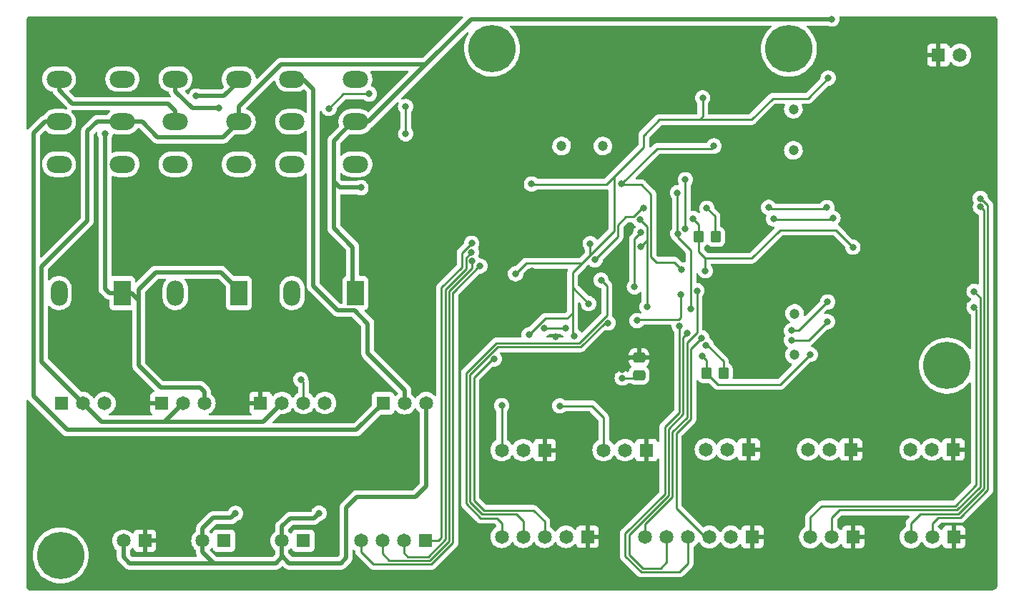
<source format=gbl>
%TF.GenerationSoftware,KiCad,Pcbnew,(6.0.7)*%
%TF.CreationDate,2022-11-19T11:38:31+01:00*%
%TF.ProjectId,placamaster,706c6163-616d-4617-9374-65722e6b6963,v01*%
%TF.SameCoordinates,Original*%
%TF.FileFunction,Copper,L2,Bot*%
%TF.FilePolarity,Positive*%
%FSLAX46Y46*%
G04 Gerber Fmt 4.6, Leading zero omitted, Abs format (unit mm)*
G04 Created by KiCad (PCBNEW (6.0.7)) date 2022-11-19 11:38:31*
%MOMM*%
%LPD*%
G01*
G04 APERTURE LIST*
G04 Aperture macros list*
%AMRoundRect*
0 Rectangle with rounded corners*
0 $1 Rounding radius*
0 $2 $3 $4 $5 $6 $7 $8 $9 X,Y pos of 4 corners*
0 Add a 4 corners polygon primitive as box body*
4,1,4,$2,$3,$4,$5,$6,$7,$8,$9,$2,$3,0*
0 Add four circle primitives for the rounded corners*
1,1,$1+$1,$2,$3*
1,1,$1+$1,$4,$5*
1,1,$1+$1,$6,$7*
1,1,$1+$1,$8,$9*
0 Add four rect primitives between the rounded corners*
20,1,$1+$1,$2,$3,$4,$5,0*
20,1,$1+$1,$4,$5,$6,$7,0*
20,1,$1+$1,$6,$7,$8,$9,0*
20,1,$1+$1,$8,$9,$2,$3,0*%
G04 Aperture macros list end*
%TA.AperFunction,ConnectorPad*%
%ADD10C,5.600000*%
%TD*%
%TA.AperFunction,ComponentPad*%
%ADD11C,3.600000*%
%TD*%
%TA.AperFunction,ComponentPad*%
%ADD12C,1.650000*%
%TD*%
%TA.AperFunction,ComponentPad*%
%ADD13R,1.650000X1.650000*%
%TD*%
%TA.AperFunction,ComponentPad*%
%ADD14O,3.000000X2.000000*%
%TD*%
%TA.AperFunction,ComponentPad*%
%ADD15R,2.000000X3.000000*%
%TD*%
%TA.AperFunction,ComponentPad*%
%ADD16O,2.000000X3.000000*%
%TD*%
%TA.AperFunction,ComponentPad*%
%ADD17C,1.193800*%
%TD*%
%TA.AperFunction,SMDPad,CuDef*%
%ADD18RoundRect,0.250000X-0.350000X-0.450000X0.350000X-0.450000X0.350000X0.450000X-0.350000X0.450000X0*%
%TD*%
%TA.AperFunction,SMDPad,CuDef*%
%ADD19RoundRect,0.250000X0.475000X-0.337500X0.475000X0.337500X-0.475000X0.337500X-0.475000X-0.337500X0*%
%TD*%
%TA.AperFunction,ViaPad*%
%ADD20C,0.800000*%
%TD*%
%TA.AperFunction,Conductor*%
%ADD21C,0.254000*%
%TD*%
%TA.AperFunction,Conductor*%
%ADD22C,0.508000*%
%TD*%
%TA.AperFunction,Conductor*%
%ADD23C,0.250000*%
%TD*%
G04 APERTURE END LIST*
D10*
%TO.P,H3,1*%
%TO.N,N/C*%
X130124200Y-38862000D03*
D11*
X130124200Y-38862000D03*
%TD*%
D12*
%TO.P,J5,2,2*%
%TO.N,contactor*%
X70066248Y-97125200D03*
D13*
%TO.P,J5,1,1*%
%TO.N,Net-(J5-Pad1)*%
X72606248Y-97125200D03*
%TD*%
%TO.P,J13,1,1*%
%TO.N,GND*%
X137742600Y-96670000D03*
D12*
%TO.P,J13,2,2*%
%TO.N,/CAN/CAN0H*%
X135202600Y-96670000D03*
%TO.P,J13,3,3*%
%TO.N,/CAN/CAN0L*%
X132662600Y-96670000D03*
%TD*%
D13*
%TO.P,J12,1,1*%
%TO.N,GND*%
X149655200Y-96670000D03*
D12*
%TO.P,J12,2,2*%
%TO.N,/CAN/CAN1H*%
X147115200Y-96670000D03*
%TO.P,J12,3,3*%
%TO.N,/CAN/CAN1L*%
X144575200Y-96670000D03*
%TD*%
%TO.P,J16,3,3*%
%TO.N,current_sensor*%
X120292800Y-86306800D03*
%TO.P,J16,2,2*%
%TO.N,+5V*%
X122832800Y-86306800D03*
D13*
%TO.P,J16,1,1*%
%TO.N,GND*%
X125372800Y-86306800D03*
%TD*%
%TO.P,J18,1,1*%
%TO.N,GND*%
X149606000Y-86309200D03*
D12*
%TO.P,J18,2,2*%
%TO.N,+5V*%
X147066000Y-86309200D03*
%TO.P,J18,3,3*%
%TO.N,digital_2*%
X144526000Y-86309200D03*
%TD*%
D13*
%TO.P,J15,1,1*%
%TO.N,GND*%
X113257000Y-86383000D03*
D12*
%TO.P,J15,2,2*%
%TO.N,+5V*%
X110717000Y-86383000D03*
%TO.P,J15,3,3*%
%TO.N,analog_2*%
X108177000Y-86383000D03*
%TD*%
D13*
%TO.P,J10,1,1*%
%TO.N,GND*%
X106272000Y-96644600D03*
D12*
%TO.P,J10,2,2*%
%TO.N,+5V*%
X103732000Y-96644600D03*
%TO.P,J10,3,3*%
%TO.N,/Arduino/rx_0*%
X101192000Y-96644600D03*
%TO.P,J10,4,4*%
%TO.N,/Arduino/tx_0*%
X98652000Y-96644600D03*
%TO.P,J10,5,5*%
%TO.N,/Arduino/dtr*%
X96112000Y-96644600D03*
%TD*%
D14*
%TO.P,K1,11*%
%TO.N,+12V*%
X51200000Y-47490000D03*
%TO.P,K1,12*%
%TO.N,/SC/Led_IMD*%
X51200000Y-52530000D03*
%TO.P,K1,14*%
%TO.N,reset_sw*%
X51200000Y-42450000D03*
%TO.P,K1,21*%
%TO.N,sc_in*%
X43700000Y-47490000D03*
%TO.P,K1,22*%
%TO.N,unconnected-(K1-Pad22)*%
X43700000Y-52530000D03*
%TO.P,K1,24*%
%TO.N,/SC/SC2*%
X43700000Y-42450000D03*
D15*
%TO.P,K1,A1*%
%TO.N,reset_sw*%
X51200000Y-67790000D03*
D16*
%TO.P,K1,A2*%
%TO.N,Net-(D7-Pad1)*%
X43700000Y-67790000D03*
%TD*%
D14*
%TO.P,K2,11*%
%TO.N,+12V*%
X64979200Y-47489800D03*
%TO.P,K2,12*%
%TO.N,/SC/Led_BMS*%
X64979200Y-52529800D03*
%TO.P,K2,14*%
%TO.N,reset_sw*%
X64979200Y-42449800D03*
%TO.P,K2,21*%
%TO.N,/SC/SC2*%
X57479200Y-47489800D03*
%TO.P,K2,22*%
%TO.N,unconnected-(K2-Pad22)*%
X57479200Y-52529800D03*
%TO.P,K2,24*%
%TO.N,/SC/SC3*%
X57479200Y-42449800D03*
D15*
%TO.P,K2,A1*%
%TO.N,reset_sw*%
X64979200Y-67789800D03*
D16*
%TO.P,K2,A2*%
%TO.N,Net-(D10-Pad1)*%
X57479200Y-67789800D03*
%TD*%
D13*
%TO.P,J8,1,1*%
%TO.N,GND*%
X67564000Y-80797400D03*
D12*
%TO.P,J8,2,2*%
%TO.N,+12V*%
X70104000Y-80797400D03*
%TO.P,J8,3,3*%
%TO.N,reset_piloto*%
X72644000Y-80797400D03*
%TO.P,J8,4,4*%
%TO.N,safe_state*%
X75184000Y-80797400D03*
%TD*%
D10*
%TO.P,H4,1*%
%TO.N,N/C*%
X148830000Y-76390000D03*
D11*
X148830000Y-76390000D03*
%TD*%
D14*
%TO.P,K3,11*%
%TO.N,+12V*%
X78790000Y-47490000D03*
%TO.P,K3,12*%
%TO.N,/SC/Led_piloto*%
X78790000Y-52530000D03*
%TO.P,K3,14*%
%TO.N,unconnected-(K3-Pad14)*%
X78790000Y-42450000D03*
%TO.P,K3,21*%
%TO.N,/SC/SC3*%
X71290000Y-47490000D03*
%TO.P,K3,22*%
%TO.N,unconnected-(K3-Pad22)*%
X71290000Y-52530000D03*
%TO.P,K3,24*%
%TO.N,sc_out*%
X71290000Y-42450000D03*
D15*
%TO.P,K3,A1*%
%TO.N,+12V*%
X78790000Y-67790000D03*
D16*
%TO.P,K3,A2*%
%TO.N,/SC/GND_Piloto*%
X71290000Y-67790000D03*
%TD*%
D17*
%TO.P,Y1,1,1*%
%TO.N,/Arduino/xtal2*%
X108086600Y-50377800D03*
%TO.P,Y1,2,2*%
%TO.N,/Arduino/xtal1*%
X103206600Y-50377800D03*
%TD*%
D13*
%TO.P,J11,1,1*%
%TO.N,GND*%
X125804600Y-96670000D03*
D12*
%TO.P,J11,2,2*%
%TO.N,+5V*%
X123264600Y-96670000D03*
%TO.P,J11,3,3*%
%TO.N,sck*%
X120724600Y-96670000D03*
%TO.P,J11,4,4*%
%TO.N,miso*%
X118184600Y-96670000D03*
%TO.P,J11,5,5*%
%TO.N,mosi*%
X115644600Y-96670000D03*
%TO.P,J11,6,6*%
%TO.N,/Arduino/reset*%
X113104600Y-96670000D03*
%TD*%
D11*
%TO.P,H2,1*%
%TO.N,N/C*%
X94970600Y-38836600D03*
D10*
X94970600Y-38836600D03*
%TD*%
D13*
%TO.P,J2,1,1*%
%TO.N,GND*%
X55829200Y-80822800D03*
D12*
%TO.P,J2,2,2*%
%TO.N,+12V*%
X58369200Y-80822800D03*
%TO.P,J2,3,3*%
%TO.N,reset_sw*%
X60909200Y-80822800D03*
%TD*%
D13*
%TO.P,J4,1,1*%
%TO.N,GND*%
X147828000Y-39598600D03*
D12*
%TO.P,J4,2,2*%
%TO.N,+12V*%
X150368000Y-39598600D03*
%TD*%
D13*
%TO.P,J14,1,1*%
%TO.N,GND*%
X101193600Y-86385400D03*
D12*
%TO.P,J14,2,2*%
%TO.N,+5V*%
X98653600Y-86385400D03*
%TO.P,J14,3,3*%
%TO.N,analog_1*%
X96113600Y-86385400D03*
%TD*%
D10*
%TO.P,H1,1*%
%TO.N,N/C*%
X43891200Y-98856800D03*
D11*
X43891200Y-98856800D03*
%TD*%
D17*
%TO.P,Y2,1,1*%
%TO.N,Net-(C8-Pad1)*%
X130650000Y-46010000D03*
%TO.P,Y2,2,2*%
%TO.N,Net-(C10-Pad1)*%
X130650000Y-50890000D03*
%TD*%
D13*
%TO.P,J1,1,1*%
%TO.N,sc_in*%
X82067400Y-80822800D03*
D12*
%TO.P,J1,2,2*%
%TO.N,sc_out*%
X84607400Y-80822800D03*
%TO.P,J1,3,3*%
%TO.N,contactor*%
X87147400Y-80822800D03*
%TD*%
D13*
%TO.P,J3,1,1*%
%TO.N,GND*%
X44018200Y-80825200D03*
D12*
%TO.P,J3,2,2*%
%TO.N,+12V*%
X46558200Y-80825200D03*
%TO.P,J3,3,3*%
%TO.N,imd*%
X49098200Y-80825200D03*
%TD*%
D17*
%TO.P,Y3,1,1*%
%TO.N,Net-(C9-Pad1)*%
X130800000Y-75090000D03*
%TO.P,Y3,2,2*%
%TO.N,Net-(C11-Pad1)*%
X130800000Y-70210000D03*
%TD*%
D13*
%TO.P,J7,1,1*%
%TO.N,Net-(D8-Pad2)*%
X63226248Y-97125200D03*
D12*
%TO.P,J7,2,2*%
%TO.N,contactor*%
X60686248Y-97125200D03*
%TD*%
D13*
%TO.P,J9,1,1*%
%TO.N,Aux*%
X87049848Y-97101800D03*
D12*
%TO.P,J9,2,2*%
%TO.N,Air-*%
X84509848Y-97101800D03*
%TO.P,J9,3,3*%
%TO.N,Air+*%
X81969848Y-97101800D03*
%TO.P,J9,4,4*%
%TO.N,Precharge*%
X79429848Y-97101800D03*
%TD*%
D13*
%TO.P,J17,1,1*%
%TO.N,GND*%
X137464800Y-86309200D03*
D12*
%TO.P,J17,2,2*%
%TO.N,+5V*%
X134924800Y-86309200D03*
%TO.P,J17,3,3*%
%TO.N,digital_1*%
X132384800Y-86309200D03*
%TD*%
D13*
%TO.P,J6,1,1*%
%TO.N,GND*%
X53856248Y-97125200D03*
D12*
%TO.P,J6,2,2*%
%TO.N,contactor*%
X51316248Y-97125200D03*
%TD*%
D18*
%TO.P,R5,1*%
%TO.N,+5V*%
X119462800Y-61112400D03*
%TO.P,R5,2*%
%TO.N,/CAN/rst_1*%
X121462800Y-61112400D03*
%TD*%
D19*
%TO.P,C1,1*%
%TO.N,Net-(C1-Pad1)*%
X112369600Y-77513000D03*
%TO.P,C1,2*%
%TO.N,GND*%
X112369600Y-75438000D03*
%TD*%
D18*
%TO.P,R4,1*%
%TO.N,+5V*%
X120351800Y-77241400D03*
%TO.P,R4,2*%
%TO.N,/CAN/rst_0*%
X122351800Y-77241400D03*
%TD*%
D20*
%TO.N,contactor*%
X74472800Y-93853000D03*
X64592200Y-93878400D03*
%TO.N,analog_1*%
X96113600Y-81127600D03*
%TO.N,analog_2*%
X102997000Y-81153000D03*
%TO.N,Net-(C1-Pad1)*%
X110388400Y-77851000D03*
%TO.N,GND*%
X43967400Y-57480200D03*
X110388400Y-76851497D03*
X53873400Y-36982400D03*
X75260200Y-61747400D03*
X102490000Y-72975500D03*
X112623600Y-73050400D03*
X99720400Y-65201800D03*
%TO.N,+5V*%
X104698800Y-72847200D03*
X132638800Y-75057000D03*
X99350000Y-72720000D03*
X137693400Y-62357000D03*
X97760000Y-65500000D03*
X106400600Y-69037200D03*
X134772400Y-42316400D03*
X99644200Y-54864000D03*
X106590000Y-61940000D03*
X120218200Y-65151000D03*
X119811800Y-75209400D03*
X118750000Y-58950000D03*
X119913400Y-44678600D03*
%TO.N,/Arduino/reset*%
X117424200Y-65024000D03*
X119227600Y-67513200D03*
X121234200Y-50368200D03*
X110312200Y-54864000D03*
%TO.N,/Arduino/dtr*%
X107880000Y-66260000D03*
%TO.N,/SC/GND_Piloto*%
X75653500Y-45920000D03*
X80440000Y-44200000D03*
X84740000Y-45700000D03*
X84740000Y-48920000D03*
%TO.N,+12V*%
X135204200Y-35331400D03*
X79441200Y-55308200D03*
%TO.N,/SC/SC3*%
X62591200Y-45908200D03*
%TO.N,/CAN/rst_0*%
X120301386Y-73946386D03*
%TO.N,/CAN/rst_1*%
X120400000Y-57750000D03*
%TO.N,/CAN/CAN1H*%
X152780106Y-56582644D03*
%TO.N,/CAN/CAN1L*%
X152806400Y-57581800D03*
%TO.N,/CAN/CAN0H*%
X152044400Y-67589400D03*
%TO.N,/CAN/CAN0L*%
X152045500Y-69469000D03*
%TO.N,/Arduino/rx_0*%
X101160000Y-71960000D03*
X103710000Y-71980000D03*
X95255144Y-75575144D03*
%TO.N,/Arduino/tx_0*%
X108686600Y-71323200D03*
%TO.N,Net-(U3-Pad1)*%
X128281786Y-58976614D03*
X135331200Y-58902600D03*
%TO.N,Net-(U3-Pad2)*%
X134620000Y-57658000D03*
X127721300Y-57632600D03*
%TO.N,Net-(U4-Pad1)*%
X134670800Y-71170800D03*
X130429000Y-73355200D03*
%TO.N,Net-(U4-Pad2)*%
X134696200Y-68834000D03*
X130429000Y-72237600D03*
%TO.N,int_0*%
X112136979Y-71052807D03*
X117279800Y-67954600D03*
%TO.N,sck*%
X117830600Y-60172600D03*
X117856000Y-54356000D03*
X119786046Y-73089981D03*
%TO.N,miso*%
X112555400Y-62298820D03*
X117151854Y-71667281D03*
X112453800Y-59064600D03*
X113317400Y-69427800D03*
%TO.N,mosi*%
X116929800Y-55909700D03*
X116941600Y-60756800D03*
X118100000Y-72540000D03*
X118500000Y-69660000D03*
%TO.N,int_1*%
X112590900Y-60639400D03*
X111828900Y-67040200D03*
%TO.N,cs_1*%
X112907300Y-57759600D03*
X107149300Y-63855600D03*
%TO.N,Aux*%
X92557600Y-61899800D03*
%TO.N,Air-*%
X92541914Y-62959911D03*
%TO.N,Air+*%
X92608400Y-63957200D03*
%TO.N,Precharge*%
X93522800Y-64592200D03*
%TO.N,reset_sw*%
X59941200Y-44458200D03*
X49149000Y-48920400D03*
%TO.N,reset_piloto*%
X72313800Y-78028800D03*
%TD*%
D21*
%TO.N,+5V*%
X128219200Y-44729400D02*
X132359400Y-44729400D01*
X132359400Y-44729400D02*
X134772400Y-42316400D01*
X125704600Y-47244000D02*
X128219200Y-44729400D01*
X119532400Y-47244000D02*
X125704600Y-47244000D01*
D22*
%TO.N,+12V*%
X135204200Y-35331400D02*
X92481400Y-35331400D01*
X92481400Y-35331400D02*
X87464900Y-40347900D01*
D21*
%TO.N,reset_piloto*%
X72644000Y-78359000D02*
X72644000Y-80797400D01*
X72313800Y-78028800D02*
X72644000Y-78359000D01*
D22*
%TO.N,contactor*%
X71043800Y-94462600D02*
X70066248Y-95440152D01*
X74472800Y-93853000D02*
X73863200Y-94462600D01*
X73863200Y-94462600D02*
X71043800Y-94462600D01*
X70066248Y-95440152D02*
X70066248Y-97125200D01*
X60686248Y-95650752D02*
X60686248Y-97125200D01*
X64058800Y-94411800D02*
X61925200Y-94411800D01*
X61925200Y-94411800D02*
X60686248Y-95650752D01*
X64592200Y-93878400D02*
X64058800Y-94411800D01*
X60686248Y-98456048D02*
X62001400Y-99771200D01*
X60686248Y-97125200D02*
X60686248Y-98456048D01*
X52019200Y-99771200D02*
X51316248Y-99068248D01*
X62001400Y-99771200D02*
X52019200Y-99771200D01*
X51316248Y-99068248D02*
X51316248Y-97125200D01*
X69367400Y-99771200D02*
X62001400Y-99771200D01*
X70066248Y-99072352D02*
X69367400Y-99771200D01*
X70066248Y-98895248D02*
X70066248Y-99072352D01*
X70066248Y-98895248D02*
X70066248Y-97125200D01*
X77063600Y-99771200D02*
X70942200Y-99771200D01*
X70942200Y-99771200D02*
X70066248Y-98895248D01*
X77673200Y-99161600D02*
X77063600Y-99771200D01*
X78968600Y-91897200D02*
X77673200Y-93192600D01*
X77673200Y-93192600D02*
X77673200Y-99161600D01*
X85928200Y-91897200D02*
X78968600Y-91897200D01*
X87147400Y-90678000D02*
X85928200Y-91897200D01*
X87147400Y-80822800D02*
X87147400Y-90678000D01*
D23*
%TO.N,analog_1*%
X96113600Y-81127600D02*
X96113600Y-86385400D01*
%TO.N,analog_2*%
X108177000Y-82548400D02*
X108177000Y-86383000D01*
X106781600Y-81153000D02*
X108177000Y-82548400D01*
X102997000Y-81153000D02*
X106781600Y-81153000D01*
D22*
%TO.N,+12V*%
X67868800Y-83032600D02*
X70104000Y-80797400D01*
X56159400Y-83032600D02*
X67868800Y-83032600D01*
X56159400Y-83032600D02*
X58369200Y-80822800D01*
X46558200Y-80825200D02*
X48765600Y-83032600D01*
X48765600Y-83032600D02*
X56159400Y-83032600D01*
X41630600Y-75897600D02*
X41630600Y-75285600D01*
X46558200Y-80825200D02*
X41630600Y-75897600D01*
X41630600Y-75285600D02*
X41630600Y-64643000D01*
D21*
%TO.N,sck*%
X118516400Y-82674790D02*
X118516400Y-74359627D01*
X116779600Y-84411590D02*
X118516400Y-82674790D01*
X116779600Y-93284600D02*
X116779600Y-84411590D01*
X120165000Y-96670000D02*
X116779600Y-93284600D01*
X120724600Y-96670000D02*
X120165000Y-96670000D01*
X118516400Y-74359627D02*
X119786046Y-73089981D01*
%TO.N,/Arduino/reset*%
X118062400Y-82486738D02*
X116325600Y-84223538D01*
X116325600Y-84223538D02*
X116325600Y-91943105D01*
X118062400Y-78206600D02*
X118062400Y-82486738D01*
X119227600Y-72440800D02*
X118058500Y-73609900D01*
X118058500Y-73609900D02*
X118058500Y-78202700D01*
X113104600Y-95164105D02*
X113104600Y-96670000D01*
X118058500Y-78202700D02*
X118062400Y-78206600D01*
X116325600Y-91943105D02*
X113104600Y-95164105D01*
X119227600Y-67513200D02*
X119227600Y-72440800D01*
%TO.N,miso*%
X118184600Y-99772800D02*
X118184600Y-96670000D01*
X117144800Y-100812600D02*
X118184600Y-99772800D01*
X110744000Y-98933001D02*
X112623600Y-100812600D01*
X112623600Y-100812600D02*
X117144800Y-100812600D01*
X110744000Y-96240601D02*
X110744000Y-98933001D01*
X115417600Y-83642200D02*
X115417600Y-91567000D01*
X117150500Y-81909300D02*
X115417600Y-83642200D01*
X117150500Y-71668635D02*
X117150500Y-81909300D01*
X115417600Y-91567000D02*
X110744000Y-96240601D01*
X117151854Y-71667281D02*
X117150500Y-71668635D01*
%TO.N,mosi*%
X115644600Y-99623600D02*
X115644600Y-96670000D01*
X114909600Y-100358600D02*
X115644600Y-99623600D01*
X115871600Y-91755053D02*
X111198000Y-96428653D01*
X111198000Y-96428653D02*
X111198000Y-98744948D01*
X111198000Y-98744948D02*
X112811652Y-100358600D01*
X115871600Y-83848600D02*
X115871600Y-91755053D01*
X112811652Y-100358600D02*
X114909600Y-100358600D01*
X117604500Y-82115700D02*
X115871600Y-83848600D01*
X117604500Y-73035500D02*
X117604500Y-82115700D01*
X118100000Y-72540000D02*
X117604500Y-73035500D01*
D23*
%TO.N,/CAN/CAN0L*%
X132662600Y-94337200D02*
X132662600Y-96670000D01*
X133977800Y-93022000D02*
X132662600Y-94337200D01*
X149824608Y-93022000D02*
X133977800Y-93022000D01*
X152320000Y-90526608D02*
X149824608Y-93022000D01*
X152320000Y-69743500D02*
X152320000Y-90526608D01*
X152045500Y-69469000D02*
X152320000Y-69743500D01*
%TO.N,/CAN/CAN0H*%
X136093200Y-93472000D02*
X135202600Y-94362600D01*
X150011004Y-93472000D02*
X136093200Y-93472000D01*
X135202600Y-94362600D02*
X135202600Y-96670000D01*
X152770000Y-90713004D02*
X150011004Y-93472000D01*
X152770000Y-68315000D02*
X152770000Y-90713004D01*
X152044400Y-67589400D02*
X152770000Y-68315000D01*
%TO.N,/CAN/CAN1H*%
X147115200Y-95073800D02*
X147115200Y-96670000D01*
X150376596Y-94379200D02*
X147809800Y-94379200D01*
X153670000Y-57420095D02*
X153670000Y-91085796D01*
X153670000Y-91085796D02*
X150376596Y-94379200D01*
X147809800Y-94379200D02*
X147115200Y-95073800D01*
X153054262Y-56856800D02*
X153106705Y-56856800D01*
X153106705Y-56856800D02*
X153670000Y-57420095D01*
X152780106Y-56582644D02*
X153054262Y-56856800D01*
%TO.N,/CAN/CAN1L*%
X144575200Y-95023000D02*
X144575200Y-96670000D01*
X145669000Y-93929200D02*
X144575200Y-95023000D01*
X150190200Y-93929200D02*
X145669000Y-93929200D01*
X153220000Y-90899400D02*
X150190200Y-93929200D01*
X152806400Y-57581800D02*
X153220000Y-57995400D01*
X153220000Y-57995400D02*
X153220000Y-90899400D01*
D21*
%TO.N,Net-(C1-Pad1)*%
X110388400Y-77851000D02*
X112031600Y-77851000D01*
X112031600Y-77851000D02*
X112369600Y-77513000D01*
%TO.N,GND*%
X111201200Y-75463400D02*
X112344200Y-75463400D01*
X110388400Y-76276200D02*
X111201200Y-75463400D01*
X110388400Y-76851497D02*
X110388400Y-76276200D01*
X112344200Y-75463400D02*
X112369600Y-75438000D01*
%TO.N,+5V*%
X119462800Y-62897000D02*
X120218200Y-63652400D01*
X129057400Y-60325000D02*
X135661400Y-60325000D01*
X120351800Y-77241400D02*
X121723400Y-78613000D01*
X132613400Y-75057000D02*
X132638800Y-75057000D01*
X119462800Y-61112400D02*
X119462800Y-62897000D01*
X120370600Y-75768200D02*
X120370600Y-77222600D01*
X109423200Y-53993348D02*
X109445074Y-53971474D01*
X104521000Y-70131000D02*
X104521000Y-69669000D01*
X99002400Y-64257600D02*
X97760000Y-65500000D01*
X114782600Y-47244000D02*
X112953800Y-49072800D01*
X105617600Y-64257600D02*
X99002400Y-64257600D01*
X119811800Y-75209400D02*
X120370600Y-75768200D01*
X106222600Y-63652600D02*
X109423200Y-60452000D01*
X101291000Y-70779000D02*
X103873000Y-70779000D01*
X135661400Y-60325000D02*
X137693400Y-62357000D01*
X120370600Y-77222600D02*
X120351800Y-77241400D01*
D23*
X119913400Y-44678600D02*
X119913400Y-46863000D01*
D21*
X104521000Y-65354200D02*
X105617600Y-64257600D01*
X125730000Y-63652400D02*
X129057400Y-60325000D01*
X109423200Y-60452000D02*
X109423200Y-53993348D01*
X104698800Y-72847200D02*
X104521000Y-72669400D01*
X104521000Y-72669400D02*
X104521000Y-70779000D01*
X99695000Y-54914800D02*
X108508800Y-54914800D01*
X120218200Y-63652400D02*
X123926600Y-63652400D01*
X112928400Y-49098200D02*
X112928400Y-50488148D01*
X104521000Y-70779000D02*
X104521000Y-70131000D01*
X106400600Y-69037200D02*
X104521000Y-67157600D01*
X106590000Y-63285200D02*
X106222600Y-63652600D01*
X119462800Y-59662800D02*
X119462800Y-61112400D01*
X129057400Y-78613000D02*
X132613400Y-75057000D01*
X119532400Y-47244000D02*
X114782600Y-47244000D01*
X103873000Y-70779000D02*
X104521000Y-70131000D01*
X123926600Y-63652400D02*
X125730000Y-63652400D01*
X106590000Y-61940000D02*
X106590000Y-63285200D01*
X121723400Y-78613000D02*
X129057400Y-78613000D01*
D23*
X119913400Y-46863000D02*
X119532400Y-47244000D01*
D21*
X104521000Y-67157600D02*
X104521000Y-65354200D01*
X105617600Y-64257600D02*
X106222600Y-63652600D01*
X99644200Y-54864000D02*
X99695000Y-54914800D01*
X120218200Y-65151000D02*
X120218200Y-63652400D01*
X112928400Y-50488148D02*
X109445074Y-53971474D01*
X108508800Y-54914800D02*
X109445074Y-53978526D01*
X99350000Y-72720000D02*
X101291000Y-70779000D01*
X104521000Y-69669000D02*
X104521000Y-67157600D01*
X109445074Y-53978526D02*
X109445074Y-53971474D01*
X118750000Y-58950000D02*
X119462800Y-59662800D01*
%TO.N,/Arduino/reset*%
X113760500Y-56077100D02*
X112625788Y-54942388D01*
X113760500Y-59729247D02*
X113760500Y-56077100D01*
X113771400Y-63504800D02*
X113771400Y-59740147D01*
X110390588Y-54942388D02*
X110312200Y-54864000D01*
X112625788Y-54942388D02*
X110390588Y-54942388D01*
X113771400Y-59740147D02*
X113760500Y-59729247D01*
X116535200Y-64135000D02*
X114401600Y-64135000D01*
X114504200Y-50672000D02*
X110312200Y-54864000D01*
X117424200Y-65024000D02*
X116535200Y-64135000D01*
X114401600Y-64135000D02*
X113771400Y-63504800D01*
X120930400Y-50672000D02*
X114504200Y-50672000D01*
X121234200Y-50368200D02*
X120930400Y-50672000D01*
D23*
%TO.N,/Arduino/dtr*%
X108585000Y-66965000D02*
X108585000Y-70399495D01*
X91920000Y-77250000D02*
X91920000Y-92720000D01*
X96112000Y-95073800D02*
X96112000Y-96644600D01*
X95522200Y-94430000D02*
X96139000Y-95046800D01*
X91920000Y-92720000D02*
X93630000Y-94430000D01*
X108585000Y-70399495D02*
X105284495Y-73700000D01*
X105284495Y-73700000D02*
X95470000Y-73700000D01*
X95470000Y-73700000D02*
X91920000Y-77250000D01*
X107880000Y-66260000D02*
X108585000Y-66965000D01*
X96139000Y-95046800D02*
X96112000Y-95073800D01*
X93630000Y-94430000D02*
X95522200Y-94430000D01*
D21*
%TO.N,/SC/GND_Piloto*%
X84740000Y-45700000D02*
X84740000Y-48920000D01*
X80430000Y-44190000D02*
X77383500Y-44190000D01*
X77383500Y-44190000D02*
X75653500Y-45920000D01*
X80440000Y-44200000D02*
X80430000Y-44190000D01*
D22*
%TO.N,+12V*%
X48192000Y-47489800D02*
X53522800Y-47489800D01*
X55341200Y-49308200D02*
X63160800Y-49308200D01*
X78492000Y-47489800D02*
X76225400Y-49756400D01*
X76923600Y-55308200D02*
X76225400Y-54610000D01*
X87464900Y-40347900D02*
X80323000Y-47489800D01*
X80323000Y-47489800D02*
X78492000Y-47489800D01*
X87464900Y-40347900D02*
X87122000Y-40690800D01*
X76225400Y-54610000D02*
X76225400Y-60092400D01*
X41630600Y-64643000D02*
X47066200Y-59207400D01*
X63160800Y-49308200D02*
X64979200Y-47489800D01*
X87122000Y-40690800D02*
X69977000Y-40690800D01*
%TO.N,GND*%
X55829200Y-80822800D02*
X55829200Y-81051400D01*
%TO.N,+12V*%
X47066200Y-48615600D02*
X48192000Y-47489800D01*
X53522800Y-47489800D02*
X55341200Y-49308200D01*
X78492000Y-62359000D02*
X78492000Y-67789800D01*
X47066200Y-59207400D02*
X47066200Y-48615600D01*
X76225400Y-60092400D02*
X78492000Y-62359000D01*
X64979200Y-45688600D02*
X64979200Y-47489800D01*
X69977000Y-40690800D02*
X64979200Y-45688600D01*
X76225400Y-49756400D02*
X76225400Y-54610000D01*
X79441200Y-55308200D02*
X76923600Y-55308200D01*
%TO.N,/SC/SC2*%
X56628200Y-45358200D02*
X57479200Y-46209200D01*
X43700000Y-43770000D02*
X45288200Y-45358200D01*
X57479200Y-46209200D02*
X57479200Y-47489800D01*
X43700000Y-42450000D02*
X43700000Y-43770000D01*
X45288200Y-45358200D02*
X56628200Y-45358200D01*
%TO.N,/SC/SC3*%
X59491200Y-45908200D02*
X62591200Y-45908200D01*
X57479200Y-42449800D02*
X57479200Y-43896200D01*
X57479200Y-43896200D02*
X59491200Y-45908200D01*
D21*
%TO.N,/CAN/rst_0*%
X120428386Y-73946386D02*
X122351800Y-75869800D01*
X120301386Y-73946386D02*
X120428386Y-73946386D01*
X122351800Y-75869800D02*
X122351800Y-77241400D01*
%TO.N,/CAN/rst_1*%
X121343800Y-58693800D02*
X121343800Y-60993400D01*
X121343800Y-60993400D02*
X121462800Y-61112400D01*
X120400000Y-57750000D02*
X121343800Y-58693800D01*
D23*
%TO.N,/Arduino/rx_0*%
X92820000Y-92347208D02*
X94002792Y-93530000D01*
X103710000Y-71980000D02*
X101180000Y-71980000D01*
X95255144Y-75575144D02*
X95004856Y-75575144D01*
X92820000Y-77760000D02*
X92820000Y-92347208D01*
X101192000Y-94842000D02*
X101192000Y-96644600D01*
X99880000Y-93530000D02*
X101192000Y-94842000D01*
X94002792Y-93530000D02*
X99880000Y-93530000D01*
X95004856Y-75575144D02*
X92820000Y-77760000D01*
X101180000Y-71980000D02*
X101160000Y-71960000D01*
%TO.N,/Arduino/tx_0*%
X92370000Y-77435689D02*
X92370000Y-92533604D01*
X108686600Y-71323200D02*
X108297691Y-71323200D01*
X93816396Y-93980000D02*
X97866200Y-93980000D01*
X95655689Y-74150000D02*
X92370000Y-77435689D01*
X98652000Y-94765800D02*
X98652000Y-96644600D01*
X108297691Y-71323200D02*
X105470891Y-74150000D01*
X105470891Y-74150000D02*
X95655689Y-74150000D01*
X92370000Y-92533604D02*
X93816396Y-93980000D01*
X97866200Y-93980000D02*
X98652000Y-94765800D01*
D21*
%TO.N,Net-(U3-Pad1)*%
X128369772Y-59064600D02*
X128281786Y-58976614D01*
X135169200Y-59064600D02*
X128369772Y-59064600D01*
X135331200Y-58902600D02*
X135169200Y-59064600D01*
%TO.N,Net-(U3-Pad2)*%
X127934100Y-57845400D02*
X134432600Y-57845400D01*
X127721300Y-57632600D02*
X127934100Y-57845400D01*
X134432600Y-57845400D02*
X134620000Y-57658000D01*
%TO.N,Net-(U4-Pad1)*%
X132486400Y-73355200D02*
X134670800Y-71170800D01*
X130429000Y-73355200D02*
X132486400Y-73355200D01*
%TO.N,Net-(U4-Pad2)*%
X134670800Y-68834000D02*
X131267200Y-72237600D01*
X134696200Y-68834000D02*
X134670800Y-68834000D01*
X131267200Y-72237600D02*
X130429000Y-72237600D01*
%TO.N,int_0*%
X117279800Y-67954600D02*
X117279800Y-70697800D01*
X117279800Y-70697800D02*
X117060800Y-70916800D01*
X117060800Y-70916800D02*
X112272986Y-70916800D01*
X112272986Y-70916800D02*
X112136979Y-71052807D01*
%TO.N,sck*%
X117856000Y-60147200D02*
X117830600Y-60172600D01*
X117856000Y-54356000D02*
X117856000Y-60147200D01*
%TO.N,miso*%
X113317400Y-59928200D02*
X112453800Y-59064600D01*
X113317400Y-69427800D02*
X113317400Y-61501400D01*
D23*
X113317400Y-61536820D02*
X113317400Y-61222000D01*
D21*
X113317400Y-61222000D02*
X113317400Y-59928200D01*
D23*
X112555400Y-62298820D02*
X113317400Y-61536820D01*
D21*
%TO.N,mosi*%
X116941600Y-61174001D02*
X118500000Y-62732401D01*
X118500000Y-62732401D02*
X118500000Y-69660000D01*
X116941600Y-60756800D02*
X116929800Y-60745000D01*
X116941600Y-60756800D02*
X116941600Y-61174001D01*
X116929800Y-60745000D02*
X116929800Y-55909700D01*
%TO.N,int_1*%
X111828900Y-61401400D02*
X111828900Y-67040200D01*
X112590900Y-60639400D02*
X111828900Y-61401400D01*
%TO.N,cs_1*%
X107149300Y-63855600D02*
X109877200Y-61127700D01*
X111726800Y-58763466D02*
X112730666Y-57759600D01*
X109877200Y-59718600D02*
X110832334Y-58763466D01*
X112730666Y-57759600D02*
X112907300Y-57759600D01*
X110832334Y-58763466D02*
X111726800Y-58763466D01*
X109877200Y-61127700D02*
X109877200Y-59718600D01*
D23*
%TO.N,Aux*%
X88989800Y-96735000D02*
X88623000Y-97101800D01*
D21*
X91427400Y-63030000D02*
X91427400Y-64710644D01*
X91427400Y-64710644D02*
X88987800Y-67150244D01*
D23*
X88989800Y-67213424D02*
X88989800Y-96735000D01*
D21*
X92557600Y-61899800D02*
X91427400Y-63030000D01*
X88987800Y-67150244D02*
X88987800Y-67213424D01*
D23*
X88623000Y-97101800D02*
X87049848Y-97101800D01*
%TO.N,Air-*%
X89443800Y-67343124D02*
X89441800Y-67341124D01*
D21*
X89927296Y-66852800D02*
X89927296Y-66855628D01*
X89439800Y-96963748D02*
X87387948Y-99015600D01*
D23*
X89443800Y-90978800D02*
X89443800Y-67343124D01*
D21*
X92541914Y-62959911D02*
X91881400Y-63620425D01*
D23*
X89439800Y-96963748D02*
X89439800Y-90982800D01*
D21*
X91881400Y-64898696D02*
X89927296Y-66852800D01*
X84509848Y-98563100D02*
X84509848Y-97101800D01*
X84962348Y-99015600D02*
X84509848Y-98563100D01*
X87387948Y-99015600D02*
X84962348Y-99015600D01*
X89927296Y-66855628D02*
X89441800Y-67341124D01*
X91881400Y-63620425D02*
X91881400Y-64898696D01*
D23*
X89439800Y-90982800D02*
X89443800Y-90978800D01*
D21*
%TO.N,Air+*%
X92608400Y-63957200D02*
X92608400Y-64813748D01*
D23*
X89893800Y-67528348D02*
X92608400Y-64813748D01*
X89893800Y-97144748D02*
X89893800Y-67528348D01*
D21*
X82800148Y-99469600D02*
X81969848Y-98639300D01*
X87576000Y-99469600D02*
X82800148Y-99469600D01*
X81969848Y-98639300D02*
X81969848Y-97101800D01*
X89861348Y-97184252D02*
X87576000Y-99469600D01*
X89893800Y-97144748D02*
X89857822Y-97180726D01*
%TO.N,Precharge*%
X79429848Y-98410700D02*
X79429848Y-97101800D01*
D23*
X90343800Y-96955524D02*
X90345800Y-96957524D01*
D21*
X93522800Y-64592200D02*
X93472000Y-64592200D01*
X93472000Y-64592200D02*
X90347800Y-67716400D01*
D23*
X90347800Y-67716400D02*
X90343800Y-67720400D01*
X90345800Y-96957524D02*
X90345800Y-97341852D01*
D21*
X87764052Y-99923600D02*
X80942748Y-99923600D01*
D23*
X90343800Y-67720400D02*
X90343800Y-96955524D01*
D21*
X80942748Y-99923600D02*
X79429848Y-98410700D01*
D23*
X90345800Y-97341852D02*
X87764052Y-99923600D01*
D22*
%TO.N,sc_in*%
X82067400Y-80822800D02*
X78892400Y-83997800D01*
X44678600Y-83997800D02*
X40665400Y-79984600D01*
X78892400Y-83997800D02*
X44678600Y-83997800D01*
X40665400Y-48854600D02*
X42030000Y-47490000D01*
X40665400Y-79984600D02*
X40665400Y-48854600D01*
X42030000Y-47490000D02*
X43700000Y-47490000D01*
%TO.N,sc_out*%
X80264000Y-71399400D02*
X80264000Y-74930000D01*
X84607400Y-79273400D02*
X84607400Y-80822800D01*
X73812400Y-43662600D02*
X73812400Y-66979800D01*
X78663800Y-69799200D02*
X80264000Y-71399400D01*
X72599600Y-42449800D02*
X73812400Y-43662600D01*
X80264000Y-74930000D02*
X84607400Y-79273400D01*
X76631800Y-69799200D02*
X78663800Y-69799200D01*
X70992000Y-42449800D02*
X72599600Y-42449800D01*
X73812400Y-66979800D02*
X76631800Y-69799200D01*
%TO.N,reset_sw*%
X53140000Y-68680000D02*
X52250000Y-67790000D01*
X49149000Y-67289000D02*
X49650000Y-67790000D01*
X55176400Y-65300000D02*
X53140000Y-67336400D01*
X49149000Y-48920400D02*
X49149000Y-67289000D01*
X53140000Y-67336400D02*
X53140000Y-68680000D01*
X55740400Y-78968600D02*
X53140000Y-76368200D01*
X49650000Y-67790000D02*
X51200000Y-67790000D01*
X59941200Y-44458200D02*
X63241200Y-44458200D01*
X60426600Y-78968600D02*
X55740400Y-78968600D01*
D21*
X64979200Y-67446200D02*
X64979200Y-67789800D01*
D22*
X60909200Y-80822800D02*
X60909200Y-79451200D01*
X62833000Y-65300000D02*
X55176400Y-65300000D01*
X64979200Y-42720200D02*
X64979200Y-42449800D01*
X63241200Y-44458200D02*
X64979200Y-42720200D01*
X53140000Y-76368200D02*
X53140000Y-68680000D01*
X64979200Y-67446200D02*
X62833000Y-65300000D01*
X60909200Y-79451200D02*
X60426600Y-78968600D01*
X52250000Y-67790000D02*
X51200000Y-67790000D01*
%TD*%
%TA.AperFunction,Conductor*%
%TO.N,GND*%
G36*
X147946496Y-35003110D02*
G01*
X154347143Y-35003194D01*
X154366529Y-35004695D01*
X154381356Y-35007004D01*
X154381357Y-35007004D01*
X154390231Y-35008386D01*
X154399135Y-35007222D01*
X154408110Y-35007332D01*
X154408107Y-35007536D01*
X154429553Y-35007546D01*
X154485116Y-35014862D01*
X154516886Y-35023375D01*
X154584135Y-35051232D01*
X154612612Y-35067674D01*
X154670362Y-35111987D01*
X154693615Y-35135240D01*
X154737928Y-35192989D01*
X154754372Y-35221472D01*
X154782226Y-35288718D01*
X154790739Y-35320488D01*
X154797582Y-35372464D01*
X154798650Y-35390439D01*
X154798607Y-35393950D01*
X154797226Y-35402822D01*
X154801377Y-35434564D01*
X154802440Y-35450815D01*
X154839308Y-102129366D01*
X154839368Y-102238037D01*
X154837869Y-102257485D01*
X154834204Y-102281021D01*
X154835368Y-102289924D01*
X154835368Y-102289929D01*
X154835439Y-102290474D01*
X154835752Y-102320530D01*
X154824004Y-102427737D01*
X154818059Y-102454536D01*
X154781221Y-102562976D01*
X154777054Y-102575242D01*
X154765444Y-102600118D01*
X154699270Y-102709076D01*
X154682548Y-102730847D01*
X154622458Y-102793550D01*
X154594348Y-102822882D01*
X154573308Y-102840515D01*
X154502564Y-102887712D01*
X154467267Y-102911261D01*
X154442906Y-102923919D01*
X154395984Y-102942120D01*
X154324057Y-102970020D01*
X154297530Y-102977101D01*
X154197490Y-102992394D01*
X154181786Y-102992711D01*
X154181817Y-102993732D01*
X154172840Y-102994005D01*
X154163920Y-102993002D01*
X154146018Y-102996122D01*
X154124385Y-102997994D01*
X97723326Y-102996502D01*
X97702625Y-102996501D01*
X97702620Y-102996501D01*
X97702614Y-102996500D01*
X97664304Y-102996500D01*
X97626517Y-102996499D01*
X97626500Y-102996499D01*
X97626494Y-102996500D01*
X40308367Y-102996500D01*
X40288982Y-102995000D01*
X40274148Y-102992690D01*
X40274145Y-102992690D01*
X40265276Y-102991309D01*
X40256375Y-102992473D01*
X40247400Y-102992363D01*
X40247402Y-102992159D01*
X40225955Y-102992149D01*
X40170392Y-102984834D01*
X40138620Y-102976321D01*
X40071376Y-102948468D01*
X40042890Y-102932021D01*
X39985146Y-102887712D01*
X39961888Y-102864454D01*
X39917579Y-102806710D01*
X39901132Y-102778224D01*
X39873279Y-102710980D01*
X39864766Y-102679209D01*
X39858384Y-102630736D01*
X39857852Y-102605076D01*
X39858176Y-102603152D01*
X39858329Y-102590600D01*
X39854373Y-102562976D01*
X39853100Y-102545114D01*
X39853100Y-98845234D01*
X40577861Y-98845234D01*
X40578033Y-98848629D01*
X40578033Y-98848630D01*
X40585129Y-98988698D01*
X40595992Y-99203140D01*
X40596529Y-99206495D01*
X40596530Y-99206501D01*
X40628767Y-99407764D01*
X40652670Y-99556995D01*
X40747233Y-99902659D01*
X40878574Y-100236088D01*
X40897312Y-100271779D01*
X41042426Y-100548180D01*
X41045157Y-100553382D01*
X41047058Y-100556211D01*
X41047064Y-100556221D01*
X41230769Y-100829600D01*
X41245034Y-100850829D01*
X41475865Y-101124950D01*
X41734951Y-101372538D01*
X42019261Y-101590697D01*
X42051256Y-101610150D01*
X42322555Y-101775103D01*
X42322560Y-101775106D01*
X42325470Y-101776875D01*
X42328558Y-101778321D01*
X42328557Y-101778321D01*
X42646910Y-101927449D01*
X42646920Y-101927453D01*
X42649994Y-101928893D01*
X42653212Y-101929995D01*
X42653215Y-101929996D01*
X42985815Y-102043871D01*
X42985823Y-102043873D01*
X42989038Y-102044974D01*
X43338635Y-102123759D01*
X43390928Y-102129717D01*
X43691314Y-102163942D01*
X43691322Y-102163942D01*
X43694697Y-102164327D01*
X43698101Y-102164345D01*
X43698104Y-102164345D01*
X43892427Y-102165362D01*
X44053057Y-102166203D01*
X44056443Y-102165853D01*
X44056445Y-102165853D01*
X44406132Y-102129717D01*
X44406141Y-102129716D01*
X44409524Y-102129366D01*
X44412857Y-102128652D01*
X44412860Y-102128651D01*
X44585386Y-102091664D01*
X44759927Y-102054246D01*
X45100168Y-101941722D01*
X45426266Y-101793111D01*
X45520252Y-101737306D01*
X45731462Y-101611899D01*
X45731467Y-101611896D01*
X45734407Y-101610150D01*
X46020986Y-101394980D01*
X46282651Y-101150119D01*
X46516340Y-100878430D01*
X46622950Y-100723312D01*
X46717390Y-100585901D01*
X46717395Y-100585894D01*
X46719320Y-100583092D01*
X46720932Y-100580098D01*
X46720937Y-100580090D01*
X46859174Y-100323356D01*
X46889217Y-100267560D01*
X47024042Y-99935524D01*
X47034342Y-99899368D01*
X47080872Y-99736023D01*
X47122220Y-99590870D01*
X47142303Y-99473380D01*
X47182029Y-99240975D01*
X47182029Y-99240973D01*
X47182601Y-99237628D01*
X47182810Y-99234220D01*
X47204368Y-98881728D01*
X47204478Y-98879931D01*
X47204527Y-98865829D01*
X47204553Y-98858619D01*
X47204553Y-98858606D01*
X47204559Y-98856800D01*
X47185179Y-98498959D01*
X47127266Y-98145305D01*
X47031497Y-97799973D01*
X47028443Y-97792297D01*
X46922976Y-97527272D01*
X46898993Y-97467005D01*
X46847493Y-97369738D01*
X46732902Y-97153313D01*
X46732898Y-97153306D01*
X46731303Y-97150294D01*
X46530390Y-96853546D01*
X46298603Y-96580232D01*
X46038654Y-96333550D01*
X45753584Y-96116385D01*
X45750672Y-96114628D01*
X45750667Y-96114625D01*
X45449643Y-95933036D01*
X45449637Y-95933033D01*
X45446728Y-95931278D01*
X45194245Y-95814079D01*
X45124771Y-95781830D01*
X45124769Y-95781829D01*
X45121675Y-95780393D01*
X44890060Y-95701996D01*
X44785455Y-95666589D01*
X44785450Y-95666588D01*
X44782228Y-95665497D01*
X44559049Y-95616019D01*
X44435693Y-95588671D01*
X44435687Y-95588670D01*
X44432358Y-95587932D01*
X44428969Y-95587558D01*
X44428964Y-95587557D01*
X44079538Y-95548980D01*
X44079533Y-95548980D01*
X44076157Y-95548607D01*
X44072758Y-95548601D01*
X44072757Y-95548601D01*
X43903280Y-95548305D01*
X43717792Y-95547982D01*
X43644038Y-95555864D01*
X43364839Y-95585701D01*
X43364831Y-95585702D01*
X43361456Y-95586063D01*
X43011317Y-95662406D01*
X42671471Y-95776117D01*
X42668378Y-95777539D01*
X42668377Y-95777540D01*
X42550910Y-95831569D01*
X42345894Y-95925866D01*
X42342960Y-95927622D01*
X42342958Y-95927623D01*
X42045366Y-96105728D01*
X42038393Y-96109901D01*
X42035667Y-96111963D01*
X42035665Y-96111964D01*
X41816164Y-96277972D01*
X41752567Y-96326070D01*
X41750082Y-96328412D01*
X41750077Y-96328416D01*
X41652826Y-96420061D01*
X41491759Y-96571843D01*
X41259019Y-96844346D01*
X41257100Y-96847158D01*
X41257097Y-96847163D01*
X41189949Y-96945599D01*
X41057071Y-97140391D01*
X40888277Y-97456514D01*
X40754611Y-97789018D01*
X40753691Y-97792292D01*
X40753689Y-97792297D01*
X40658657Y-98130385D01*
X40657637Y-98134013D01*
X40657075Y-98137370D01*
X40657075Y-98137371D01*
X40599366Y-98482231D01*
X40598490Y-98487463D01*
X40577861Y-98845234D01*
X39853100Y-98845234D01*
X39853100Y-80555710D01*
X39873102Y-80487589D01*
X39926758Y-80441096D01*
X39997032Y-80430992D01*
X40061612Y-80460486D01*
X40073608Y-80472694D01*
X40076454Y-80477035D01*
X40081768Y-80482069D01*
X40132986Y-80530588D01*
X40135428Y-80532966D01*
X44091790Y-84489328D01*
X44104177Y-84503741D01*
X44117146Y-84521364D01*
X44122729Y-84526107D01*
X44157655Y-84555779D01*
X44165171Y-84562709D01*
X44170915Y-84568453D01*
X44173789Y-84570727D01*
X44173796Y-84570733D01*
X44193311Y-84586172D01*
X44196715Y-84588963D01*
X44247072Y-84631745D01*
X44247076Y-84631748D01*
X44252651Y-84636484D01*
X44259168Y-84639812D01*
X44264232Y-84643189D01*
X44269456Y-84646416D01*
X44275200Y-84650960D01*
X44341704Y-84682042D01*
X44345601Y-84683947D01*
X44411004Y-84717343D01*
X44418118Y-84719084D01*
X44423852Y-84721216D01*
X44429648Y-84723144D01*
X44436280Y-84726244D01*
X44508155Y-84741194D01*
X44512439Y-84742164D01*
X44583712Y-84759604D01*
X44589314Y-84759952D01*
X44589317Y-84759952D01*
X44594930Y-84760300D01*
X44594928Y-84760337D01*
X44598827Y-84760573D01*
X44603198Y-84760963D01*
X44610357Y-84762452D01*
X44688177Y-84760346D01*
X44691586Y-84760300D01*
X78825024Y-84760300D01*
X78843974Y-84761733D01*
X78858373Y-84763924D01*
X78858379Y-84763924D01*
X78865608Y-84765024D01*
X78872900Y-84764431D01*
X78872903Y-84764431D01*
X78918583Y-84760715D01*
X78928798Y-84760300D01*
X78936925Y-84760300D01*
X78940561Y-84759876D01*
X78940563Y-84759876D01*
X78944015Y-84759473D01*
X78965324Y-84756989D01*
X78969644Y-84756562D01*
X79042826Y-84750609D01*
X79049788Y-84748353D01*
X79055776Y-84747157D01*
X79061733Y-84745749D01*
X79069007Y-84744901D01*
X79075889Y-84742403D01*
X79075893Y-84742402D01*
X79138007Y-84719855D01*
X79142111Y-84718445D01*
X79211975Y-84695813D01*
X79218238Y-84692013D01*
X79223780Y-84689475D01*
X79229256Y-84686733D01*
X79236141Y-84684234D01*
X79297532Y-84643985D01*
X79301200Y-84641670D01*
X79363981Y-84603573D01*
X79368186Y-84599859D01*
X79368189Y-84599857D01*
X79372405Y-84596133D01*
X79372431Y-84596162D01*
X79375362Y-84593562D01*
X79378716Y-84590758D01*
X79384835Y-84586746D01*
X79438389Y-84530213D01*
X79440766Y-84527772D01*
X81775333Y-82193205D01*
X81837645Y-82159179D01*
X81864428Y-82156300D01*
X82940534Y-82156300D01*
X83002716Y-82149545D01*
X83139105Y-82098415D01*
X83255661Y-82011061D01*
X83343015Y-81894505D01*
X83359180Y-81851385D01*
X83391373Y-81765511D01*
X83391373Y-81765509D01*
X83394145Y-81758116D01*
X83395061Y-81758460D01*
X83426834Y-81702846D01*
X83489790Y-81670028D01*
X83560495Y-81676455D01*
X83603292Y-81704546D01*
X83746968Y-81848222D01*
X83751476Y-81851379D01*
X83751479Y-81851381D01*
X83933594Y-81978899D01*
X83938103Y-81982056D01*
X83943085Y-81984379D01*
X83943090Y-81984382D01*
X84144592Y-82078344D01*
X84149574Y-82080667D01*
X84154882Y-82082089D01*
X84154884Y-82082090D01*
X84369641Y-82139634D01*
X84369643Y-82139634D01*
X84374956Y-82141058D01*
X84607400Y-82161394D01*
X84839844Y-82141058D01*
X84845157Y-82139634D01*
X84845159Y-82139634D01*
X85059916Y-82082090D01*
X85059918Y-82082089D01*
X85065226Y-82080667D01*
X85070208Y-82078344D01*
X85271710Y-81984382D01*
X85271715Y-81984379D01*
X85276697Y-81982056D01*
X85281206Y-81978899D01*
X85463321Y-81851381D01*
X85463324Y-81851379D01*
X85467832Y-81848222D01*
X85632822Y-81683232D01*
X85637568Y-81676455D01*
X85761818Y-81499006D01*
X85766656Y-81492097D01*
X85768523Y-81488093D01*
X85819664Y-81439331D01*
X85889377Y-81425895D01*
X85955288Y-81452282D01*
X85986228Y-81487988D01*
X85988144Y-81492097D01*
X85992982Y-81499006D01*
X86117233Y-81676455D01*
X86121978Y-81683232D01*
X86286968Y-81848222D01*
X86291478Y-81851380D01*
X86291484Y-81851385D01*
X86331170Y-81879173D01*
X86375499Y-81934630D01*
X86384900Y-81982386D01*
X86384900Y-90309972D01*
X86364898Y-90378093D01*
X86347995Y-90399068D01*
X85649266Y-91097796D01*
X85586954Y-91131821D01*
X85560171Y-91134700D01*
X79035968Y-91134700D01*
X79017020Y-91133267D01*
X79009633Y-91132143D01*
X79002624Y-91131077D01*
X79002622Y-91131077D01*
X78995392Y-91129977D01*
X78988100Y-91130570D01*
X78988097Y-91130570D01*
X78942425Y-91134285D01*
X78932211Y-91134700D01*
X78924075Y-91134700D01*
X78920440Y-91135124D01*
X78920437Y-91135124D01*
X78902435Y-91137223D01*
X78895684Y-91138010D01*
X78891313Y-91138443D01*
X78880301Y-91139338D01*
X78825472Y-91143797D01*
X78825469Y-91143798D01*
X78818173Y-91144391D01*
X78811209Y-91146647D01*
X78805214Y-91147845D01*
X78799264Y-91149251D01*
X78791993Y-91150099D01*
X78722998Y-91175143D01*
X78718852Y-91176566D01*
X78655988Y-91196931D01*
X78655986Y-91196932D01*
X78649025Y-91199187D01*
X78642770Y-91202983D01*
X78637233Y-91205518D01*
X78631742Y-91208268D01*
X78624859Y-91210766D01*
X78618735Y-91214781D01*
X78563468Y-91251015D01*
X78559800Y-91253330D01*
X78497019Y-91291427D01*
X78492812Y-91295143D01*
X78492808Y-91295146D01*
X78488595Y-91298868D01*
X78488569Y-91298838D01*
X78485641Y-91301436D01*
X78482287Y-91304240D01*
X78476165Y-91308254D01*
X78471132Y-91313567D01*
X78422595Y-91364804D01*
X78420217Y-91367246D01*
X77181672Y-92605790D01*
X77167259Y-92618177D01*
X77149636Y-92631146D01*
X77140583Y-92641802D01*
X77115221Y-92671655D01*
X77108291Y-92679171D01*
X77102547Y-92684915D01*
X77100273Y-92687789D01*
X77100267Y-92687796D01*
X77084828Y-92707311D01*
X77082037Y-92710715D01*
X77039255Y-92761072D01*
X77039252Y-92761076D01*
X77034516Y-92766651D01*
X77031188Y-92773168D01*
X77027811Y-92778232D01*
X77024584Y-92783456D01*
X77020040Y-92789200D01*
X77016941Y-92795831D01*
X76988968Y-92855682D01*
X76987037Y-92859633D01*
X76973487Y-92886169D01*
X76953657Y-92925004D01*
X76951916Y-92932119D01*
X76949779Y-92937865D01*
X76947855Y-92943648D01*
X76944756Y-92950279D01*
X76930496Y-93018841D01*
X76929808Y-93022147D01*
X76928839Y-93026429D01*
X76911396Y-93097712D01*
X76911049Y-93103311D01*
X76911048Y-93103315D01*
X76910700Y-93108928D01*
X76910700Y-93108930D01*
X76910661Y-93108928D01*
X76910428Y-93112829D01*
X76910039Y-93117188D01*
X76908548Y-93124356D01*
X76908746Y-93131673D01*
X76910654Y-93202177D01*
X76910700Y-93205586D01*
X76910700Y-98793572D01*
X76890698Y-98861693D01*
X76873795Y-98882667D01*
X76784667Y-98971795D01*
X76722355Y-99005821D01*
X76695572Y-99008700D01*
X71310228Y-99008700D01*
X71242107Y-98988698D01*
X71221132Y-98971795D01*
X70865652Y-98616314D01*
X70831627Y-98554002D01*
X70828748Y-98527219D01*
X70828748Y-98284786D01*
X70848750Y-98216665D01*
X70882478Y-98181573D01*
X70922164Y-98153785D01*
X70922170Y-98153780D01*
X70926680Y-98150622D01*
X71070356Y-98006946D01*
X71132668Y-97972920D01*
X71203483Y-97977985D01*
X71260319Y-98020532D01*
X71279115Y-98060662D01*
X71279503Y-98060516D01*
X71282275Y-98067909D01*
X71282275Y-98067911D01*
X71311289Y-98145305D01*
X71330633Y-98196905D01*
X71417987Y-98313461D01*
X71534543Y-98400815D01*
X71670932Y-98451945D01*
X71733114Y-98458700D01*
X73479382Y-98458700D01*
X73541564Y-98451945D01*
X73677953Y-98400815D01*
X73794509Y-98313461D01*
X73881863Y-98196905D01*
X73932993Y-98060516D01*
X73939748Y-97998334D01*
X73939748Y-96252066D01*
X73932993Y-96189884D01*
X73881863Y-96053495D01*
X73794509Y-95936939D01*
X73677953Y-95849585D01*
X73541564Y-95798455D01*
X73479382Y-95791700D01*
X71733114Y-95791700D01*
X71670932Y-95798455D01*
X71534543Y-95849585D01*
X71417987Y-95936939D01*
X71330633Y-96053495D01*
X71327481Y-96061903D01*
X71282277Y-96182485D01*
X71279503Y-96189884D01*
X71278587Y-96189540D01*
X71246814Y-96245154D01*
X71183858Y-96277972D01*
X71113153Y-96271545D01*
X71070356Y-96243454D01*
X70926680Y-96099778D01*
X70922170Y-96096620D01*
X70922164Y-96096615D01*
X70882478Y-96068827D01*
X70838149Y-96013370D01*
X70828748Y-95965614D01*
X70828748Y-95808180D01*
X70848750Y-95740059D01*
X70865653Y-95719085D01*
X71322733Y-95262005D01*
X71385045Y-95227979D01*
X71411828Y-95225100D01*
X73795824Y-95225100D01*
X73814774Y-95226533D01*
X73829173Y-95228724D01*
X73829179Y-95228724D01*
X73836408Y-95229824D01*
X73843700Y-95229231D01*
X73843703Y-95229231D01*
X73889383Y-95225515D01*
X73899598Y-95225100D01*
X73907725Y-95225100D01*
X73911361Y-95224676D01*
X73911363Y-95224676D01*
X73914815Y-95224273D01*
X73936124Y-95221789D01*
X73940444Y-95221362D01*
X74013626Y-95215409D01*
X74020588Y-95213153D01*
X74026576Y-95211957D01*
X74032533Y-95210549D01*
X74039807Y-95209701D01*
X74046689Y-95207203D01*
X74046693Y-95207202D01*
X74108807Y-95184655D01*
X74112911Y-95183245D01*
X74182775Y-95160613D01*
X74189038Y-95156813D01*
X74194580Y-95154275D01*
X74200056Y-95151533D01*
X74206941Y-95149034D01*
X74230327Y-95133702D01*
X74268332Y-95108785D01*
X74272000Y-95106470D01*
X74334781Y-95068373D01*
X74338986Y-95064659D01*
X74338989Y-95064657D01*
X74343205Y-95060933D01*
X74343231Y-95060962D01*
X74346162Y-95058362D01*
X74349516Y-95055558D01*
X74355635Y-95051546D01*
X74409189Y-94995013D01*
X74411566Y-94992572D01*
X74636315Y-94767823D01*
X74699212Y-94733672D01*
X74748624Y-94723169D01*
X74748633Y-94723166D01*
X74755088Y-94721794D01*
X74822683Y-94691699D01*
X74923522Y-94646803D01*
X74923524Y-94646802D01*
X74929552Y-94644118D01*
X75084053Y-94531866D01*
X75101754Y-94512207D01*
X75207421Y-94394852D01*
X75207422Y-94394851D01*
X75211840Y-94389944D01*
X75278267Y-94274889D01*
X75304023Y-94230279D01*
X75304024Y-94230278D01*
X75307327Y-94224556D01*
X75366342Y-94042928D01*
X75368812Y-94019432D01*
X75385614Y-93859565D01*
X75386304Y-93853000D01*
X75377012Y-93764588D01*
X75367032Y-93669635D01*
X75367032Y-93669633D01*
X75366342Y-93663072D01*
X75307327Y-93481444D01*
X75211840Y-93316056D01*
X75192508Y-93294585D01*
X75088475Y-93179045D01*
X75088474Y-93179044D01*
X75084053Y-93174134D01*
X74964512Y-93087282D01*
X74934894Y-93065763D01*
X74934893Y-93065762D01*
X74929552Y-93061882D01*
X74923524Y-93059198D01*
X74923522Y-93059197D01*
X74761119Y-92986891D01*
X74761118Y-92986891D01*
X74755088Y-92984206D01*
X74654504Y-92962826D01*
X74574744Y-92945872D01*
X74574739Y-92945872D01*
X74568287Y-92944500D01*
X74377313Y-92944500D01*
X74370861Y-92945872D01*
X74370856Y-92945872D01*
X74291096Y-92962826D01*
X74190512Y-92984206D01*
X74184482Y-92986891D01*
X74184481Y-92986891D01*
X74022078Y-93059197D01*
X74022076Y-93059198D01*
X74016048Y-93061882D01*
X74010707Y-93065762D01*
X74010706Y-93065763D01*
X73981088Y-93087282D01*
X73861547Y-93174134D01*
X73857126Y-93179044D01*
X73857125Y-93179045D01*
X73753093Y-93294585D01*
X73733760Y-93316056D01*
X73638273Y-93481444D01*
X73612545Y-93560628D01*
X73595516Y-93613036D01*
X73555442Y-93671642D01*
X73490046Y-93699279D01*
X73475683Y-93700100D01*
X71111168Y-93700100D01*
X71092220Y-93698667D01*
X71084833Y-93697543D01*
X71077824Y-93696477D01*
X71077822Y-93696477D01*
X71070592Y-93695377D01*
X71063300Y-93695970D01*
X71063297Y-93695970D01*
X71017625Y-93699685D01*
X71007411Y-93700100D01*
X70999275Y-93700100D01*
X70995640Y-93700524D01*
X70995637Y-93700524D01*
X70977635Y-93702623D01*
X70970884Y-93703410D01*
X70966513Y-93703843D01*
X70955501Y-93704738D01*
X70900672Y-93709197D01*
X70900669Y-93709198D01*
X70893373Y-93709791D01*
X70886411Y-93712046D01*
X70880407Y-93713246D01*
X70874460Y-93714652D01*
X70867193Y-93715499D01*
X70798188Y-93740547D01*
X70794027Y-93741975D01*
X70731191Y-93762331D01*
X70731189Y-93762332D01*
X70724225Y-93764588D01*
X70717968Y-93768385D01*
X70712387Y-93770940D01*
X70706934Y-93773671D01*
X70700059Y-93776166D01*
X70638635Y-93816437D01*
X70634955Y-93818758D01*
X70577025Y-93853910D01*
X70577020Y-93853914D01*
X70572219Y-93856827D01*
X70568016Y-93860539D01*
X70568012Y-93860542D01*
X70563794Y-93864268D01*
X70563768Y-93864238D01*
X70560829Y-93866846D01*
X70557487Y-93869641D01*
X70551365Y-93873654D01*
X70546332Y-93878967D01*
X70497812Y-93930186D01*
X70495434Y-93932628D01*
X69574720Y-94853342D01*
X69560307Y-94865729D01*
X69542684Y-94878698D01*
X69537940Y-94884281D01*
X69537941Y-94884281D01*
X69508269Y-94919207D01*
X69501339Y-94926723D01*
X69495595Y-94932467D01*
X69493321Y-94935341D01*
X69493315Y-94935348D01*
X69477876Y-94954863D01*
X69475085Y-94958267D01*
X69432303Y-95008624D01*
X69432300Y-95008628D01*
X69427564Y-95014203D01*
X69424236Y-95020720D01*
X69420859Y-95025784D01*
X69417632Y-95031008D01*
X69413088Y-95036752D01*
X69408317Y-95046961D01*
X69382016Y-95103234D01*
X69380085Y-95107185D01*
X69368534Y-95129807D01*
X69346705Y-95172556D01*
X69344964Y-95179671D01*
X69342827Y-95185417D01*
X69340903Y-95191200D01*
X69337804Y-95197831D01*
X69327931Y-95245301D01*
X69322856Y-95269699D01*
X69321887Y-95273981D01*
X69304444Y-95345264D01*
X69304097Y-95350863D01*
X69304096Y-95350867D01*
X69303954Y-95353166D01*
X69303748Y-95356482D01*
X69303709Y-95356480D01*
X69303476Y-95360381D01*
X69303087Y-95364740D01*
X69301596Y-95371908D01*
X69301794Y-95379225D01*
X69303702Y-95449729D01*
X69303748Y-95453138D01*
X69303748Y-95965614D01*
X69283746Y-96033735D01*
X69250018Y-96068827D01*
X69210332Y-96096615D01*
X69210326Y-96096620D01*
X69205816Y-96099778D01*
X69040826Y-96264768D01*
X69037669Y-96269276D01*
X69037667Y-96269279D01*
X68910149Y-96451394D01*
X68906992Y-96455903D01*
X68904669Y-96460885D01*
X68904666Y-96460890D01*
X68819001Y-96644600D01*
X68808381Y-96667374D01*
X68806959Y-96672682D01*
X68806958Y-96672684D01*
X68754214Y-96869529D01*
X68747990Y-96892756D01*
X68727654Y-97125200D01*
X68747990Y-97357644D01*
X68749414Y-97362957D01*
X68749414Y-97362959D01*
X68798912Y-97547686D01*
X68808381Y-97583026D01*
X68810703Y-97588006D01*
X68810704Y-97588008D01*
X68904666Y-97789510D01*
X68904669Y-97789515D01*
X68906992Y-97794497D01*
X68910148Y-97799004D01*
X68910149Y-97799006D01*
X69035472Y-97977985D01*
X69040826Y-97985632D01*
X69205816Y-98150622D01*
X69210326Y-98153780D01*
X69210332Y-98153785D01*
X69250018Y-98181573D01*
X69294347Y-98237030D01*
X69303748Y-98284786D01*
X69303748Y-98704324D01*
X69283746Y-98772445D01*
X69266843Y-98793419D01*
X69088467Y-98971795D01*
X69026155Y-99005821D01*
X68999372Y-99008700D01*
X62369428Y-99008700D01*
X62301307Y-98988698D01*
X62280333Y-98971795D01*
X61592015Y-98283477D01*
X61557989Y-98221165D01*
X61563054Y-98150350D01*
X61592015Y-98105287D01*
X61690356Y-98006946D01*
X61752668Y-97972920D01*
X61823483Y-97977985D01*
X61880319Y-98020532D01*
X61899115Y-98060662D01*
X61899503Y-98060516D01*
X61902275Y-98067909D01*
X61902275Y-98067911D01*
X61931289Y-98145305D01*
X61950633Y-98196905D01*
X62037987Y-98313461D01*
X62154543Y-98400815D01*
X62290932Y-98451945D01*
X62353114Y-98458700D01*
X64099382Y-98458700D01*
X64161564Y-98451945D01*
X64297953Y-98400815D01*
X64414509Y-98313461D01*
X64501863Y-98196905D01*
X64552993Y-98060516D01*
X64559748Y-97998334D01*
X64559748Y-96252066D01*
X64552993Y-96189884D01*
X64501863Y-96053495D01*
X64414509Y-95936939D01*
X64297953Y-95849585D01*
X64161564Y-95798455D01*
X64099382Y-95791700D01*
X62353114Y-95791700D01*
X62290932Y-95798455D01*
X62154543Y-95849585D01*
X62037987Y-95936939D01*
X61950633Y-96053495D01*
X61947481Y-96061903D01*
X61902277Y-96182485D01*
X61899503Y-96189884D01*
X61898587Y-96189540D01*
X61866814Y-96245154D01*
X61803858Y-96277972D01*
X61733153Y-96271545D01*
X61690356Y-96243454D01*
X61546680Y-96099778D01*
X61533751Y-96090725D01*
X61489421Y-96035271D01*
X61482109Y-95964652D01*
X61516923Y-95898415D01*
X62204133Y-95211205D01*
X62266445Y-95177179D01*
X62293228Y-95174300D01*
X63991424Y-95174300D01*
X64010374Y-95175733D01*
X64024773Y-95177924D01*
X64024779Y-95177924D01*
X64032008Y-95179024D01*
X64039300Y-95178431D01*
X64039303Y-95178431D01*
X64084983Y-95174715D01*
X64095198Y-95174300D01*
X64103325Y-95174300D01*
X64106961Y-95173876D01*
X64106963Y-95173876D01*
X64110415Y-95173473D01*
X64131724Y-95170989D01*
X64136044Y-95170562D01*
X64209226Y-95164609D01*
X64216188Y-95162353D01*
X64222176Y-95161157D01*
X64228133Y-95159749D01*
X64235407Y-95158901D01*
X64242289Y-95156403D01*
X64242293Y-95156402D01*
X64304407Y-95133855D01*
X64308511Y-95132445D01*
X64378375Y-95109813D01*
X64384638Y-95106013D01*
X64390180Y-95103475D01*
X64395656Y-95100733D01*
X64402541Y-95098234D01*
X64449420Y-95067499D01*
X64463932Y-95057985D01*
X64467600Y-95055670D01*
X64530381Y-95017573D01*
X64534586Y-95013859D01*
X64534589Y-95013857D01*
X64538805Y-95010133D01*
X64538831Y-95010162D01*
X64541762Y-95007562D01*
X64545116Y-95004758D01*
X64551235Y-95000746D01*
X64604789Y-94944213D01*
X64607166Y-94941772D01*
X64755715Y-94793223D01*
X64818612Y-94759072D01*
X64868024Y-94748569D01*
X64868033Y-94748566D01*
X64874488Y-94747194D01*
X64885907Y-94742110D01*
X65042922Y-94672203D01*
X65042924Y-94672202D01*
X65048952Y-94669518D01*
X65068332Y-94655438D01*
X65126054Y-94613500D01*
X65203453Y-94557266D01*
X65230745Y-94526955D01*
X65326821Y-94420252D01*
X65326822Y-94420251D01*
X65331240Y-94415344D01*
X65399726Y-94296723D01*
X65423423Y-94255679D01*
X65423424Y-94255678D01*
X65426727Y-94249956D01*
X65485742Y-94068328D01*
X65488212Y-94044832D01*
X65505014Y-93884965D01*
X65505704Y-93878400D01*
X65499866Y-93822854D01*
X65486432Y-93695035D01*
X65486432Y-93695033D01*
X65485742Y-93688472D01*
X65426727Y-93506844D01*
X65420689Y-93496385D01*
X65360662Y-93392417D01*
X65331240Y-93341456D01*
X65316048Y-93324583D01*
X65207875Y-93204445D01*
X65207874Y-93204444D01*
X65203453Y-93199534D01*
X65072699Y-93104535D01*
X65054294Y-93091163D01*
X65054293Y-93091162D01*
X65048952Y-93087282D01*
X65042924Y-93084598D01*
X65042922Y-93084597D01*
X64880519Y-93012291D01*
X64880518Y-93012291D01*
X64874488Y-93009606D01*
X64767623Y-92986891D01*
X64694144Y-92971272D01*
X64694139Y-92971272D01*
X64687687Y-92969900D01*
X64496713Y-92969900D01*
X64490261Y-92971272D01*
X64490256Y-92971272D01*
X64416777Y-92986891D01*
X64309912Y-93009606D01*
X64303882Y-93012291D01*
X64303881Y-93012291D01*
X64141478Y-93084597D01*
X64141476Y-93084598D01*
X64135448Y-93087282D01*
X64130107Y-93091162D01*
X64130106Y-93091163D01*
X64111701Y-93104535D01*
X63980947Y-93199534D01*
X63976526Y-93204444D01*
X63976525Y-93204445D01*
X63868353Y-93324583D01*
X63853160Y-93341456D01*
X63823738Y-93392417D01*
X63763712Y-93496385D01*
X63757673Y-93506844D01*
X63755631Y-93513129D01*
X63739675Y-93562236D01*
X63699601Y-93620842D01*
X63634205Y-93648479D01*
X63619842Y-93649300D01*
X61992576Y-93649300D01*
X61973626Y-93647867D01*
X61959227Y-93645676D01*
X61959221Y-93645676D01*
X61951992Y-93644576D01*
X61944700Y-93645169D01*
X61944697Y-93645169D01*
X61899017Y-93648885D01*
X61888802Y-93649300D01*
X61880675Y-93649300D01*
X61877039Y-93649724D01*
X61877037Y-93649724D01*
X61873585Y-93650127D01*
X61852276Y-93652611D01*
X61847956Y-93653038D01*
X61774774Y-93658991D01*
X61767812Y-93661247D01*
X61761824Y-93662443D01*
X61755867Y-93663851D01*
X61748593Y-93664699D01*
X61741711Y-93667197D01*
X61741707Y-93667198D01*
X61679593Y-93689745D01*
X61675489Y-93691155D01*
X61605625Y-93713787D01*
X61599362Y-93717587D01*
X61593820Y-93720125D01*
X61588344Y-93722867D01*
X61581459Y-93725366D01*
X61575335Y-93729381D01*
X61520068Y-93765615D01*
X61516400Y-93767930D01*
X61453619Y-93806027D01*
X61449414Y-93809741D01*
X61449411Y-93809743D01*
X61445195Y-93813467D01*
X61445169Y-93813438D01*
X61442238Y-93816038D01*
X61438884Y-93818842D01*
X61432765Y-93822854D01*
X61427733Y-93828166D01*
X61379212Y-93879386D01*
X61376834Y-93881828D01*
X60194720Y-95063942D01*
X60180307Y-95076329D01*
X60162684Y-95089298D01*
X60147738Y-95106891D01*
X60128269Y-95129807D01*
X60121339Y-95137323D01*
X60115595Y-95143067D01*
X60113321Y-95145941D01*
X60113315Y-95145948D01*
X60097876Y-95165463D01*
X60095085Y-95168867D01*
X60052303Y-95219224D01*
X60052300Y-95219228D01*
X60047564Y-95224803D01*
X60044236Y-95231320D01*
X60040859Y-95236384D01*
X60037632Y-95241608D01*
X60033088Y-95247352D01*
X60029989Y-95253983D01*
X60002016Y-95313834D01*
X60000085Y-95317785D01*
X59990273Y-95337001D01*
X59966705Y-95383156D01*
X59964964Y-95390271D01*
X59962827Y-95396017D01*
X59960903Y-95401800D01*
X59957804Y-95408431D01*
X59956314Y-95415595D01*
X59942856Y-95480299D01*
X59941887Y-95484581D01*
X59924444Y-95555864D01*
X59923748Y-95567082D01*
X59923709Y-95567080D01*
X59923476Y-95570981D01*
X59923087Y-95575340D01*
X59921596Y-95582508D01*
X59921794Y-95589825D01*
X59923702Y-95660329D01*
X59923748Y-95663738D01*
X59923748Y-95965614D01*
X59903746Y-96033735D01*
X59870018Y-96068827D01*
X59830332Y-96096615D01*
X59830326Y-96096620D01*
X59825816Y-96099778D01*
X59660826Y-96264768D01*
X59657669Y-96269276D01*
X59657667Y-96269279D01*
X59530149Y-96451394D01*
X59526992Y-96455903D01*
X59524669Y-96460885D01*
X59524666Y-96460890D01*
X59439001Y-96644600D01*
X59428381Y-96667374D01*
X59426959Y-96672682D01*
X59426958Y-96672684D01*
X59374214Y-96869529D01*
X59367990Y-96892756D01*
X59347654Y-97125200D01*
X59367990Y-97357644D01*
X59369414Y-97362957D01*
X59369414Y-97362959D01*
X59418912Y-97547686D01*
X59428381Y-97583026D01*
X59430703Y-97588006D01*
X59430704Y-97588008D01*
X59524666Y-97789510D01*
X59524669Y-97789515D01*
X59526992Y-97794497D01*
X59530148Y-97799004D01*
X59530149Y-97799006D01*
X59655472Y-97977985D01*
X59660826Y-97985632D01*
X59825816Y-98150622D01*
X59830326Y-98153780D01*
X59830332Y-98153785D01*
X59870018Y-98181573D01*
X59914347Y-98237030D01*
X59923748Y-98284786D01*
X59923748Y-98388672D01*
X59922315Y-98407622D01*
X59920124Y-98422021D01*
X59920124Y-98422027D01*
X59919024Y-98429256D01*
X59919617Y-98436548D01*
X59919617Y-98436551D01*
X59923333Y-98482231D01*
X59923748Y-98492446D01*
X59923748Y-98500573D01*
X59927059Y-98528972D01*
X59927486Y-98533292D01*
X59933439Y-98606474D01*
X59935695Y-98613436D01*
X59936891Y-98619424D01*
X59938299Y-98625381D01*
X59939147Y-98632655D01*
X59941645Y-98639537D01*
X59941646Y-98639541D01*
X59964193Y-98701655D01*
X59965603Y-98705759D01*
X59988235Y-98775623D01*
X59992035Y-98781886D01*
X59994573Y-98787428D01*
X59997315Y-98792905D01*
X59999814Y-98799789D01*
X60003827Y-98805910D01*
X60003830Y-98805916D01*
X60008879Y-98813617D01*
X60029501Y-98881553D01*
X60010120Y-98949853D01*
X59956890Y-98996832D01*
X59903506Y-99008700D01*
X52387228Y-99008700D01*
X52319107Y-98988698D01*
X52298132Y-98971795D01*
X52115652Y-98789314D01*
X52081627Y-98727002D01*
X52078748Y-98700219D01*
X52078748Y-98284786D01*
X52098750Y-98216665D01*
X52132478Y-98181573D01*
X52172164Y-98153785D01*
X52172170Y-98153780D01*
X52176680Y-98150622D01*
X52320776Y-98006526D01*
X52383088Y-97972500D01*
X52453903Y-97977565D01*
X52510739Y-98020112D01*
X52529668Y-98060530D01*
X52529996Y-98060407D01*
X52531545Y-98064538D01*
X52532456Y-98066484D01*
X52532771Y-98067809D01*
X52577924Y-98188254D01*
X52586462Y-98203849D01*
X52662963Y-98305924D01*
X52675524Y-98318485D01*
X52777599Y-98394986D01*
X52793194Y-98403524D01*
X52913642Y-98448678D01*
X52928897Y-98452305D01*
X52979762Y-98457831D01*
X52986576Y-98458200D01*
X53584133Y-98458200D01*
X53599372Y-98453725D01*
X53600577Y-98452335D01*
X53602248Y-98444652D01*
X53602248Y-98440084D01*
X54110248Y-98440084D01*
X54114723Y-98455323D01*
X54116113Y-98456528D01*
X54123796Y-98458199D01*
X54725917Y-98458199D01*
X54732738Y-98457829D01*
X54783600Y-98452305D01*
X54798852Y-98448679D01*
X54919302Y-98403524D01*
X54934897Y-98394986D01*
X55036972Y-98318485D01*
X55049533Y-98305924D01*
X55126034Y-98203849D01*
X55134572Y-98188254D01*
X55179726Y-98067806D01*
X55183353Y-98052551D01*
X55188879Y-98001686D01*
X55189248Y-97994872D01*
X55189248Y-97397315D01*
X55184773Y-97382076D01*
X55183383Y-97380871D01*
X55175700Y-97379200D01*
X54128363Y-97379200D01*
X54113124Y-97383675D01*
X54111919Y-97385065D01*
X54110248Y-97392748D01*
X54110248Y-98440084D01*
X53602248Y-98440084D01*
X53602248Y-96853085D01*
X54110248Y-96853085D01*
X54114723Y-96868324D01*
X54116113Y-96869529D01*
X54123796Y-96871200D01*
X55171132Y-96871200D01*
X55186371Y-96866725D01*
X55187576Y-96865335D01*
X55189247Y-96857652D01*
X55189247Y-96255531D01*
X55188877Y-96248710D01*
X55183353Y-96197848D01*
X55179727Y-96182596D01*
X55134572Y-96062146D01*
X55126034Y-96046551D01*
X55049533Y-95944476D01*
X55036972Y-95931915D01*
X54934897Y-95855414D01*
X54919302Y-95846876D01*
X54798854Y-95801722D01*
X54783599Y-95798095D01*
X54732734Y-95792569D01*
X54725920Y-95792200D01*
X54128363Y-95792200D01*
X54113124Y-95796675D01*
X54111919Y-95798065D01*
X54110248Y-95805748D01*
X54110248Y-96853085D01*
X53602248Y-96853085D01*
X53602248Y-95810316D01*
X53597773Y-95795077D01*
X53596383Y-95793872D01*
X53588700Y-95792201D01*
X52986579Y-95792201D01*
X52979758Y-95792571D01*
X52928896Y-95798095D01*
X52913644Y-95801721D01*
X52793194Y-95846876D01*
X52777599Y-95855414D01*
X52675524Y-95931915D01*
X52662963Y-95944476D01*
X52586462Y-96046551D01*
X52577924Y-96062146D01*
X52532768Y-96182600D01*
X52532451Y-96183931D01*
X52531920Y-96184860D01*
X52529996Y-96189993D01*
X52529165Y-96189682D01*
X52497230Y-96245575D01*
X52434274Y-96278392D01*
X52363569Y-96271962D01*
X52320775Y-96243873D01*
X52176680Y-96099778D01*
X52172172Y-96096621D01*
X52172169Y-96096619D01*
X51990054Y-95969101D01*
X51990052Y-95969100D01*
X51985545Y-95965944D01*
X51980563Y-95963621D01*
X51980558Y-95963618D01*
X51779056Y-95869656D01*
X51779054Y-95869655D01*
X51774074Y-95867333D01*
X51768766Y-95865911D01*
X51768764Y-95865910D01*
X51554007Y-95808366D01*
X51554005Y-95808366D01*
X51548692Y-95806942D01*
X51316248Y-95786606D01*
X51083804Y-95806942D01*
X51078491Y-95808366D01*
X51078489Y-95808366D01*
X50863732Y-95865910D01*
X50863730Y-95865911D01*
X50858422Y-95867333D01*
X50853442Y-95869655D01*
X50853440Y-95869656D01*
X50651938Y-95963618D01*
X50651933Y-95963621D01*
X50646951Y-95965944D01*
X50642444Y-95969100D01*
X50642442Y-95969101D01*
X50460327Y-96096619D01*
X50460324Y-96096621D01*
X50455816Y-96099778D01*
X50290826Y-96264768D01*
X50287669Y-96269276D01*
X50287667Y-96269279D01*
X50160149Y-96451394D01*
X50156992Y-96455903D01*
X50154669Y-96460885D01*
X50154666Y-96460890D01*
X50069001Y-96644600D01*
X50058381Y-96667374D01*
X50056959Y-96672682D01*
X50056958Y-96672684D01*
X50004214Y-96869529D01*
X49997990Y-96892756D01*
X49977654Y-97125200D01*
X49997990Y-97357644D01*
X49999414Y-97362957D01*
X49999414Y-97362959D01*
X50048912Y-97547686D01*
X50058381Y-97583026D01*
X50060703Y-97588006D01*
X50060704Y-97588008D01*
X50154666Y-97789510D01*
X50154669Y-97789515D01*
X50156992Y-97794497D01*
X50160148Y-97799004D01*
X50160149Y-97799006D01*
X50285472Y-97977985D01*
X50290826Y-97985632D01*
X50455816Y-98150622D01*
X50460326Y-98153780D01*
X50460332Y-98153785D01*
X50500018Y-98181573D01*
X50544347Y-98237030D01*
X50553748Y-98284786D01*
X50553748Y-99000872D01*
X50552315Y-99019822D01*
X50550124Y-99034221D01*
X50550124Y-99034227D01*
X50549024Y-99041456D01*
X50549617Y-99048748D01*
X50549617Y-99048751D01*
X50553333Y-99094431D01*
X50553748Y-99104646D01*
X50553748Y-99112773D01*
X50557059Y-99141172D01*
X50557486Y-99145492D01*
X50563439Y-99218674D01*
X50565695Y-99225636D01*
X50566891Y-99231624D01*
X50568299Y-99237581D01*
X50569147Y-99244855D01*
X50571645Y-99251737D01*
X50571646Y-99251741D01*
X50594193Y-99313855D01*
X50595603Y-99317959D01*
X50618235Y-99387823D01*
X50622035Y-99394086D01*
X50624573Y-99399628D01*
X50627315Y-99405104D01*
X50629814Y-99411989D01*
X50633829Y-99418113D01*
X50670063Y-99473380D01*
X50672378Y-99477048D01*
X50710475Y-99539829D01*
X50714189Y-99544034D01*
X50714191Y-99544037D01*
X50717915Y-99548253D01*
X50717886Y-99548279D01*
X50720486Y-99551210D01*
X50723290Y-99554564D01*
X50727302Y-99560683D01*
X50768325Y-99599544D01*
X50783834Y-99614236D01*
X50786276Y-99616614D01*
X51432390Y-100262728D01*
X51444777Y-100277141D01*
X51457746Y-100294764D01*
X51463329Y-100299507D01*
X51498255Y-100329179D01*
X51505771Y-100336109D01*
X51511515Y-100341853D01*
X51514389Y-100344127D01*
X51514396Y-100344133D01*
X51533911Y-100359572D01*
X51537315Y-100362363D01*
X51587672Y-100405145D01*
X51587676Y-100405148D01*
X51593251Y-100409884D01*
X51599768Y-100413212D01*
X51604832Y-100416589D01*
X51610056Y-100419816D01*
X51615800Y-100424360D01*
X51622431Y-100427459D01*
X51682282Y-100455432D01*
X51686233Y-100457363D01*
X51697028Y-100462875D01*
X51751604Y-100490743D01*
X51758719Y-100492484D01*
X51764465Y-100494621D01*
X51770248Y-100496545D01*
X51776879Y-100499644D01*
X51848757Y-100514594D01*
X51853029Y-100515561D01*
X51924312Y-100533004D01*
X51929911Y-100533351D01*
X51929915Y-100533352D01*
X51935530Y-100533700D01*
X51935528Y-100533739D01*
X51939429Y-100533972D01*
X51943788Y-100534361D01*
X51950956Y-100535852D01*
X51958273Y-100535654D01*
X52028777Y-100533746D01*
X52032186Y-100533700D01*
X61912966Y-100533700D01*
X61924165Y-100534199D01*
X61925995Y-100534362D01*
X61933157Y-100535852D01*
X62010977Y-100533746D01*
X62014386Y-100533700D01*
X69300024Y-100533700D01*
X69318974Y-100535133D01*
X69333373Y-100537324D01*
X69333379Y-100537324D01*
X69340608Y-100538424D01*
X69347900Y-100537831D01*
X69347903Y-100537831D01*
X69393583Y-100534115D01*
X69403798Y-100533700D01*
X69411925Y-100533700D01*
X69415561Y-100533276D01*
X69415563Y-100533276D01*
X69419015Y-100532873D01*
X69440324Y-100530389D01*
X69444644Y-100529962D01*
X69517826Y-100524009D01*
X69524788Y-100521753D01*
X69530776Y-100520557D01*
X69536733Y-100519149D01*
X69544007Y-100518301D01*
X69550889Y-100515803D01*
X69550893Y-100515802D01*
X69613007Y-100493255D01*
X69617111Y-100491845D01*
X69686975Y-100469213D01*
X69693238Y-100465413D01*
X69698780Y-100462875D01*
X69704256Y-100460133D01*
X69711141Y-100457634D01*
X69743544Y-100436390D01*
X69772532Y-100417385D01*
X69776200Y-100415070D01*
X69838981Y-100376973D01*
X69843186Y-100373259D01*
X69843189Y-100373257D01*
X69847405Y-100369533D01*
X69847431Y-100369562D01*
X69850362Y-100366962D01*
X69853716Y-100364158D01*
X69859835Y-100360146D01*
X69913389Y-100303613D01*
X69915766Y-100301172D01*
X70065705Y-100151233D01*
X70128017Y-100117207D01*
X70198832Y-100122272D01*
X70243895Y-100151233D01*
X70355390Y-100262728D01*
X70367777Y-100277141D01*
X70380746Y-100294764D01*
X70386329Y-100299507D01*
X70421255Y-100329179D01*
X70428771Y-100336109D01*
X70434515Y-100341853D01*
X70437389Y-100344127D01*
X70437396Y-100344133D01*
X70456911Y-100359572D01*
X70460315Y-100362363D01*
X70510672Y-100405145D01*
X70510676Y-100405148D01*
X70516251Y-100409884D01*
X70522768Y-100413212D01*
X70527832Y-100416589D01*
X70533056Y-100419816D01*
X70538800Y-100424360D01*
X70545431Y-100427459D01*
X70605282Y-100455432D01*
X70609233Y-100457363D01*
X70620028Y-100462875D01*
X70674604Y-100490743D01*
X70681719Y-100492484D01*
X70687465Y-100494621D01*
X70693248Y-100496545D01*
X70699879Y-100499644D01*
X70771757Y-100514594D01*
X70776029Y-100515561D01*
X70847312Y-100533004D01*
X70852911Y-100533351D01*
X70852915Y-100533352D01*
X70858530Y-100533700D01*
X70858528Y-100533739D01*
X70862429Y-100533972D01*
X70866788Y-100534361D01*
X70873956Y-100535852D01*
X70881273Y-100535654D01*
X70951777Y-100533746D01*
X70955186Y-100533700D01*
X76996224Y-100533700D01*
X77015174Y-100535133D01*
X77029573Y-100537324D01*
X77029579Y-100537324D01*
X77036808Y-100538424D01*
X77044100Y-100537831D01*
X77044103Y-100537831D01*
X77089783Y-100534115D01*
X77099998Y-100533700D01*
X77108125Y-100533700D01*
X77111761Y-100533276D01*
X77111763Y-100533276D01*
X77115215Y-100532873D01*
X77136524Y-100530389D01*
X77140844Y-100529962D01*
X77214026Y-100524009D01*
X77220988Y-100521753D01*
X77226976Y-100520557D01*
X77232933Y-100519149D01*
X77240207Y-100518301D01*
X77247089Y-100515803D01*
X77247093Y-100515802D01*
X77309207Y-100493255D01*
X77313311Y-100491845D01*
X77383175Y-100469213D01*
X77389438Y-100465413D01*
X77394980Y-100462875D01*
X77400456Y-100460133D01*
X77407341Y-100457634D01*
X77439744Y-100436390D01*
X77468732Y-100417385D01*
X77472400Y-100415070D01*
X77535181Y-100376973D01*
X77539386Y-100373259D01*
X77539389Y-100373257D01*
X77543605Y-100369533D01*
X77543631Y-100369562D01*
X77546562Y-100366962D01*
X77549916Y-100364158D01*
X77556035Y-100360146D01*
X77609589Y-100303613D01*
X77611966Y-100301172D01*
X78164728Y-99748410D01*
X78179141Y-99736023D01*
X78190865Y-99727395D01*
X78196764Y-99723054D01*
X78231179Y-99682545D01*
X78238109Y-99675029D01*
X78243853Y-99669285D01*
X78246127Y-99666411D01*
X78246133Y-99666404D01*
X78261572Y-99646889D01*
X78264363Y-99643485D01*
X78307145Y-99593128D01*
X78307148Y-99593124D01*
X78311884Y-99587549D01*
X78315212Y-99581032D01*
X78318589Y-99575968D01*
X78321816Y-99570744D01*
X78326360Y-99565000D01*
X78357442Y-99498497D01*
X78359351Y-99494592D01*
X78392743Y-99429196D01*
X78394484Y-99422082D01*
X78396616Y-99416348D01*
X78398544Y-99410552D01*
X78401644Y-99403920D01*
X78416595Y-99332040D01*
X78417565Y-99327756D01*
X78420464Y-99315907D01*
X78435004Y-99256488D01*
X78435700Y-99245270D01*
X78435737Y-99245272D01*
X78435973Y-99241373D01*
X78436363Y-99237002D01*
X78437852Y-99229843D01*
X78435746Y-99152023D01*
X78435700Y-99148614D01*
X78435700Y-98275637D01*
X78455702Y-98207516D01*
X78509358Y-98161023D01*
X78579632Y-98150919D01*
X78633970Y-98172423D01*
X78738968Y-98245943D01*
X78783295Y-98301398D01*
X78790571Y-98350468D01*
X78792140Y-98350419D01*
X78794286Y-98418712D01*
X78794348Y-98422669D01*
X78794348Y-98450683D01*
X78794844Y-98454608D01*
X78794844Y-98454609D01*
X78794856Y-98454704D01*
X78795789Y-98466549D01*
X78796447Y-98487463D01*
X78796915Y-98502361D01*
X78797183Y-98510905D01*
X78801923Y-98527219D01*
X78802861Y-98530448D01*
X78806871Y-98549812D01*
X78809421Y-98569999D01*
X78812337Y-98577363D01*
X78812338Y-98577368D01*
X78825755Y-98611256D01*
X78829600Y-98622485D01*
X78841979Y-98665093D01*
X78846017Y-98671920D01*
X78846018Y-98671923D01*
X78852336Y-98682606D01*
X78861036Y-98700364D01*
X78865609Y-98711915D01*
X78865613Y-98711921D01*
X78868529Y-98719288D01*
X78873187Y-98725699D01*
X78873188Y-98725701D01*
X78877461Y-98731582D01*
X78892594Y-98752410D01*
X78894612Y-98755188D01*
X78901129Y-98765110D01*
X78919674Y-98796468D01*
X78919677Y-98796472D01*
X78923714Y-98803298D01*
X78938098Y-98817682D01*
X78950939Y-98832716D01*
X78951945Y-98834100D01*
X78962906Y-98849187D01*
X78969014Y-98854240D01*
X78997103Y-98877477D01*
X79005883Y-98885467D01*
X80437498Y-100317083D01*
X80445074Y-100325409D01*
X80449195Y-100331903D01*
X80454970Y-100337326D01*
X80499013Y-100378685D01*
X80501855Y-100381440D01*
X80521654Y-100401239D01*
X80524779Y-100403663D01*
X80524788Y-100403671D01*
X80524874Y-100403737D01*
X80533899Y-100411445D01*
X80566242Y-100441817D01*
X80573186Y-100445635D01*
X80573188Y-100445636D01*
X80584077Y-100451622D01*
X80600595Y-100462473D01*
X80616681Y-100474950D01*
X80657414Y-100492576D01*
X80668062Y-100497793D01*
X80679690Y-100504185D01*
X80706945Y-100519169D01*
X80714620Y-100521140D01*
X80714626Y-100521142D01*
X80726659Y-100524231D01*
X80745361Y-100530634D01*
X80764040Y-100538717D01*
X80797566Y-100544027D01*
X80807875Y-100545660D01*
X80819488Y-100548065D01*
X80862466Y-100559100D01*
X80882813Y-100559100D01*
X80902524Y-100560651D01*
X80906881Y-100561341D01*
X80922627Y-100563835D01*
X80930519Y-100563089D01*
X80966804Y-100559659D01*
X80978662Y-100559100D01*
X87703057Y-100559100D01*
X87703057Y-100561341D01*
X87704020Y-100561178D01*
X87703961Y-100559302D01*
X87708414Y-100559162D01*
X87712374Y-100559100D01*
X87804035Y-100559100D01*
X87807961Y-100558604D01*
X87807978Y-100558603D01*
X87829167Y-100555926D01*
X87840997Y-100554994D01*
X87863941Y-100554273D01*
X87871550Y-100552062D01*
X87872321Y-100551940D01*
X87890470Y-100548180D01*
X87923351Y-100544027D01*
X87930719Y-100541110D01*
X87930726Y-100541108D01*
X87984372Y-100519868D01*
X87995599Y-100516024D01*
X88010031Y-100511831D01*
X88010037Y-100511828D01*
X88017645Y-100509618D01*
X88024464Y-100505585D01*
X88025174Y-100505278D01*
X88041829Y-100497118D01*
X88065269Y-100487838D01*
X88065273Y-100487836D01*
X88072640Y-100484919D01*
X88082029Y-100478098D01*
X88103873Y-100462227D01*
X88125734Y-100446344D01*
X88135651Y-100439830D01*
X88148591Y-100432178D01*
X88148596Y-100432174D01*
X88155414Y-100428142D01*
X88161017Y-100422539D01*
X88161628Y-100422065D01*
X88175727Y-100410022D01*
X88184469Y-100403671D01*
X88202539Y-100390542D01*
X88211359Y-100379881D01*
X88244373Y-100339973D01*
X88252363Y-100331193D01*
X90738053Y-97845504D01*
X90746339Y-97837964D01*
X90752818Y-97833852D01*
X90760099Y-97826099D01*
X90799443Y-97784201D01*
X90802198Y-97781359D01*
X90821935Y-97761622D01*
X90824415Y-97758425D01*
X90832120Y-97749403D01*
X90856959Y-97722952D01*
X90862386Y-97717173D01*
X90866205Y-97710227D01*
X90866207Y-97710224D01*
X90872148Y-97699418D01*
X90882999Y-97682899D01*
X90883359Y-97682435D01*
X90895414Y-97666893D01*
X90898559Y-97659624D01*
X90898562Y-97659620D01*
X90912974Y-97626315D01*
X90918191Y-97615665D01*
X90939495Y-97576912D01*
X90944533Y-97557289D01*
X90950937Y-97538586D01*
X90955833Y-97527272D01*
X90955833Y-97527271D01*
X90958981Y-97519997D01*
X90960220Y-97512174D01*
X90960223Y-97512164D01*
X90965899Y-97476328D01*
X90968305Y-97464708D01*
X90977328Y-97429563D01*
X90977328Y-97429562D01*
X90979300Y-97421882D01*
X90979300Y-97401628D01*
X90980851Y-97381917D01*
X90982780Y-97369738D01*
X90984020Y-97361909D01*
X90979859Y-97317890D01*
X90979300Y-97306033D01*
X90979300Y-97036287D01*
X90979827Y-97025103D01*
X90981501Y-97017615D01*
X90979362Y-96949556D01*
X90979300Y-96945599D01*
X90979300Y-96917668D01*
X90978794Y-96913662D01*
X90977861Y-96901814D01*
X90977851Y-96901476D01*
X90977362Y-96885920D01*
X90977300Y-96881966D01*
X90977300Y-77229943D01*
X91281780Y-77229943D01*
X91282526Y-77237835D01*
X91285941Y-77273961D01*
X91286500Y-77285819D01*
X91286500Y-92641233D01*
X91285973Y-92652416D01*
X91284298Y-92659909D01*
X91284547Y-92667835D01*
X91284547Y-92667836D01*
X91286438Y-92727986D01*
X91286500Y-92731945D01*
X91286500Y-92759856D01*
X91286997Y-92763790D01*
X91286997Y-92763791D01*
X91287005Y-92763856D01*
X91287938Y-92775693D01*
X91289327Y-92819889D01*
X91291539Y-92827502D01*
X91294978Y-92839339D01*
X91298986Y-92858693D01*
X91301526Y-92878797D01*
X91304442Y-92886163D01*
X91304444Y-92886169D01*
X91317804Y-92919912D01*
X91321649Y-92931142D01*
X91330854Y-92962826D01*
X91333982Y-92973593D01*
X91338015Y-92980412D01*
X91338017Y-92980417D01*
X91344293Y-92991028D01*
X91352988Y-93008776D01*
X91360448Y-93027617D01*
X91365110Y-93034033D01*
X91365110Y-93034034D01*
X91386436Y-93063387D01*
X91392952Y-93073307D01*
X91404162Y-93092261D01*
X91415458Y-93111362D01*
X91429779Y-93125683D01*
X91442619Y-93140716D01*
X91454528Y-93157107D01*
X91488605Y-93185298D01*
X91497384Y-93193288D01*
X93126343Y-94822247D01*
X93133887Y-94830537D01*
X93138000Y-94837018D01*
X93143777Y-94842443D01*
X93187667Y-94883658D01*
X93190509Y-94886413D01*
X93210230Y-94906134D01*
X93213425Y-94908612D01*
X93222447Y-94916318D01*
X93254679Y-94946586D01*
X93265858Y-94952732D01*
X93272432Y-94956346D01*
X93288956Y-94967199D01*
X93304959Y-94979613D01*
X93345543Y-94997176D01*
X93356173Y-95002383D01*
X93394940Y-95023695D01*
X93402617Y-95025666D01*
X93402622Y-95025668D01*
X93414558Y-95028732D01*
X93433266Y-95035137D01*
X93451855Y-95043181D01*
X93459683Y-95044421D01*
X93459690Y-95044423D01*
X93495524Y-95050099D01*
X93507144Y-95052505D01*
X93542289Y-95061528D01*
X93549970Y-95063500D01*
X93570224Y-95063500D01*
X93589934Y-95065051D01*
X93609943Y-95068220D01*
X93617835Y-95067474D01*
X93653961Y-95064059D01*
X93665819Y-95063500D01*
X95207605Y-95063500D01*
X95275726Y-95083502D01*
X95296701Y-95100405D01*
X95441596Y-95245301D01*
X95475621Y-95307613D01*
X95478500Y-95334396D01*
X95478500Y-95394687D01*
X95458498Y-95462808D01*
X95424771Y-95497900D01*
X95256079Y-95616019D01*
X95256076Y-95616021D01*
X95251568Y-95619178D01*
X95086578Y-95784168D01*
X95006553Y-95898456D01*
X94957087Y-95969101D01*
X94952744Y-95975303D01*
X94950421Y-95980285D01*
X94950418Y-95980290D01*
X94866469Y-96160319D01*
X94854133Y-96186774D01*
X94852711Y-96192082D01*
X94852710Y-96192084D01*
X94799966Y-96388929D01*
X94793742Y-96412156D01*
X94773406Y-96644600D01*
X94793742Y-96877044D01*
X94795166Y-96882357D01*
X94795166Y-96882359D01*
X94806772Y-96925671D01*
X94854133Y-97102426D01*
X94856455Y-97107406D01*
X94856456Y-97107408D01*
X94950418Y-97308910D01*
X94950421Y-97308915D01*
X94952744Y-97313897D01*
X94955898Y-97318401D01*
X94955901Y-97318406D01*
X95071827Y-97483965D01*
X95086578Y-97505032D01*
X95251568Y-97670022D01*
X95256076Y-97673179D01*
X95256079Y-97673181D01*
X95426195Y-97792297D01*
X95442703Y-97803856D01*
X95447685Y-97806179D01*
X95447690Y-97806182D01*
X95649192Y-97900144D01*
X95654174Y-97902467D01*
X95659482Y-97903889D01*
X95659484Y-97903890D01*
X95874241Y-97961434D01*
X95874243Y-97961434D01*
X95879556Y-97962858D01*
X96112000Y-97983194D01*
X96344444Y-97962858D01*
X96349757Y-97961434D01*
X96349759Y-97961434D01*
X96564516Y-97903890D01*
X96564518Y-97903889D01*
X96569826Y-97902467D01*
X96574808Y-97900144D01*
X96776310Y-97806182D01*
X96776315Y-97806179D01*
X96781297Y-97803856D01*
X96797805Y-97792297D01*
X96967921Y-97673181D01*
X96967924Y-97673179D01*
X96972432Y-97670022D01*
X97137422Y-97505032D01*
X97152174Y-97483965D01*
X97244461Y-97352164D01*
X97271256Y-97313897D01*
X97273123Y-97309893D01*
X97324264Y-97261131D01*
X97393977Y-97247695D01*
X97459888Y-97274082D01*
X97490828Y-97309788D01*
X97492744Y-97313897D01*
X97519539Y-97352164D01*
X97611827Y-97483965D01*
X97626578Y-97505032D01*
X97791568Y-97670022D01*
X97796076Y-97673179D01*
X97796079Y-97673181D01*
X97966195Y-97792297D01*
X97982703Y-97803856D01*
X97987685Y-97806179D01*
X97987690Y-97806182D01*
X98189192Y-97900144D01*
X98194174Y-97902467D01*
X98199482Y-97903889D01*
X98199484Y-97903890D01*
X98414241Y-97961434D01*
X98414243Y-97961434D01*
X98419556Y-97962858D01*
X98652000Y-97983194D01*
X98884444Y-97962858D01*
X98889757Y-97961434D01*
X98889759Y-97961434D01*
X99104516Y-97903890D01*
X99104518Y-97903889D01*
X99109826Y-97902467D01*
X99114808Y-97900144D01*
X99316310Y-97806182D01*
X99316315Y-97806179D01*
X99321297Y-97803856D01*
X99337805Y-97792297D01*
X99507921Y-97673181D01*
X99507924Y-97673179D01*
X99512432Y-97670022D01*
X99677422Y-97505032D01*
X99692174Y-97483965D01*
X99784461Y-97352164D01*
X99811256Y-97313897D01*
X99813123Y-97309893D01*
X99864264Y-97261131D01*
X99933977Y-97247695D01*
X99999888Y-97274082D01*
X100030828Y-97309788D01*
X100032744Y-97313897D01*
X100059539Y-97352164D01*
X100151827Y-97483965D01*
X100166578Y-97505032D01*
X100331568Y-97670022D01*
X100336076Y-97673179D01*
X100336079Y-97673181D01*
X100506195Y-97792297D01*
X100522703Y-97803856D01*
X100527685Y-97806179D01*
X100527690Y-97806182D01*
X100729192Y-97900144D01*
X100734174Y-97902467D01*
X100739482Y-97903889D01*
X100739484Y-97903890D01*
X100954241Y-97961434D01*
X100954243Y-97961434D01*
X100959556Y-97962858D01*
X101192000Y-97983194D01*
X101424444Y-97962858D01*
X101429757Y-97961434D01*
X101429759Y-97961434D01*
X101644516Y-97903890D01*
X101644518Y-97903889D01*
X101649826Y-97902467D01*
X101654808Y-97900144D01*
X101856310Y-97806182D01*
X101856315Y-97806179D01*
X101861297Y-97803856D01*
X101877805Y-97792297D01*
X102047921Y-97673181D01*
X102047924Y-97673179D01*
X102052432Y-97670022D01*
X102217422Y-97505032D01*
X102232174Y-97483965D01*
X102324461Y-97352164D01*
X102351256Y-97313897D01*
X102353123Y-97309893D01*
X102404264Y-97261131D01*
X102473977Y-97247695D01*
X102539888Y-97274082D01*
X102570828Y-97309788D01*
X102572744Y-97313897D01*
X102599539Y-97352164D01*
X102691827Y-97483965D01*
X102706578Y-97505032D01*
X102871568Y-97670022D01*
X102876076Y-97673179D01*
X102876079Y-97673181D01*
X103046195Y-97792297D01*
X103062703Y-97803856D01*
X103067685Y-97806179D01*
X103067690Y-97806182D01*
X103269192Y-97900144D01*
X103274174Y-97902467D01*
X103279482Y-97903889D01*
X103279484Y-97903890D01*
X103494241Y-97961434D01*
X103494243Y-97961434D01*
X103499556Y-97962858D01*
X103732000Y-97983194D01*
X103964444Y-97962858D01*
X103969757Y-97961434D01*
X103969759Y-97961434D01*
X104184516Y-97903890D01*
X104184518Y-97903889D01*
X104189826Y-97902467D01*
X104194808Y-97900144D01*
X104396310Y-97806182D01*
X104396315Y-97806179D01*
X104401297Y-97803856D01*
X104417805Y-97792297D01*
X104587921Y-97673181D01*
X104587924Y-97673179D01*
X104592432Y-97670022D01*
X104736528Y-97525926D01*
X104798840Y-97491900D01*
X104869655Y-97496965D01*
X104926491Y-97539512D01*
X104945420Y-97579930D01*
X104945748Y-97579807D01*
X104947297Y-97583938D01*
X104948208Y-97585884D01*
X104948523Y-97587209D01*
X104993676Y-97707654D01*
X105002214Y-97723249D01*
X105078715Y-97825324D01*
X105091276Y-97837885D01*
X105193351Y-97914386D01*
X105208946Y-97922924D01*
X105329394Y-97968078D01*
X105344649Y-97971705D01*
X105395514Y-97977231D01*
X105402328Y-97977600D01*
X105999885Y-97977600D01*
X106015124Y-97973125D01*
X106016329Y-97971735D01*
X106018000Y-97964052D01*
X106018000Y-97959484D01*
X106526000Y-97959484D01*
X106530475Y-97974723D01*
X106531865Y-97975928D01*
X106539548Y-97977599D01*
X107141669Y-97977599D01*
X107148490Y-97977229D01*
X107199352Y-97971705D01*
X107214604Y-97968079D01*
X107335054Y-97922924D01*
X107350649Y-97914386D01*
X107452724Y-97837885D01*
X107465285Y-97825324D01*
X107541786Y-97723249D01*
X107550324Y-97707654D01*
X107595478Y-97587206D01*
X107599105Y-97571951D01*
X107604631Y-97521086D01*
X107605000Y-97514272D01*
X107605000Y-96916715D01*
X107600525Y-96901476D01*
X107599135Y-96900271D01*
X107591452Y-96898600D01*
X106544115Y-96898600D01*
X106528876Y-96903075D01*
X106527671Y-96904465D01*
X106526000Y-96912148D01*
X106526000Y-97959484D01*
X106018000Y-97959484D01*
X106018000Y-96372485D01*
X106526000Y-96372485D01*
X106530475Y-96387724D01*
X106531865Y-96388929D01*
X106539548Y-96390600D01*
X107586884Y-96390600D01*
X107602123Y-96386125D01*
X107603328Y-96384735D01*
X107604999Y-96377052D01*
X107604999Y-95774931D01*
X107604629Y-95768110D01*
X107599105Y-95717248D01*
X107595479Y-95701996D01*
X107550324Y-95581546D01*
X107541786Y-95565951D01*
X107465285Y-95463876D01*
X107452724Y-95451315D01*
X107350649Y-95374814D01*
X107335054Y-95366276D01*
X107214606Y-95321122D01*
X107199351Y-95317495D01*
X107148486Y-95311969D01*
X107141672Y-95311600D01*
X106544115Y-95311600D01*
X106528876Y-95316075D01*
X106527671Y-95317465D01*
X106526000Y-95325148D01*
X106526000Y-96372485D01*
X106018000Y-96372485D01*
X106018000Y-95329716D01*
X106013525Y-95314477D01*
X106012135Y-95313272D01*
X106004452Y-95311601D01*
X105402331Y-95311601D01*
X105395510Y-95311971D01*
X105344648Y-95317495D01*
X105329396Y-95321121D01*
X105208946Y-95366276D01*
X105193351Y-95374814D01*
X105091276Y-95451315D01*
X105078715Y-95463876D01*
X105002214Y-95565951D01*
X104993676Y-95581546D01*
X104948520Y-95702000D01*
X104948203Y-95703331D01*
X104947672Y-95704260D01*
X104945748Y-95709393D01*
X104944917Y-95709082D01*
X104912982Y-95764975D01*
X104850026Y-95797792D01*
X104779321Y-95791362D01*
X104736527Y-95763273D01*
X104592432Y-95619178D01*
X104587924Y-95616021D01*
X104587921Y-95616019D01*
X104405806Y-95488501D01*
X104405804Y-95488500D01*
X104401297Y-95485344D01*
X104396315Y-95483021D01*
X104396310Y-95483018D01*
X104194808Y-95389056D01*
X104194806Y-95389055D01*
X104189826Y-95386733D01*
X104184518Y-95385311D01*
X104184516Y-95385310D01*
X103969759Y-95327766D01*
X103969757Y-95327766D01*
X103964444Y-95326342D01*
X103732000Y-95306006D01*
X103499556Y-95326342D01*
X103494243Y-95327766D01*
X103494241Y-95327766D01*
X103279484Y-95385310D01*
X103279482Y-95385311D01*
X103274174Y-95386733D01*
X103269194Y-95389055D01*
X103269192Y-95389056D01*
X103067690Y-95483018D01*
X103067685Y-95483021D01*
X103062703Y-95485344D01*
X103058196Y-95488500D01*
X103058194Y-95488501D01*
X102876079Y-95616019D01*
X102876076Y-95616021D01*
X102871568Y-95619178D01*
X102706578Y-95784168D01*
X102572744Y-95975303D01*
X102570877Y-95979307D01*
X102519736Y-96028069D01*
X102450023Y-96041505D01*
X102384112Y-96015118D01*
X102353172Y-95979412D01*
X102351256Y-95975303D01*
X102217422Y-95784168D01*
X102052432Y-95619178D01*
X102047924Y-95616021D01*
X102047921Y-95616019D01*
X101879229Y-95497900D01*
X101834901Y-95442443D01*
X101825500Y-95394687D01*
X101825500Y-94920767D01*
X101826027Y-94909584D01*
X101827702Y-94902091D01*
X101826382Y-94860083D01*
X101825562Y-94834014D01*
X101825500Y-94830055D01*
X101825500Y-94802144D01*
X101824995Y-94798144D01*
X101824062Y-94786301D01*
X101823896Y-94780999D01*
X101822673Y-94742110D01*
X101817022Y-94722658D01*
X101813014Y-94703306D01*
X101811467Y-94691063D01*
X101810474Y-94683203D01*
X101803628Y-94665911D01*
X101794200Y-94642097D01*
X101790355Y-94630870D01*
X101786592Y-94617918D01*
X101778018Y-94588407D01*
X101773984Y-94581585D01*
X101773981Y-94581579D01*
X101767706Y-94570968D01*
X101759010Y-94553218D01*
X101754472Y-94541756D01*
X101754469Y-94541751D01*
X101751552Y-94534383D01*
X101735440Y-94512207D01*
X101725573Y-94498625D01*
X101719057Y-94488707D01*
X101705364Y-94465554D01*
X101696542Y-94450637D01*
X101682218Y-94436313D01*
X101669376Y-94421278D01*
X101665065Y-94415344D01*
X101657472Y-94404893D01*
X101623406Y-94376711D01*
X101614627Y-94368722D01*
X100383652Y-93137747D01*
X100376112Y-93129461D01*
X100372000Y-93122982D01*
X100322348Y-93076356D01*
X100319507Y-93073602D01*
X100299770Y-93053865D01*
X100296573Y-93051385D01*
X100287551Y-93043680D01*
X100261100Y-93018841D01*
X100255321Y-93013414D01*
X100248375Y-93009595D01*
X100248372Y-93009593D01*
X100237566Y-93003652D01*
X100221047Y-92992801D01*
X100218761Y-92991028D01*
X100205041Y-92980386D01*
X100197772Y-92977241D01*
X100197768Y-92977238D01*
X100164463Y-92962826D01*
X100153813Y-92957609D01*
X100115060Y-92936305D01*
X100095437Y-92931267D01*
X100076734Y-92924863D01*
X100065420Y-92919967D01*
X100065419Y-92919967D01*
X100058145Y-92916819D01*
X100050322Y-92915580D01*
X100050312Y-92915577D01*
X100014476Y-92909901D01*
X100002856Y-92907495D01*
X99967711Y-92898472D01*
X99967710Y-92898472D01*
X99960030Y-92896500D01*
X99939776Y-92896500D01*
X99920065Y-92894949D01*
X99907886Y-92893020D01*
X99900057Y-92891780D01*
X99892165Y-92892526D01*
X99856039Y-92895941D01*
X99844181Y-92896500D01*
X94317387Y-92896500D01*
X94249266Y-92876498D01*
X94228292Y-92859595D01*
X93490405Y-92121708D01*
X93456379Y-92059396D01*
X93453500Y-92032613D01*
X93453500Y-86385400D01*
X94775006Y-86385400D01*
X94795342Y-86617844D01*
X94796766Y-86623157D01*
X94796766Y-86623159D01*
X94801889Y-86642276D01*
X94855733Y-86843226D01*
X94858055Y-86848206D01*
X94858056Y-86848208D01*
X94952018Y-87049710D01*
X94952021Y-87049715D01*
X94954344Y-87054697D01*
X94957498Y-87059201D01*
X94957501Y-87059206D01*
X95039612Y-87176472D01*
X95088178Y-87245832D01*
X95253168Y-87410822D01*
X95257676Y-87413979D01*
X95257679Y-87413981D01*
X95439794Y-87541499D01*
X95444303Y-87544656D01*
X95449285Y-87546979D01*
X95449290Y-87546982D01*
X95648337Y-87639799D01*
X95655774Y-87643267D01*
X95661082Y-87644689D01*
X95661084Y-87644690D01*
X95875841Y-87702234D01*
X95875843Y-87702234D01*
X95881156Y-87703658D01*
X96113600Y-87723994D01*
X96346044Y-87703658D01*
X96351357Y-87702234D01*
X96351359Y-87702234D01*
X96566116Y-87644690D01*
X96566118Y-87644689D01*
X96571426Y-87643267D01*
X96578863Y-87639799D01*
X96777910Y-87546982D01*
X96777915Y-87546979D01*
X96782897Y-87544656D01*
X96787406Y-87541499D01*
X96969521Y-87413981D01*
X96969524Y-87413979D01*
X96974032Y-87410822D01*
X97139022Y-87245832D01*
X97272856Y-87054697D01*
X97274723Y-87050693D01*
X97325864Y-87001931D01*
X97395577Y-86988495D01*
X97461488Y-87014882D01*
X97492428Y-87050588D01*
X97494344Y-87054697D01*
X97628178Y-87245832D01*
X97793168Y-87410822D01*
X97797676Y-87413979D01*
X97797679Y-87413981D01*
X97979794Y-87541499D01*
X97984303Y-87544656D01*
X97989285Y-87546979D01*
X97989290Y-87546982D01*
X98188337Y-87639799D01*
X98195774Y-87643267D01*
X98201082Y-87644689D01*
X98201084Y-87644690D01*
X98415841Y-87702234D01*
X98415843Y-87702234D01*
X98421156Y-87703658D01*
X98653600Y-87723994D01*
X98886044Y-87703658D01*
X98891357Y-87702234D01*
X98891359Y-87702234D01*
X99106116Y-87644690D01*
X99106118Y-87644689D01*
X99111426Y-87643267D01*
X99118863Y-87639799D01*
X99317910Y-87546982D01*
X99317915Y-87546979D01*
X99322897Y-87544656D01*
X99327406Y-87541499D01*
X99509521Y-87413981D01*
X99509524Y-87413979D01*
X99514032Y-87410822D01*
X99658128Y-87266726D01*
X99720440Y-87232700D01*
X99791255Y-87237765D01*
X99848091Y-87280312D01*
X99867020Y-87320730D01*
X99867348Y-87320607D01*
X99868897Y-87324738D01*
X99869808Y-87326684D01*
X99870123Y-87328009D01*
X99915276Y-87448454D01*
X99923814Y-87464049D01*
X100000315Y-87566124D01*
X100012876Y-87578685D01*
X100114951Y-87655186D01*
X100130546Y-87663724D01*
X100250994Y-87708878D01*
X100266249Y-87712505D01*
X100317114Y-87718031D01*
X100323928Y-87718400D01*
X100921485Y-87718400D01*
X100936724Y-87713925D01*
X100937929Y-87712535D01*
X100939600Y-87704852D01*
X100939600Y-87700284D01*
X101447600Y-87700284D01*
X101452075Y-87715523D01*
X101453465Y-87716728D01*
X101461148Y-87718399D01*
X102063269Y-87718399D01*
X102070090Y-87718029D01*
X102120952Y-87712505D01*
X102136204Y-87708879D01*
X102256654Y-87663724D01*
X102272249Y-87655186D01*
X102374324Y-87578685D01*
X102386885Y-87566124D01*
X102463386Y-87464049D01*
X102471924Y-87448454D01*
X102517078Y-87328006D01*
X102520705Y-87312751D01*
X102526231Y-87261886D01*
X102526600Y-87255072D01*
X102526600Y-86657515D01*
X102522125Y-86642276D01*
X102520735Y-86641071D01*
X102513052Y-86639400D01*
X101465715Y-86639400D01*
X101450476Y-86643875D01*
X101449271Y-86645265D01*
X101447600Y-86652948D01*
X101447600Y-87700284D01*
X100939600Y-87700284D01*
X100939600Y-86113285D01*
X101447600Y-86113285D01*
X101452075Y-86128524D01*
X101453465Y-86129729D01*
X101461148Y-86131400D01*
X102508484Y-86131400D01*
X102523723Y-86126925D01*
X102524928Y-86125535D01*
X102526599Y-86117852D01*
X102526599Y-85515731D01*
X102526229Y-85508910D01*
X102520705Y-85458048D01*
X102517079Y-85442796D01*
X102471924Y-85322346D01*
X102463386Y-85306751D01*
X102386885Y-85204676D01*
X102374324Y-85192115D01*
X102272249Y-85115614D01*
X102256654Y-85107076D01*
X102136206Y-85061922D01*
X102120951Y-85058295D01*
X102070086Y-85052769D01*
X102063272Y-85052400D01*
X101465715Y-85052400D01*
X101450476Y-85056875D01*
X101449271Y-85058265D01*
X101447600Y-85065948D01*
X101447600Y-86113285D01*
X100939600Y-86113285D01*
X100939600Y-85070516D01*
X100935125Y-85055277D01*
X100933735Y-85054072D01*
X100926052Y-85052401D01*
X100323931Y-85052401D01*
X100317110Y-85052771D01*
X100266248Y-85058295D01*
X100250996Y-85061921D01*
X100130546Y-85107076D01*
X100114951Y-85115614D01*
X100012876Y-85192115D01*
X100000315Y-85204676D01*
X99923814Y-85306751D01*
X99915276Y-85322346D01*
X99870120Y-85442800D01*
X99869803Y-85444131D01*
X99869272Y-85445060D01*
X99867348Y-85450193D01*
X99866517Y-85449882D01*
X99834582Y-85505775D01*
X99771626Y-85538592D01*
X99700921Y-85532162D01*
X99658127Y-85504073D01*
X99514032Y-85359978D01*
X99509524Y-85356821D01*
X99509521Y-85356819D01*
X99327406Y-85229301D01*
X99327404Y-85229300D01*
X99322897Y-85226144D01*
X99317915Y-85223821D01*
X99317910Y-85223818D01*
X99116408Y-85129856D01*
X99116406Y-85129855D01*
X99111426Y-85127533D01*
X99106118Y-85126111D01*
X99106116Y-85126110D01*
X98891359Y-85068566D01*
X98891357Y-85068566D01*
X98886044Y-85067142D01*
X98653600Y-85046806D01*
X98421156Y-85067142D01*
X98415843Y-85068566D01*
X98415841Y-85068566D01*
X98201084Y-85126110D01*
X98201082Y-85126111D01*
X98195774Y-85127533D01*
X98190794Y-85129855D01*
X98190792Y-85129856D01*
X97989290Y-85223818D01*
X97989285Y-85223821D01*
X97984303Y-85226144D01*
X97979796Y-85229300D01*
X97979794Y-85229301D01*
X97797679Y-85356819D01*
X97797676Y-85356821D01*
X97793168Y-85359978D01*
X97628178Y-85524968D01*
X97625021Y-85529476D01*
X97625019Y-85529479D01*
X97620319Y-85536192D01*
X97494344Y-85716103D01*
X97492477Y-85720107D01*
X97441336Y-85768869D01*
X97371623Y-85782305D01*
X97305712Y-85755918D01*
X97274772Y-85720212D01*
X97272856Y-85716103D01*
X97146881Y-85536192D01*
X97142181Y-85529479D01*
X97142179Y-85529476D01*
X97139022Y-85524968D01*
X96974032Y-85359978D01*
X96969524Y-85356821D01*
X96969521Y-85356819D01*
X96800829Y-85238700D01*
X96756501Y-85183243D01*
X96747100Y-85135487D01*
X96747100Y-81830124D01*
X96767102Y-81762003D01*
X96779458Y-81745821D01*
X96852640Y-81664544D01*
X96948127Y-81499156D01*
X97007142Y-81317528D01*
X97011327Y-81277716D01*
X97024434Y-81153000D01*
X102083496Y-81153000D01*
X102084186Y-81159565D01*
X102100099Y-81310965D01*
X102103458Y-81342928D01*
X102162473Y-81524556D01*
X102257960Y-81689944D01*
X102262378Y-81694851D01*
X102262379Y-81694852D01*
X102374095Y-81818925D01*
X102385747Y-81831866D01*
X102540248Y-81944118D01*
X102546276Y-81946802D01*
X102546278Y-81946803D01*
X102708681Y-82019109D01*
X102714712Y-82021794D01*
X102808112Y-82041647D01*
X102895056Y-82060128D01*
X102895061Y-82060128D01*
X102901513Y-82061500D01*
X103092487Y-82061500D01*
X103098939Y-82060128D01*
X103098944Y-82060128D01*
X103185888Y-82041647D01*
X103279288Y-82021794D01*
X103285319Y-82019109D01*
X103447722Y-81946803D01*
X103447724Y-81946802D01*
X103453752Y-81944118D01*
X103608253Y-81831866D01*
X103612668Y-81826963D01*
X103617580Y-81822540D01*
X103618705Y-81823789D01*
X103672014Y-81790949D01*
X103705200Y-81786500D01*
X106467006Y-81786500D01*
X106535127Y-81806502D01*
X106556101Y-81823405D01*
X107506595Y-82773899D01*
X107540621Y-82836211D01*
X107543500Y-82862994D01*
X107543500Y-85133087D01*
X107523498Y-85201208D01*
X107489771Y-85236300D01*
X107321079Y-85354419D01*
X107321076Y-85354421D01*
X107316568Y-85357578D01*
X107151578Y-85522568D01*
X107148421Y-85527076D01*
X107148419Y-85527079D01*
X107023064Y-85706105D01*
X107017744Y-85713703D01*
X107015421Y-85718685D01*
X107015418Y-85718690D01*
X106921456Y-85920192D01*
X106919133Y-85925174D01*
X106917711Y-85930482D01*
X106917710Y-85930484D01*
X106863875Y-86131400D01*
X106858742Y-86150556D01*
X106838406Y-86383000D01*
X106858742Y-86615444D01*
X106860166Y-86620757D01*
X106860166Y-86620759D01*
X106897936Y-86761716D01*
X106919133Y-86840826D01*
X106921455Y-86845806D01*
X106921456Y-86845808D01*
X107015418Y-87047310D01*
X107015421Y-87047315D01*
X107017744Y-87052297D01*
X107020898Y-87056801D01*
X107020901Y-87056806D01*
X107106373Y-87178872D01*
X107151578Y-87243432D01*
X107316568Y-87408422D01*
X107321076Y-87411579D01*
X107321079Y-87411581D01*
X107432965Y-87489924D01*
X107507703Y-87542256D01*
X107512685Y-87544579D01*
X107512690Y-87544582D01*
X107709455Y-87636335D01*
X107719174Y-87640867D01*
X107724482Y-87642289D01*
X107724484Y-87642290D01*
X107939241Y-87699834D01*
X107939243Y-87699834D01*
X107944556Y-87701258D01*
X108177000Y-87721594D01*
X108409444Y-87701258D01*
X108414757Y-87699834D01*
X108414759Y-87699834D01*
X108629516Y-87642290D01*
X108629518Y-87642289D01*
X108634826Y-87640867D01*
X108644545Y-87636335D01*
X108841310Y-87544582D01*
X108841315Y-87544579D01*
X108846297Y-87542256D01*
X108921035Y-87489924D01*
X109032921Y-87411581D01*
X109032924Y-87411579D01*
X109037432Y-87408422D01*
X109202422Y-87243432D01*
X109336256Y-87052297D01*
X109338123Y-87048293D01*
X109389264Y-86999531D01*
X109458977Y-86986095D01*
X109524888Y-87012482D01*
X109555828Y-87048188D01*
X109557744Y-87052297D01*
X109691578Y-87243432D01*
X109856568Y-87408422D01*
X109861076Y-87411579D01*
X109861079Y-87411581D01*
X109972965Y-87489924D01*
X110047703Y-87542256D01*
X110052685Y-87544579D01*
X110052690Y-87544582D01*
X110249455Y-87636335D01*
X110259174Y-87640867D01*
X110264482Y-87642289D01*
X110264484Y-87642290D01*
X110479241Y-87699834D01*
X110479243Y-87699834D01*
X110484556Y-87701258D01*
X110717000Y-87721594D01*
X110949444Y-87701258D01*
X110954757Y-87699834D01*
X110954759Y-87699834D01*
X111169516Y-87642290D01*
X111169518Y-87642289D01*
X111174826Y-87640867D01*
X111184545Y-87636335D01*
X111381310Y-87544582D01*
X111381315Y-87544579D01*
X111386297Y-87542256D01*
X111461035Y-87489924D01*
X111572921Y-87411581D01*
X111572924Y-87411579D01*
X111577432Y-87408422D01*
X111721528Y-87264326D01*
X111783840Y-87230300D01*
X111854655Y-87235365D01*
X111911491Y-87277912D01*
X111930420Y-87318330D01*
X111930748Y-87318207D01*
X111932297Y-87322338D01*
X111933208Y-87324284D01*
X111933523Y-87325609D01*
X111978676Y-87446054D01*
X111987214Y-87461649D01*
X112063715Y-87563724D01*
X112076276Y-87576285D01*
X112178351Y-87652786D01*
X112193946Y-87661324D01*
X112314394Y-87706478D01*
X112329649Y-87710105D01*
X112380514Y-87715631D01*
X112387328Y-87716000D01*
X112984885Y-87716000D01*
X113000124Y-87711525D01*
X113001329Y-87710135D01*
X113003000Y-87702452D01*
X113003000Y-85068116D01*
X112998525Y-85052877D01*
X112997135Y-85051672D01*
X112989452Y-85050001D01*
X112387331Y-85050001D01*
X112380510Y-85050371D01*
X112329648Y-85055895D01*
X112314396Y-85059521D01*
X112193946Y-85104676D01*
X112178351Y-85113214D01*
X112076276Y-85189715D01*
X112063715Y-85202276D01*
X111987214Y-85304351D01*
X111978676Y-85319946D01*
X111933520Y-85440400D01*
X111933203Y-85441731D01*
X111932672Y-85442660D01*
X111930748Y-85447793D01*
X111929917Y-85447482D01*
X111897982Y-85503375D01*
X111835026Y-85536192D01*
X111764321Y-85529762D01*
X111721527Y-85501673D01*
X111577432Y-85357578D01*
X111572924Y-85354421D01*
X111572921Y-85354419D01*
X111390806Y-85226901D01*
X111390804Y-85226900D01*
X111386297Y-85223744D01*
X111381315Y-85221421D01*
X111381310Y-85221418D01*
X111179808Y-85127456D01*
X111179806Y-85127455D01*
X111174826Y-85125133D01*
X111169518Y-85123711D01*
X111169516Y-85123710D01*
X110954759Y-85066166D01*
X110954757Y-85066166D01*
X110949444Y-85064742D01*
X110717000Y-85044406D01*
X110484556Y-85064742D01*
X110479243Y-85066166D01*
X110479241Y-85066166D01*
X110264484Y-85123710D01*
X110264482Y-85123711D01*
X110259174Y-85125133D01*
X110254194Y-85127455D01*
X110254192Y-85127456D01*
X110052690Y-85221418D01*
X110052685Y-85221421D01*
X110047703Y-85223744D01*
X110043196Y-85226900D01*
X110043194Y-85226901D01*
X109861079Y-85354419D01*
X109861076Y-85354421D01*
X109856568Y-85357578D01*
X109691578Y-85522568D01*
X109688421Y-85527076D01*
X109688419Y-85527079D01*
X109684860Y-85532162D01*
X109557744Y-85713703D01*
X109555877Y-85717707D01*
X109504736Y-85766469D01*
X109435023Y-85779905D01*
X109369112Y-85753518D01*
X109338172Y-85717812D01*
X109336256Y-85713703D01*
X109209140Y-85532162D01*
X109205581Y-85527079D01*
X109205579Y-85527076D01*
X109202422Y-85522568D01*
X109037432Y-85357578D01*
X109032924Y-85354421D01*
X109032921Y-85354419D01*
X108864229Y-85236300D01*
X108819901Y-85180843D01*
X108810500Y-85133087D01*
X108810500Y-82627168D01*
X108811027Y-82615985D01*
X108812702Y-82608492D01*
X108810562Y-82540401D01*
X108810500Y-82536444D01*
X108810500Y-82508544D01*
X108809996Y-82504553D01*
X108809063Y-82492711D01*
X108807923Y-82456436D01*
X108807674Y-82448511D01*
X108802021Y-82429052D01*
X108798012Y-82409693D01*
X108797846Y-82408383D01*
X108795474Y-82389603D01*
X108792558Y-82382237D01*
X108792556Y-82382231D01*
X108779200Y-82348498D01*
X108775355Y-82337268D01*
X108765230Y-82302417D01*
X108765230Y-82302416D01*
X108763019Y-82294807D01*
X108752705Y-82277366D01*
X108744008Y-82259613D01*
X108739472Y-82248158D01*
X108736552Y-82240783D01*
X108710563Y-82205012D01*
X108704047Y-82195092D01*
X108702931Y-82193205D01*
X108681542Y-82157038D01*
X108667221Y-82142717D01*
X108654380Y-82127683D01*
X108650670Y-82122577D01*
X108642472Y-82111293D01*
X108608395Y-82083102D01*
X108599616Y-82075112D01*
X107285252Y-80760747D01*
X107277712Y-80752461D01*
X107273600Y-80745982D01*
X107223948Y-80699356D01*
X107221107Y-80696602D01*
X107201370Y-80676865D01*
X107198173Y-80674385D01*
X107189151Y-80666680D01*
X107162700Y-80641841D01*
X107156921Y-80636414D01*
X107149975Y-80632595D01*
X107149972Y-80632593D01*
X107139166Y-80626652D01*
X107122647Y-80615801D01*
X107116648Y-80611148D01*
X107106641Y-80603386D01*
X107099372Y-80600241D01*
X107099368Y-80600238D01*
X107066063Y-80585826D01*
X107055413Y-80580609D01*
X107016660Y-80559305D01*
X107002659Y-80555710D01*
X106997038Y-80554267D01*
X106978334Y-80547863D01*
X106967020Y-80542967D01*
X106967019Y-80542967D01*
X106959745Y-80539819D01*
X106951922Y-80538580D01*
X106951912Y-80538577D01*
X106916076Y-80532901D01*
X106904456Y-80530495D01*
X106869311Y-80521472D01*
X106869310Y-80521472D01*
X106861630Y-80519500D01*
X106841376Y-80519500D01*
X106821665Y-80517949D01*
X106809486Y-80516020D01*
X106801657Y-80514780D01*
X106793765Y-80515526D01*
X106757639Y-80518941D01*
X106745781Y-80519500D01*
X103705200Y-80519500D01*
X103637079Y-80499498D01*
X103617853Y-80483157D01*
X103617580Y-80483460D01*
X103612668Y-80479037D01*
X103608253Y-80474134D01*
X103523635Y-80412655D01*
X103459094Y-80365763D01*
X103459093Y-80365762D01*
X103453752Y-80361882D01*
X103447724Y-80359198D01*
X103447722Y-80359197D01*
X103285319Y-80286891D01*
X103285318Y-80286891D01*
X103279288Y-80284206D01*
X103172423Y-80261491D01*
X103098944Y-80245872D01*
X103098939Y-80245872D01*
X103092487Y-80244500D01*
X102901513Y-80244500D01*
X102895061Y-80245872D01*
X102895056Y-80245872D01*
X102821577Y-80261491D01*
X102714712Y-80284206D01*
X102708682Y-80286891D01*
X102708681Y-80286891D01*
X102546278Y-80359197D01*
X102546276Y-80359198D01*
X102540248Y-80361882D01*
X102534907Y-80365762D01*
X102534906Y-80365763D01*
X102484843Y-80402136D01*
X102385747Y-80474134D01*
X102381326Y-80479044D01*
X102381325Y-80479045D01*
X102272203Y-80600238D01*
X102257960Y-80616056D01*
X102162473Y-80781444D01*
X102103458Y-80963072D01*
X102102768Y-80969633D01*
X102102768Y-80969635D01*
X102090888Y-81082665D01*
X102083496Y-81153000D01*
X97024434Y-81153000D01*
X97026414Y-81134165D01*
X97027104Y-81127600D01*
X97019712Y-81057265D01*
X97007832Y-80944235D01*
X97007832Y-80944233D01*
X97007142Y-80937672D01*
X96948127Y-80756044D01*
X96925642Y-80717098D01*
X96898879Y-80670745D01*
X96852640Y-80590656D01*
X96827848Y-80563121D01*
X96729275Y-80453645D01*
X96729274Y-80453644D01*
X96724853Y-80448734D01*
X96602711Y-80359992D01*
X96575694Y-80340363D01*
X96575693Y-80340362D01*
X96570352Y-80336482D01*
X96564324Y-80333798D01*
X96564322Y-80333797D01*
X96401919Y-80261491D01*
X96401918Y-80261491D01*
X96395888Y-80258806D01*
X96302487Y-80238953D01*
X96215544Y-80220472D01*
X96215539Y-80220472D01*
X96209087Y-80219100D01*
X96018113Y-80219100D01*
X96011661Y-80220472D01*
X96011656Y-80220472D01*
X95924713Y-80238953D01*
X95831312Y-80258806D01*
X95825282Y-80261491D01*
X95825281Y-80261491D01*
X95662878Y-80333797D01*
X95662876Y-80333798D01*
X95656848Y-80336482D01*
X95651507Y-80340362D01*
X95651506Y-80340363D01*
X95624489Y-80359992D01*
X95502347Y-80448734D01*
X95497926Y-80453644D01*
X95497925Y-80453645D01*
X95399353Y-80563121D01*
X95374560Y-80590656D01*
X95328321Y-80670745D01*
X95301559Y-80717098D01*
X95279073Y-80756044D01*
X95220058Y-80937672D01*
X95219368Y-80944233D01*
X95219368Y-80944235D01*
X95207488Y-81057265D01*
X95200096Y-81127600D01*
X95200786Y-81134165D01*
X95215874Y-81277716D01*
X95220058Y-81317528D01*
X95279073Y-81499156D01*
X95374560Y-81664544D01*
X95447737Y-81745815D01*
X95478453Y-81809821D01*
X95480100Y-81830124D01*
X95480100Y-85135487D01*
X95460098Y-85203608D01*
X95426371Y-85238700D01*
X95257679Y-85356819D01*
X95257676Y-85356821D01*
X95253168Y-85359978D01*
X95088178Y-85524968D01*
X95085021Y-85529476D01*
X95085019Y-85529479D01*
X94959178Y-85709199D01*
X94954344Y-85716103D01*
X94952021Y-85721085D01*
X94952018Y-85721090D01*
X94871270Y-85894255D01*
X94855733Y-85927574D01*
X94854311Y-85932882D01*
X94854310Y-85932884D01*
X94801566Y-86129729D01*
X94795342Y-86152956D01*
X94775006Y-86385400D01*
X93453500Y-86385400D01*
X93453500Y-78074594D01*
X93473502Y-78006473D01*
X93490405Y-77985499D01*
X93624904Y-77851000D01*
X109474896Y-77851000D01*
X109475586Y-77857565D01*
X109488192Y-77977500D01*
X109494858Y-78040928D01*
X109553873Y-78222556D01*
X109557176Y-78228278D01*
X109557177Y-78228279D01*
X109564034Y-78240156D01*
X109649360Y-78387944D01*
X109653778Y-78392851D01*
X109653779Y-78392852D01*
X109729611Y-78477072D01*
X109777147Y-78529866D01*
X109931648Y-78642118D01*
X109937676Y-78644802D01*
X109937678Y-78644803D01*
X110078872Y-78707666D01*
X110106112Y-78719794D01*
X110199513Y-78739647D01*
X110286456Y-78758128D01*
X110286461Y-78758128D01*
X110292913Y-78759500D01*
X110483887Y-78759500D01*
X110490339Y-78758128D01*
X110490344Y-78758128D01*
X110577287Y-78739647D01*
X110670688Y-78719794D01*
X110697928Y-78707666D01*
X110839122Y-78644803D01*
X110839124Y-78644802D01*
X110845152Y-78642118D01*
X110904502Y-78598998D01*
X110988191Y-78538194D01*
X110999653Y-78529866D01*
X111004068Y-78524963D01*
X111008980Y-78520540D01*
X111010621Y-78522362D01*
X111061610Y-78490950D01*
X111094799Y-78486500D01*
X111445113Y-78486500D01*
X111511229Y-78505240D01*
X111564690Y-78538194D01*
X111571862Y-78542615D01*
X111624355Y-78560026D01*
X111733211Y-78596132D01*
X111733213Y-78596132D01*
X111739739Y-78598297D01*
X111746575Y-78598997D01*
X111746578Y-78598998D01*
X111789631Y-78603409D01*
X111844200Y-78609000D01*
X112895000Y-78609000D01*
X112898246Y-78608663D01*
X112898250Y-78608663D01*
X112993908Y-78598738D01*
X112993912Y-78598737D01*
X113000766Y-78598026D01*
X113007302Y-78595845D01*
X113007304Y-78595845D01*
X113139406Y-78551772D01*
X113168546Y-78542050D01*
X113318948Y-78448978D01*
X113338733Y-78429159D01*
X113438734Y-78328983D01*
X113443905Y-78323803D01*
X113452982Y-78309077D01*
X113532875Y-78179468D01*
X113532876Y-78179466D01*
X113536715Y-78173238D01*
X113592397Y-78005361D01*
X113603100Y-77900900D01*
X113603100Y-77125100D01*
X113602763Y-77121850D01*
X113592838Y-77026192D01*
X113592837Y-77026188D01*
X113592126Y-77019334D01*
X113588345Y-77007999D01*
X113538468Y-76858502D01*
X113536150Y-76851554D01*
X113443078Y-76701152D01*
X113317903Y-76576195D01*
X113313365Y-76573398D01*
X113272776Y-76516147D01*
X113269546Y-76445224D01*
X113305172Y-76383813D01*
X113313668Y-76376438D01*
X113323807Y-76368402D01*
X113438339Y-76253671D01*
X113447351Y-76242260D01*
X113532416Y-76104257D01*
X113538563Y-76091076D01*
X113589738Y-75936790D01*
X113592605Y-75923414D01*
X113602272Y-75829062D01*
X113602600Y-75822646D01*
X113602600Y-75710115D01*
X113598125Y-75694876D01*
X113596735Y-75693671D01*
X113589052Y-75692000D01*
X111154716Y-75692000D01*
X111139477Y-75696475D01*
X111138272Y-75697865D01*
X111136601Y-75705548D01*
X111136601Y-75822595D01*
X111136938Y-75829114D01*
X111146857Y-75924706D01*
X111149749Y-75938100D01*
X111201188Y-76092284D01*
X111207361Y-76105462D01*
X111292663Y-76243307D01*
X111301699Y-76254708D01*
X111416428Y-76369238D01*
X111425362Y-76376294D01*
X111466423Y-76434212D01*
X111469653Y-76505135D01*
X111434026Y-76566546D01*
X111426193Y-76573346D01*
X111420252Y-76577022D01*
X111295295Y-76702197D01*
X111291455Y-76708427D01*
X111291454Y-76708428D01*
X111210487Y-76839781D01*
X111202485Y-76852762D01*
X111183847Y-76908953D01*
X111150562Y-77009307D01*
X111146803Y-77020639D01*
X111146102Y-77027479D01*
X111146102Y-77027480D01*
X111144473Y-77043380D01*
X111117632Y-77109108D01*
X111059518Y-77149890D01*
X110988580Y-77152780D01*
X110945068Y-77132475D01*
X110850494Y-77063763D01*
X110850493Y-77063762D01*
X110845152Y-77059882D01*
X110839124Y-77057198D01*
X110839122Y-77057197D01*
X110676719Y-76984891D01*
X110676718Y-76984891D01*
X110670688Y-76982206D01*
X110577288Y-76962353D01*
X110490344Y-76943872D01*
X110490339Y-76943872D01*
X110483887Y-76942500D01*
X110292913Y-76942500D01*
X110286461Y-76943872D01*
X110286456Y-76943872D01*
X110199512Y-76962353D01*
X110106112Y-76982206D01*
X110100082Y-76984891D01*
X110100081Y-76984891D01*
X109937678Y-77057197D01*
X109937676Y-77057198D01*
X109931648Y-77059882D01*
X109926307Y-77063762D01*
X109926306Y-77063763D01*
X109907498Y-77077428D01*
X109777147Y-77172134D01*
X109772726Y-77177044D01*
X109772725Y-77177045D01*
X109685462Y-77273961D01*
X109649360Y-77314056D01*
X109553873Y-77479444D01*
X109494858Y-77661072D01*
X109474896Y-77851000D01*
X93624904Y-77851000D01*
X94973229Y-76502676D01*
X95035541Y-76468650D01*
X95088520Y-76468524D01*
X95145874Y-76480714D01*
X95159657Y-76483644D01*
X95350631Y-76483644D01*
X95357083Y-76482272D01*
X95357088Y-76482272D01*
X95456108Y-76461224D01*
X95537432Y-76443938D01*
X95543463Y-76441253D01*
X95705866Y-76368947D01*
X95705868Y-76368946D01*
X95711896Y-76366262D01*
X95746105Y-76341408D01*
X95831087Y-76279664D01*
X95866397Y-76254010D01*
X95876034Y-76243307D01*
X95989765Y-76116996D01*
X95989766Y-76116995D01*
X95994184Y-76112088D01*
X96079609Y-75964128D01*
X96086367Y-75952423D01*
X96086368Y-75952422D01*
X96089671Y-75946700D01*
X96148686Y-75765072D01*
X96156191Y-75693671D01*
X96167958Y-75581709D01*
X96168648Y-75575144D01*
X96163411Y-75525319D01*
X96149376Y-75391779D01*
X96149376Y-75391777D01*
X96148686Y-75385216D01*
X96089671Y-75203588D01*
X96076702Y-75181124D01*
X96067904Y-75165885D01*
X111136600Y-75165885D01*
X111141075Y-75181124D01*
X111142465Y-75182329D01*
X111150148Y-75184000D01*
X112097485Y-75184000D01*
X112112724Y-75179525D01*
X112113929Y-75178135D01*
X112115600Y-75170452D01*
X112115600Y-75165885D01*
X112623600Y-75165885D01*
X112628075Y-75181124D01*
X112629465Y-75182329D01*
X112637148Y-75184000D01*
X113584484Y-75184000D01*
X113599723Y-75179525D01*
X113600928Y-75178135D01*
X113602599Y-75170452D01*
X113602599Y-75053405D01*
X113602262Y-75046886D01*
X113592343Y-74951294D01*
X113589451Y-74937900D01*
X113538012Y-74783716D01*
X113531839Y-74770538D01*
X113446537Y-74632693D01*
X113437501Y-74621292D01*
X113322771Y-74506761D01*
X113311360Y-74497749D01*
X113173357Y-74412684D01*
X113160176Y-74406537D01*
X113005890Y-74355362D01*
X112992514Y-74352495D01*
X112898162Y-74342828D01*
X112891745Y-74342500D01*
X112641715Y-74342500D01*
X112626476Y-74346975D01*
X112625271Y-74348365D01*
X112623600Y-74356048D01*
X112623600Y-75165885D01*
X112115600Y-75165885D01*
X112115600Y-74360616D01*
X112111125Y-74345377D01*
X112109735Y-74344172D01*
X112102052Y-74342501D01*
X111847505Y-74342501D01*
X111840986Y-74342838D01*
X111745394Y-74352757D01*
X111732000Y-74355649D01*
X111577816Y-74407088D01*
X111564638Y-74413261D01*
X111426793Y-74498563D01*
X111415392Y-74507599D01*
X111300861Y-74622329D01*
X111291849Y-74633740D01*
X111206784Y-74771743D01*
X111200637Y-74784924D01*
X111149462Y-74939210D01*
X111146595Y-74952586D01*
X111136928Y-75046938D01*
X111136600Y-75053355D01*
X111136600Y-75165885D01*
X96067904Y-75165885D01*
X96049566Y-75134124D01*
X95994184Y-75038200D01*
X95954214Y-74993809D01*
X95923498Y-74929803D01*
X95932262Y-74859349D01*
X95977724Y-74804818D01*
X96047851Y-74783500D01*
X105392124Y-74783500D01*
X105403307Y-74784027D01*
X105410800Y-74785702D01*
X105418726Y-74785453D01*
X105418727Y-74785453D01*
X105478877Y-74783562D01*
X105482836Y-74783500D01*
X105510747Y-74783500D01*
X105514682Y-74783003D01*
X105514747Y-74782995D01*
X105526584Y-74782062D01*
X105558842Y-74781048D01*
X105562861Y-74780922D01*
X105570780Y-74780673D01*
X105590234Y-74775021D01*
X105609591Y-74771013D01*
X105621821Y-74769468D01*
X105621822Y-74769468D01*
X105629688Y-74768474D01*
X105637059Y-74765555D01*
X105637061Y-74765555D01*
X105670803Y-74752196D01*
X105682033Y-74748351D01*
X105716874Y-74738229D01*
X105716875Y-74738229D01*
X105724484Y-74736018D01*
X105731303Y-74731985D01*
X105731308Y-74731983D01*
X105741919Y-74725707D01*
X105759667Y-74717012D01*
X105778508Y-74709552D01*
X105814278Y-74683564D01*
X105824198Y-74677048D01*
X105855426Y-74658580D01*
X105855429Y-74658578D01*
X105862253Y-74654542D01*
X105876574Y-74640221D01*
X105891608Y-74627380D01*
X105898560Y-74622329D01*
X105907998Y-74615472D01*
X105936189Y-74581395D01*
X105944179Y-74572616D01*
X108290364Y-72226432D01*
X108352676Y-72192406D01*
X108405656Y-72192280D01*
X108584656Y-72230328D01*
X108584661Y-72230328D01*
X108591113Y-72231700D01*
X108782087Y-72231700D01*
X108788539Y-72230328D01*
X108788544Y-72230328D01*
X108888279Y-72209128D01*
X108968888Y-72191994D01*
X108974919Y-72189309D01*
X109137322Y-72117003D01*
X109137324Y-72117002D01*
X109143352Y-72114318D01*
X109170620Y-72094507D01*
X109243723Y-72041394D01*
X109297853Y-72002066D01*
X109331585Y-71964603D01*
X109421221Y-71865052D01*
X109421222Y-71865051D01*
X109425640Y-71860144D01*
X109510795Y-71712652D01*
X109517823Y-71700479D01*
X109517824Y-71700478D01*
X109521127Y-71694756D01*
X109580142Y-71513128D01*
X109586016Y-71457246D01*
X109599414Y-71329765D01*
X109600104Y-71323200D01*
X109581864Y-71149656D01*
X109580832Y-71139835D01*
X109580832Y-71139833D01*
X109580142Y-71133272D01*
X109521127Y-70951644D01*
X109425640Y-70786256D01*
X109297853Y-70644334D01*
X109264587Y-70620164D01*
X109221235Y-70563943D01*
X109217109Y-70495268D01*
X109215535Y-70495069D01*
X109216528Y-70487204D01*
X109218500Y-70479525D01*
X109218500Y-70459271D01*
X109220051Y-70439560D01*
X109220317Y-70437884D01*
X109223220Y-70419552D01*
X109219059Y-70375533D01*
X109218500Y-70363676D01*
X109218500Y-67043768D01*
X109219027Y-67032585D01*
X109220702Y-67025092D01*
X109220423Y-67016198D01*
X109218562Y-66957002D01*
X109218500Y-66953044D01*
X109218500Y-66925144D01*
X109217996Y-66921153D01*
X109217063Y-66909311D01*
X109217049Y-66908842D01*
X109215674Y-66865111D01*
X109210021Y-66845652D01*
X109206012Y-66826293D01*
X109204839Y-66817008D01*
X109203474Y-66806203D01*
X109200558Y-66798837D01*
X109200556Y-66798831D01*
X109187200Y-66765098D01*
X109183355Y-66753868D01*
X109173230Y-66719017D01*
X109173230Y-66719016D01*
X109171019Y-66711407D01*
X109160705Y-66693966D01*
X109152008Y-66676213D01*
X109147472Y-66664758D01*
X109144552Y-66657383D01*
X109118563Y-66621612D01*
X109112047Y-66611692D01*
X109089542Y-66573638D01*
X109075221Y-66559317D01*
X109062380Y-66544283D01*
X109055132Y-66534307D01*
X109050472Y-66527893D01*
X109016401Y-66499707D01*
X109007622Y-66491718D01*
X108827122Y-66311218D01*
X108793096Y-66248906D01*
X108790907Y-66235293D01*
X108785063Y-66179684D01*
X108774910Y-66083089D01*
X108774232Y-66076635D01*
X108774232Y-66076633D01*
X108773542Y-66070072D01*
X108714527Y-65888444D01*
X108705984Y-65873646D01*
X108650481Y-65777514D01*
X108619040Y-65723056D01*
X108589212Y-65689928D01*
X108495675Y-65586045D01*
X108495674Y-65586044D01*
X108491253Y-65581134D01*
X108361184Y-65486633D01*
X108342094Y-65472763D01*
X108342093Y-65472762D01*
X108336752Y-65468882D01*
X108330724Y-65466198D01*
X108330722Y-65466197D01*
X108168319Y-65393891D01*
X108168318Y-65393891D01*
X108162288Y-65391206D01*
X108068887Y-65371353D01*
X107981944Y-65352872D01*
X107981939Y-65352872D01*
X107975487Y-65351500D01*
X107784513Y-65351500D01*
X107778061Y-65352872D01*
X107778056Y-65352872D01*
X107691113Y-65371353D01*
X107597712Y-65391206D01*
X107591682Y-65393891D01*
X107591681Y-65393891D01*
X107429278Y-65466197D01*
X107429276Y-65466198D01*
X107423248Y-65468882D01*
X107417907Y-65472762D01*
X107417906Y-65472763D01*
X107398816Y-65486633D01*
X107268747Y-65581134D01*
X107264326Y-65586044D01*
X107264325Y-65586045D01*
X107170789Y-65689928D01*
X107140960Y-65723056D01*
X107109519Y-65777514D01*
X107054017Y-65873646D01*
X107045473Y-65888444D01*
X106986458Y-66070072D01*
X106985768Y-66076633D01*
X106985768Y-66076635D01*
X106974133Y-66187340D01*
X106966496Y-66260000D01*
X106967186Y-66266565D01*
X106983755Y-66424207D01*
X106986458Y-66449928D01*
X107045473Y-66631556D01*
X107048776Y-66637278D01*
X107048777Y-66637279D01*
X107082686Y-66696010D01*
X107140960Y-66796944D01*
X107145378Y-66801851D01*
X107145379Y-66801852D01*
X107264325Y-66933955D01*
X107268747Y-66938866D01*
X107328080Y-66981974D01*
X107417257Y-67046765D01*
X107423248Y-67051118D01*
X107429276Y-67053802D01*
X107429278Y-67053803D01*
X107584548Y-67122933D01*
X107597712Y-67128794D01*
X107665374Y-67143176D01*
X107778056Y-67167128D01*
X107778061Y-67167128D01*
X107784513Y-67168500D01*
X107825500Y-67168500D01*
X107893621Y-67188502D01*
X107940114Y-67242158D01*
X107951500Y-67294500D01*
X107951500Y-70084901D01*
X107931498Y-70153022D01*
X107914595Y-70173996D01*
X105678581Y-72410009D01*
X105616269Y-72444035D01*
X105545453Y-72438970D01*
X105488618Y-72396423D01*
X105480367Y-72383915D01*
X105470070Y-72366080D01*
X105437840Y-72310256D01*
X105378332Y-72244165D01*
X105314475Y-72173245D01*
X105314474Y-72173244D01*
X105310053Y-72168334D01*
X105235707Y-72114318D01*
X105208439Y-72094507D01*
X105165085Y-72038285D01*
X105156500Y-71992571D01*
X105156500Y-70190935D01*
X105158051Y-70171224D01*
X105159995Y-70158950D01*
X105161235Y-70151121D01*
X105157059Y-70106944D01*
X105156500Y-70095086D01*
X105156500Y-68996023D01*
X105176502Y-68927902D01*
X105230158Y-68881409D01*
X105300432Y-68871305D01*
X105365012Y-68900799D01*
X105371595Y-68906928D01*
X105453810Y-68989143D01*
X105487836Y-69051455D01*
X105490025Y-69065068D01*
X105506175Y-69218722D01*
X105507058Y-69227128D01*
X105566073Y-69408756D01*
X105661560Y-69574144D01*
X105665978Y-69579051D01*
X105665979Y-69579052D01*
X105784925Y-69711155D01*
X105789347Y-69716066D01*
X105861118Y-69768211D01*
X105926312Y-69815577D01*
X105943848Y-69828318D01*
X105949876Y-69831002D01*
X105949878Y-69831003D01*
X105984189Y-69846279D01*
X106118312Y-69905994D01*
X106204519Y-69924318D01*
X106298656Y-69944328D01*
X106298661Y-69944328D01*
X106305113Y-69945700D01*
X106496087Y-69945700D01*
X106502539Y-69944328D01*
X106502544Y-69944328D01*
X106596681Y-69924318D01*
X106682888Y-69905994D01*
X106817011Y-69846279D01*
X106851322Y-69831003D01*
X106851324Y-69831002D01*
X106857352Y-69828318D01*
X106874889Y-69815577D01*
X106940082Y-69768211D01*
X107011853Y-69716066D01*
X107016275Y-69711155D01*
X107135221Y-69579052D01*
X107135222Y-69579051D01*
X107139640Y-69574144D01*
X107235127Y-69408756D01*
X107294142Y-69227128D01*
X107295026Y-69218722D01*
X107313414Y-69043765D01*
X107314104Y-69037200D01*
X107303053Y-68932056D01*
X107294832Y-68853835D01*
X107294832Y-68853833D01*
X107294142Y-68847272D01*
X107235127Y-68665644D01*
X107222673Y-68644072D01*
X107174422Y-68560500D01*
X107139640Y-68500256D01*
X107075197Y-68428684D01*
X107016275Y-68363245D01*
X107016274Y-68363244D01*
X107011853Y-68358334D01*
X106857352Y-68246082D01*
X106851324Y-68243398D01*
X106851322Y-68243397D01*
X106688919Y-68171091D01*
X106688918Y-68171091D01*
X106682888Y-68168406D01*
X106589487Y-68148553D01*
X106502544Y-68130072D01*
X106502539Y-68130072D01*
X106496087Y-68128700D01*
X106443022Y-68128700D01*
X106374901Y-68108698D01*
X106353927Y-68091795D01*
X105193405Y-66931272D01*
X105159379Y-66868960D01*
X105156500Y-66842177D01*
X105156500Y-65669622D01*
X105176502Y-65601501D01*
X105193405Y-65580527D01*
X106024583Y-64749349D01*
X106039620Y-64736506D01*
X106049672Y-64729204D01*
X106049679Y-64729198D01*
X106056087Y-64724542D01*
X106084373Y-64690350D01*
X106092362Y-64681571D01*
X106095239Y-64678694D01*
X106095242Y-64678690D01*
X106302694Y-64471238D01*
X106365006Y-64437212D01*
X106435821Y-64442277D01*
X106485424Y-64476023D01*
X106538047Y-64534466D01*
X106599859Y-64579375D01*
X106671198Y-64631206D01*
X106692548Y-64646718D01*
X106698576Y-64649402D01*
X106698578Y-64649403D01*
X106860981Y-64721709D01*
X106867012Y-64724394D01*
X106934373Y-64738712D01*
X107047356Y-64762728D01*
X107047361Y-64762728D01*
X107053813Y-64764100D01*
X107244787Y-64764100D01*
X107251239Y-64762728D01*
X107251244Y-64762728D01*
X107364227Y-64738712D01*
X107431588Y-64724394D01*
X107437619Y-64721709D01*
X107600022Y-64649403D01*
X107600024Y-64649402D01*
X107606052Y-64646718D01*
X107627403Y-64631206D01*
X107698741Y-64579375D01*
X107760553Y-64534466D01*
X107888340Y-64392544D01*
X107955987Y-64275377D01*
X107980523Y-64232879D01*
X107980524Y-64232878D01*
X107983827Y-64227156D01*
X108042842Y-64045528D01*
X108059875Y-63883467D01*
X108086888Y-63817810D01*
X108096090Y-63807542D01*
X110270677Y-61632955D01*
X110279003Y-61625378D01*
X110285503Y-61621253D01*
X110332301Y-61571418D01*
X110335055Y-61568577D01*
X110354838Y-61548794D01*
X110357329Y-61545583D01*
X110365038Y-61536556D01*
X110395417Y-61504206D01*
X110405222Y-61486371D01*
X110416076Y-61469847D01*
X110423691Y-61460030D01*
X110423692Y-61460029D01*
X110428549Y-61453767D01*
X110446169Y-61413050D01*
X110451392Y-61402389D01*
X110468949Y-61370453D01*
X110468951Y-61370448D01*
X110472769Y-61363503D01*
X110474739Y-61355829D01*
X110474742Y-61355822D01*
X110477832Y-61343787D01*
X110484236Y-61325082D01*
X110489167Y-61313687D01*
X110492317Y-61306408D01*
X110497052Y-61276511D01*
X110499260Y-61262573D01*
X110501667Y-61250951D01*
X110512700Y-61207982D01*
X110512700Y-61187635D01*
X110514251Y-61167924D01*
X110516195Y-61155650D01*
X110517435Y-61147821D01*
X110513259Y-61103644D01*
X110512700Y-61091786D01*
X110512700Y-60034022D01*
X110532702Y-59965901D01*
X110549605Y-59944927D01*
X111058661Y-59435871D01*
X111120973Y-59401845D01*
X111147756Y-59398966D01*
X111525055Y-59398966D01*
X111593176Y-59418968D01*
X111634174Y-59461966D01*
X111711458Y-59595826D01*
X111711461Y-59595831D01*
X111714760Y-59601544D01*
X111719178Y-59606451D01*
X111719179Y-59606452D01*
X111828932Y-59728345D01*
X111842547Y-59743466D01*
X111847889Y-59747347D01*
X111847891Y-59747349D01*
X111930371Y-59807274D01*
X111973725Y-59863496D01*
X111979800Y-59934233D01*
X111949946Y-59993520D01*
X111856279Y-60097548D01*
X111851860Y-60102456D01*
X111756373Y-60267844D01*
X111697358Y-60449472D01*
X111696668Y-60456033D01*
X111696668Y-60456035D01*
X111680325Y-60611532D01*
X111653312Y-60677189D01*
X111644110Y-60687458D01*
X111435412Y-60896155D01*
X111427093Y-60903725D01*
X111420597Y-60907847D01*
X111415171Y-60913625D01*
X111415170Y-60913626D01*
X111373815Y-60957665D01*
X111371067Y-60960500D01*
X111351261Y-60980306D01*
X111348837Y-60983431D01*
X111348829Y-60983440D01*
X111348763Y-60983526D01*
X111341055Y-60992551D01*
X111310683Y-61024894D01*
X111306865Y-61031838D01*
X111306864Y-61031840D01*
X111300878Y-61042729D01*
X111290027Y-61059247D01*
X111277550Y-61075333D01*
X111259924Y-61116066D01*
X111254707Y-61126714D01*
X111233331Y-61165597D01*
X111231360Y-61173272D01*
X111231358Y-61173278D01*
X111228269Y-61185311D01*
X111221866Y-61204013D01*
X111213783Y-61222692D01*
X111212544Y-61230517D01*
X111206840Y-61266527D01*
X111204435Y-61278140D01*
X111193400Y-61321118D01*
X111193400Y-61341465D01*
X111191849Y-61361176D01*
X111188665Y-61381279D01*
X111189411Y-61389171D01*
X111192841Y-61425456D01*
X111193400Y-61437314D01*
X111193400Y-66339897D01*
X111173398Y-66408018D01*
X111161036Y-66424206D01*
X111089860Y-66503256D01*
X111042919Y-66584560D01*
X111000875Y-66657383D01*
X110994373Y-66668644D01*
X110935358Y-66850272D01*
X110934668Y-66856833D01*
X110934668Y-66856835D01*
X110916984Y-67025092D01*
X110915396Y-67040200D01*
X110916086Y-67046765D01*
X110930737Y-67186158D01*
X110935358Y-67230128D01*
X110994373Y-67411756D01*
X110997676Y-67417478D01*
X110997677Y-67417479D01*
X111017742Y-67452233D01*
X111089860Y-67577144D01*
X111094278Y-67582051D01*
X111094279Y-67582052D01*
X111145434Y-67638865D01*
X111217647Y-67719066D01*
X111372148Y-67831318D01*
X111378176Y-67834002D01*
X111378178Y-67834003D01*
X111492172Y-67884756D01*
X111546612Y-67908994D01*
X111630721Y-67926872D01*
X111726956Y-67947328D01*
X111726961Y-67947328D01*
X111733413Y-67948700D01*
X111924387Y-67948700D01*
X111930839Y-67947328D01*
X111930844Y-67947328D01*
X112027079Y-67926872D01*
X112111188Y-67908994D01*
X112165628Y-67884756D01*
X112279622Y-67834003D01*
X112279624Y-67834002D01*
X112285652Y-67831318D01*
X112440153Y-67719066D01*
X112462266Y-67694507D01*
X112522709Y-67657269D01*
X112593693Y-67658620D01*
X112652678Y-67698134D01*
X112680936Y-67763264D01*
X112681900Y-67778819D01*
X112681900Y-68727497D01*
X112661898Y-68795618D01*
X112649536Y-68811806D01*
X112578360Y-68890856D01*
X112482873Y-69056244D01*
X112423858Y-69237872D01*
X112423168Y-69244433D01*
X112423168Y-69244435D01*
X112419528Y-69279072D01*
X112403896Y-69427800D01*
X112404586Y-69434365D01*
X112422840Y-69608038D01*
X112423858Y-69617728D01*
X112482873Y-69799356D01*
X112486176Y-69805078D01*
X112486177Y-69805079D01*
X112509964Y-69846279D01*
X112578360Y-69964744D01*
X112617704Y-70008440D01*
X112648420Y-70072446D01*
X112639655Y-70142899D01*
X112594192Y-70197430D01*
X112526464Y-70218725D01*
X112472817Y-70207855D01*
X112425298Y-70186698D01*
X112425297Y-70186698D01*
X112419267Y-70184013D01*
X112301356Y-70158950D01*
X112238923Y-70145679D01*
X112238918Y-70145679D01*
X112232466Y-70144307D01*
X112041492Y-70144307D01*
X112035040Y-70145679D01*
X112035035Y-70145679D01*
X111972602Y-70158950D01*
X111854691Y-70184013D01*
X111848661Y-70186698D01*
X111848660Y-70186698D01*
X111686257Y-70259004D01*
X111686255Y-70259005D01*
X111680227Y-70261689D01*
X111674886Y-70265569D01*
X111674885Y-70265570D01*
X111657122Y-70278476D01*
X111525726Y-70373941D01*
X111521305Y-70378851D01*
X111521304Y-70378852D01*
X111425399Y-70485366D01*
X111397939Y-70515863D01*
X111302452Y-70681251D01*
X111243437Y-70862879D01*
X111242747Y-70869440D01*
X111242747Y-70869442D01*
X111229626Y-70994280D01*
X111223475Y-71052807D01*
X111224165Y-71059372D01*
X111232948Y-71142933D01*
X111243437Y-71242735D01*
X111302452Y-71424363D01*
X111397939Y-71589751D01*
X111402357Y-71594658D01*
X111402358Y-71594659D01*
X111483891Y-71685211D01*
X111525726Y-71731673D01*
X111680227Y-71843925D01*
X111686255Y-71846609D01*
X111686257Y-71846610D01*
X111848660Y-71918916D01*
X111854691Y-71921601D01*
X111948092Y-71941454D01*
X112035035Y-71959935D01*
X112035040Y-71959935D01*
X112041492Y-71961307D01*
X112232466Y-71961307D01*
X112238918Y-71959935D01*
X112238923Y-71959935D01*
X112325866Y-71941454D01*
X112419267Y-71921601D01*
X112425298Y-71918916D01*
X112587701Y-71846610D01*
X112587703Y-71846609D01*
X112593731Y-71843925D01*
X112748232Y-71731673D01*
X112796260Y-71678333D01*
X112872202Y-71593990D01*
X112932648Y-71556750D01*
X112965838Y-71552300D01*
X116113040Y-71552300D01*
X116181161Y-71572302D01*
X116227654Y-71625958D01*
X116236681Y-71667456D01*
X116238350Y-71667281D01*
X116246927Y-71748882D01*
X116258312Y-71857209D01*
X116317327Y-72038837D01*
X116320630Y-72044559D01*
X116320631Y-72044560D01*
X116322428Y-72047672D01*
X116412814Y-72204225D01*
X116482637Y-72281771D01*
X116513353Y-72345777D01*
X116515000Y-72366080D01*
X116515000Y-81593877D01*
X116494998Y-81661998D01*
X116478095Y-81682972D01*
X115024117Y-83136950D01*
X115015791Y-83144526D01*
X115009297Y-83148647D01*
X115003874Y-83154422D01*
X114962515Y-83198465D01*
X114959760Y-83201307D01*
X114939961Y-83221106D01*
X114937537Y-83224231D01*
X114937529Y-83224240D01*
X114937463Y-83224326D01*
X114929755Y-83233351D01*
X114899383Y-83265694D01*
X114895565Y-83272638D01*
X114895564Y-83272640D01*
X114889578Y-83283529D01*
X114878727Y-83300047D01*
X114866250Y-83316133D01*
X114848624Y-83356866D01*
X114843407Y-83367514D01*
X114822031Y-83406397D01*
X114820060Y-83414072D01*
X114820058Y-83414078D01*
X114816969Y-83426111D01*
X114810566Y-83444813D01*
X114802483Y-83463492D01*
X114801244Y-83471317D01*
X114795540Y-83507327D01*
X114793135Y-83518940D01*
X114782100Y-83561918D01*
X114782100Y-83582265D01*
X114780549Y-83601976D01*
X114777365Y-83622079D01*
X114778111Y-83629971D01*
X114781541Y-83666256D01*
X114782100Y-83678114D01*
X114782100Y-85283169D01*
X114762098Y-85351290D01*
X114708442Y-85397783D01*
X114638168Y-85407887D01*
X114573588Y-85378393D01*
X114538118Y-85327398D01*
X114535325Y-85319948D01*
X114526786Y-85304351D01*
X114450285Y-85202276D01*
X114437724Y-85189715D01*
X114335649Y-85113214D01*
X114320054Y-85104676D01*
X114199606Y-85059522D01*
X114184351Y-85055895D01*
X114133486Y-85050369D01*
X114126672Y-85050000D01*
X113529115Y-85050000D01*
X113513876Y-85054475D01*
X113512671Y-85055865D01*
X113511000Y-85063548D01*
X113511000Y-87697884D01*
X113515475Y-87713123D01*
X113516865Y-87714328D01*
X113524548Y-87715999D01*
X114126669Y-87715999D01*
X114133490Y-87715629D01*
X114184352Y-87710105D01*
X114199604Y-87706479D01*
X114320054Y-87661324D01*
X114335649Y-87652786D01*
X114437724Y-87576285D01*
X114450285Y-87563724D01*
X114526786Y-87461649D01*
X114535325Y-87446052D01*
X114538118Y-87438602D01*
X114580759Y-87381837D01*
X114647321Y-87357137D01*
X114716670Y-87372344D01*
X114766788Y-87422630D01*
X114782100Y-87482831D01*
X114782100Y-91251577D01*
X114762098Y-91319698D01*
X114745195Y-91340672D01*
X110350517Y-95735351D01*
X110342191Y-95742927D01*
X110335697Y-95747048D01*
X110315919Y-95768110D01*
X110288915Y-95796866D01*
X110286160Y-95799708D01*
X110266361Y-95819507D01*
X110263937Y-95822632D01*
X110263929Y-95822641D01*
X110263863Y-95822727D01*
X110256155Y-95831752D01*
X110225783Y-95864095D01*
X110221965Y-95871039D01*
X110221964Y-95871041D01*
X110215978Y-95881930D01*
X110205127Y-95898448D01*
X110192650Y-95914534D01*
X110175024Y-95955267D01*
X110169807Y-95965915D01*
X110148431Y-96004798D01*
X110146460Y-96012473D01*
X110146458Y-96012479D01*
X110143369Y-96024512D01*
X110136966Y-96043214D01*
X110128883Y-96061893D01*
X110127644Y-96069718D01*
X110121940Y-96105728D01*
X110119535Y-96117341D01*
X110108500Y-96160319D01*
X110108500Y-96180666D01*
X110106949Y-96200377D01*
X110103765Y-96220480D01*
X110104511Y-96228372D01*
X110107941Y-96264657D01*
X110108500Y-96276515D01*
X110108500Y-98853969D01*
X110107970Y-98865208D01*
X110106291Y-98872720D01*
X110106540Y-98880645D01*
X110106540Y-98880646D01*
X110108438Y-98941031D01*
X110108500Y-98944989D01*
X110108500Y-98972984D01*
X110108997Y-98976918D01*
X110108997Y-98976920D01*
X110109008Y-98977007D01*
X110109940Y-98988841D01*
X110111335Y-99033206D01*
X110113547Y-99040819D01*
X110113547Y-99040820D01*
X110117013Y-99052749D01*
X110121023Y-99072113D01*
X110123573Y-99092300D01*
X110126489Y-99099664D01*
X110126490Y-99099669D01*
X110139907Y-99133557D01*
X110143752Y-99144786D01*
X110156131Y-99187394D01*
X110160168Y-99194220D01*
X110166490Y-99204910D01*
X110175187Y-99222660D01*
X110182681Y-99241589D01*
X110187342Y-99248005D01*
X110187343Y-99248006D01*
X110208759Y-99277482D01*
X110215278Y-99287406D01*
X110233830Y-99318777D01*
X110233834Y-99318782D01*
X110237866Y-99325600D01*
X110252253Y-99339987D01*
X110265094Y-99355021D01*
X110277058Y-99371488D01*
X110311250Y-99399774D01*
X110320030Y-99407764D01*
X112118350Y-101206083D01*
X112125926Y-101214409D01*
X112130047Y-101220903D01*
X112135822Y-101226326D01*
X112179865Y-101267685D01*
X112182707Y-101270440D01*
X112202506Y-101290239D01*
X112205631Y-101292663D01*
X112205640Y-101292671D01*
X112205726Y-101292737D01*
X112214751Y-101300445D01*
X112247094Y-101330817D01*
X112254038Y-101334635D01*
X112254040Y-101334636D01*
X112264929Y-101340622D01*
X112281447Y-101351473D01*
X112297533Y-101363950D01*
X112338266Y-101381576D01*
X112348914Y-101386793D01*
X112359577Y-101392655D01*
X112387797Y-101408169D01*
X112395472Y-101410140D01*
X112395478Y-101410142D01*
X112407511Y-101413231D01*
X112426213Y-101419634D01*
X112444892Y-101427717D01*
X112478418Y-101433027D01*
X112488727Y-101434660D01*
X112500340Y-101437065D01*
X112543318Y-101448100D01*
X112563665Y-101448100D01*
X112583377Y-101449651D01*
X112603479Y-101452835D01*
X112611371Y-101452089D01*
X112647656Y-101448659D01*
X112659514Y-101448100D01*
X117065780Y-101448100D01*
X117077014Y-101448630D01*
X117084519Y-101450308D01*
X117152812Y-101448162D01*
X117156769Y-101448100D01*
X117184783Y-101448100D01*
X117188708Y-101447604D01*
X117188709Y-101447604D01*
X117188804Y-101447592D01*
X117200649Y-101446659D01*
X117230470Y-101445722D01*
X117237082Y-101445514D01*
X117237083Y-101445514D01*
X117245005Y-101445265D01*
X117264549Y-101439587D01*
X117283912Y-101435577D01*
X117296240Y-101434020D01*
X117296242Y-101434020D01*
X117304099Y-101433027D01*
X117311463Y-101430111D01*
X117311468Y-101430110D01*
X117345356Y-101416693D01*
X117356585Y-101412848D01*
X117373265Y-101408002D01*
X117399193Y-101400469D01*
X117406020Y-101396431D01*
X117406023Y-101396430D01*
X117416706Y-101390112D01*
X117434464Y-101381412D01*
X117446015Y-101376839D01*
X117446021Y-101376835D01*
X117453388Y-101373919D01*
X117462777Y-101367098D01*
X117489288Y-101347836D01*
X117499210Y-101341319D01*
X117530568Y-101322774D01*
X117530572Y-101322771D01*
X117537398Y-101318734D01*
X117551782Y-101304350D01*
X117566816Y-101291509D01*
X117576873Y-101284202D01*
X117583287Y-101279542D01*
X117611578Y-101245344D01*
X117619567Y-101236565D01*
X118578077Y-100278055D01*
X118586403Y-100270478D01*
X118592903Y-100266353D01*
X118639701Y-100216518D01*
X118642455Y-100213677D01*
X118662238Y-100193894D01*
X118664729Y-100190683D01*
X118672438Y-100181656D01*
X118702817Y-100149306D01*
X118712622Y-100131471D01*
X118723476Y-100114947D01*
X118731091Y-100105130D01*
X118731092Y-100105129D01*
X118735949Y-100098867D01*
X118753569Y-100058150D01*
X118758792Y-100047489D01*
X118776349Y-100015553D01*
X118776351Y-100015548D01*
X118780169Y-100008603D01*
X118782139Y-100000929D01*
X118782142Y-100000922D01*
X118785232Y-99988887D01*
X118791636Y-99970182D01*
X118796567Y-99958787D01*
X118799717Y-99951508D01*
X118806660Y-99907673D01*
X118809067Y-99896051D01*
X118820100Y-99853082D01*
X118820100Y-99832735D01*
X118821651Y-99813024D01*
X118823595Y-99800750D01*
X118824835Y-99792921D01*
X118820659Y-99748744D01*
X118820100Y-99736886D01*
X118820100Y-97918512D01*
X118840102Y-97850391D01*
X118873830Y-97815299D01*
X119040516Y-97698585D01*
X119040522Y-97698580D01*
X119045032Y-97695422D01*
X119210022Y-97530432D01*
X119221287Y-97514345D01*
X119314013Y-97381917D01*
X119343856Y-97339297D01*
X119345723Y-97335293D01*
X119396864Y-97286531D01*
X119466577Y-97273095D01*
X119532488Y-97299482D01*
X119563428Y-97335188D01*
X119565344Y-97339297D01*
X119595187Y-97381917D01*
X119687914Y-97514345D01*
X119699178Y-97530432D01*
X119864168Y-97695422D01*
X119868676Y-97698579D01*
X119868679Y-97698581D01*
X120050794Y-97826099D01*
X120055303Y-97829256D01*
X120060285Y-97831579D01*
X120060290Y-97831582D01*
X120261792Y-97925544D01*
X120266774Y-97927867D01*
X120272082Y-97929289D01*
X120272084Y-97929290D01*
X120486841Y-97986834D01*
X120486843Y-97986834D01*
X120492156Y-97988258D01*
X120724600Y-98008594D01*
X120957044Y-97988258D01*
X120962357Y-97986834D01*
X120962359Y-97986834D01*
X121177116Y-97929290D01*
X121177118Y-97929289D01*
X121182426Y-97927867D01*
X121187408Y-97925544D01*
X121388910Y-97831582D01*
X121388915Y-97831579D01*
X121393897Y-97829256D01*
X121398406Y-97826099D01*
X121580521Y-97698581D01*
X121580524Y-97698579D01*
X121585032Y-97695422D01*
X121750022Y-97530432D01*
X121761287Y-97514345D01*
X121854013Y-97381917D01*
X121883856Y-97339297D01*
X121885723Y-97335293D01*
X121936864Y-97286531D01*
X122006577Y-97273095D01*
X122072488Y-97299482D01*
X122103428Y-97335188D01*
X122105344Y-97339297D01*
X122135187Y-97381917D01*
X122227914Y-97514345D01*
X122239178Y-97530432D01*
X122404168Y-97695422D01*
X122408676Y-97698579D01*
X122408679Y-97698581D01*
X122590794Y-97826099D01*
X122595303Y-97829256D01*
X122600285Y-97831579D01*
X122600290Y-97831582D01*
X122801792Y-97925544D01*
X122806774Y-97927867D01*
X122812082Y-97929289D01*
X122812084Y-97929290D01*
X123026841Y-97986834D01*
X123026843Y-97986834D01*
X123032156Y-97988258D01*
X123264600Y-98008594D01*
X123497044Y-97988258D01*
X123502357Y-97986834D01*
X123502359Y-97986834D01*
X123717116Y-97929290D01*
X123717118Y-97929289D01*
X123722426Y-97927867D01*
X123727408Y-97925544D01*
X123928910Y-97831582D01*
X123928915Y-97831579D01*
X123933897Y-97829256D01*
X123938406Y-97826099D01*
X124120521Y-97698581D01*
X124120524Y-97698579D01*
X124125032Y-97695422D01*
X124269128Y-97551326D01*
X124331440Y-97517300D01*
X124402255Y-97522365D01*
X124459091Y-97564912D01*
X124478020Y-97605330D01*
X124478348Y-97605207D01*
X124479897Y-97609338D01*
X124480808Y-97611284D01*
X124481123Y-97612609D01*
X124526276Y-97733054D01*
X124534814Y-97748649D01*
X124611315Y-97850724D01*
X124623876Y-97863285D01*
X124725951Y-97939786D01*
X124741546Y-97948324D01*
X124861994Y-97993478D01*
X124877249Y-97997105D01*
X124928114Y-98002631D01*
X124934928Y-98003000D01*
X125532485Y-98003000D01*
X125547724Y-97998525D01*
X125548929Y-97997135D01*
X125550600Y-97989452D01*
X125550600Y-97984884D01*
X126058600Y-97984884D01*
X126063075Y-98000123D01*
X126064465Y-98001328D01*
X126072148Y-98002999D01*
X126674269Y-98002999D01*
X126681090Y-98002629D01*
X126731952Y-97997105D01*
X126747204Y-97993479D01*
X126867654Y-97948324D01*
X126883249Y-97939786D01*
X126985324Y-97863285D01*
X126997885Y-97850724D01*
X127074386Y-97748649D01*
X127082924Y-97733054D01*
X127128078Y-97612606D01*
X127131705Y-97597351D01*
X127137231Y-97546486D01*
X127137600Y-97539672D01*
X127137600Y-96942115D01*
X127133125Y-96926876D01*
X127131735Y-96925671D01*
X127124052Y-96924000D01*
X126076715Y-96924000D01*
X126061476Y-96928475D01*
X126060271Y-96929865D01*
X126058600Y-96937548D01*
X126058600Y-97984884D01*
X125550600Y-97984884D01*
X125550600Y-96670000D01*
X131324006Y-96670000D01*
X131344342Y-96902444D01*
X131345766Y-96907757D01*
X131345766Y-96907759D01*
X131377841Y-97027462D01*
X131404733Y-97127826D01*
X131407055Y-97132806D01*
X131407056Y-97132808D01*
X131501018Y-97334310D01*
X131501021Y-97334315D01*
X131503344Y-97339297D01*
X131506498Y-97343801D01*
X131506501Y-97343806D01*
X131625914Y-97514345D01*
X131637178Y-97530432D01*
X131802168Y-97695422D01*
X131806676Y-97698579D01*
X131806679Y-97698581D01*
X131988794Y-97826099D01*
X131993303Y-97829256D01*
X131998285Y-97831579D01*
X131998290Y-97831582D01*
X132199792Y-97925544D01*
X132204774Y-97927867D01*
X132210082Y-97929289D01*
X132210084Y-97929290D01*
X132424841Y-97986834D01*
X132424843Y-97986834D01*
X132430156Y-97988258D01*
X132662600Y-98008594D01*
X132895044Y-97988258D01*
X132900357Y-97986834D01*
X132900359Y-97986834D01*
X133115116Y-97929290D01*
X133115118Y-97929289D01*
X133120426Y-97927867D01*
X133125408Y-97925544D01*
X133326910Y-97831582D01*
X133326915Y-97831579D01*
X133331897Y-97829256D01*
X133336406Y-97826099D01*
X133518521Y-97698581D01*
X133518524Y-97698579D01*
X133523032Y-97695422D01*
X133688022Y-97530432D01*
X133699287Y-97514345D01*
X133792013Y-97381917D01*
X133821856Y-97339297D01*
X133823723Y-97335293D01*
X133874864Y-97286531D01*
X133944577Y-97273095D01*
X134010488Y-97299482D01*
X134041428Y-97335188D01*
X134043344Y-97339297D01*
X134073187Y-97381917D01*
X134165914Y-97514345D01*
X134177178Y-97530432D01*
X134342168Y-97695422D01*
X134346676Y-97698579D01*
X134346679Y-97698581D01*
X134528794Y-97826099D01*
X134533303Y-97829256D01*
X134538285Y-97831579D01*
X134538290Y-97831582D01*
X134739792Y-97925544D01*
X134744774Y-97927867D01*
X134750082Y-97929289D01*
X134750084Y-97929290D01*
X134964841Y-97986834D01*
X134964843Y-97986834D01*
X134970156Y-97988258D01*
X135202600Y-98008594D01*
X135435044Y-97988258D01*
X135440357Y-97986834D01*
X135440359Y-97986834D01*
X135655116Y-97929290D01*
X135655118Y-97929289D01*
X135660426Y-97927867D01*
X135665408Y-97925544D01*
X135866910Y-97831582D01*
X135866915Y-97831579D01*
X135871897Y-97829256D01*
X135876406Y-97826099D01*
X136058521Y-97698581D01*
X136058524Y-97698579D01*
X136063032Y-97695422D01*
X136207128Y-97551326D01*
X136269440Y-97517300D01*
X136340255Y-97522365D01*
X136397091Y-97564912D01*
X136416020Y-97605330D01*
X136416348Y-97605207D01*
X136417897Y-97609338D01*
X136418808Y-97611284D01*
X136419123Y-97612609D01*
X136464276Y-97733054D01*
X136472814Y-97748649D01*
X136549315Y-97850724D01*
X136561876Y-97863285D01*
X136663951Y-97939786D01*
X136679546Y-97948324D01*
X136799994Y-97993478D01*
X136815249Y-97997105D01*
X136866114Y-98002631D01*
X136872928Y-98003000D01*
X137470485Y-98003000D01*
X137485724Y-97998525D01*
X137486929Y-97997135D01*
X137488600Y-97989452D01*
X137488600Y-97984884D01*
X137996600Y-97984884D01*
X138001075Y-98000123D01*
X138002465Y-98001328D01*
X138010148Y-98002999D01*
X138612269Y-98002999D01*
X138619090Y-98002629D01*
X138669952Y-97997105D01*
X138685204Y-97993479D01*
X138805654Y-97948324D01*
X138821249Y-97939786D01*
X138923324Y-97863285D01*
X138935885Y-97850724D01*
X139012386Y-97748649D01*
X139020924Y-97733054D01*
X139066078Y-97612606D01*
X139069705Y-97597351D01*
X139075231Y-97546486D01*
X139075600Y-97539672D01*
X139075600Y-96942115D01*
X139071125Y-96926876D01*
X139069735Y-96925671D01*
X139062052Y-96924000D01*
X138014715Y-96924000D01*
X137999476Y-96928475D01*
X137998271Y-96929865D01*
X137996600Y-96937548D01*
X137996600Y-97984884D01*
X137488600Y-97984884D01*
X137488600Y-96397885D01*
X137996600Y-96397885D01*
X138001075Y-96413124D01*
X138002465Y-96414329D01*
X138010148Y-96416000D01*
X139057484Y-96416000D01*
X139072723Y-96411525D01*
X139073928Y-96410135D01*
X139075599Y-96402452D01*
X139075599Y-95800331D01*
X139075229Y-95793510D01*
X139069705Y-95742648D01*
X139066079Y-95727396D01*
X139020924Y-95606946D01*
X139012386Y-95591351D01*
X138935885Y-95489276D01*
X138923324Y-95476715D01*
X138821249Y-95400214D01*
X138805654Y-95391676D01*
X138685206Y-95346522D01*
X138669951Y-95342895D01*
X138619086Y-95337369D01*
X138612272Y-95337000D01*
X138014715Y-95337000D01*
X137999476Y-95341475D01*
X137998271Y-95342865D01*
X137996600Y-95350548D01*
X137996600Y-96397885D01*
X137488600Y-96397885D01*
X137488600Y-95355116D01*
X137484125Y-95339877D01*
X137482735Y-95338672D01*
X137475052Y-95337001D01*
X136872931Y-95337001D01*
X136866110Y-95337371D01*
X136815248Y-95342895D01*
X136799996Y-95346521D01*
X136679546Y-95391676D01*
X136663951Y-95400214D01*
X136561876Y-95476715D01*
X136549315Y-95489276D01*
X136472814Y-95591351D01*
X136464276Y-95606946D01*
X136419120Y-95727400D01*
X136418803Y-95728731D01*
X136418272Y-95729660D01*
X136416348Y-95734793D01*
X136415517Y-95734482D01*
X136383582Y-95790375D01*
X136320626Y-95823192D01*
X136249921Y-95816762D01*
X136207127Y-95788673D01*
X136063032Y-95644578D01*
X136058524Y-95641421D01*
X136058521Y-95641419D01*
X135889829Y-95523300D01*
X135845501Y-95467843D01*
X135836100Y-95420087D01*
X135836100Y-94677194D01*
X135856102Y-94609073D01*
X135873005Y-94588099D01*
X136318699Y-94142405D01*
X136381011Y-94108379D01*
X136407794Y-94105500D01*
X144292605Y-94105500D01*
X144360726Y-94125502D01*
X144407219Y-94179158D01*
X144417323Y-94249432D01*
X144387829Y-94314012D01*
X144381700Y-94320595D01*
X144182947Y-94519348D01*
X144174661Y-94526888D01*
X144168182Y-94531000D01*
X144162757Y-94536777D01*
X144121557Y-94580651D01*
X144118802Y-94583493D01*
X144099065Y-94603230D01*
X144096585Y-94606427D01*
X144088882Y-94615447D01*
X144058614Y-94647679D01*
X144054795Y-94654625D01*
X144054793Y-94654628D01*
X144048852Y-94665434D01*
X144038001Y-94681953D01*
X144025586Y-94697959D01*
X144022441Y-94705228D01*
X144022438Y-94705232D01*
X144008026Y-94738537D01*
X144002809Y-94749187D01*
X143981505Y-94787940D01*
X143979534Y-94795615D01*
X143979534Y-94795616D01*
X143976467Y-94807562D01*
X143970063Y-94826266D01*
X143965963Y-94835742D01*
X143962019Y-94844855D01*
X143960780Y-94852678D01*
X143960777Y-94852688D01*
X143955101Y-94888524D01*
X143952695Y-94900144D01*
X143946801Y-94923102D01*
X143941700Y-94942970D01*
X143941700Y-94963224D01*
X143940149Y-94982934D01*
X143936980Y-95002943D01*
X143937726Y-95010835D01*
X143941141Y-95046961D01*
X143941700Y-95058819D01*
X143941700Y-95420087D01*
X143921698Y-95488208D01*
X143887971Y-95523300D01*
X143719279Y-95641419D01*
X143719276Y-95641421D01*
X143714768Y-95644578D01*
X143549778Y-95809568D01*
X143546621Y-95814076D01*
X143546619Y-95814079D01*
X143440303Y-95965915D01*
X143415944Y-96000703D01*
X143413621Y-96005685D01*
X143413618Y-96005690D01*
X143330070Y-96184860D01*
X143317333Y-96212174D01*
X143315911Y-96217482D01*
X143315910Y-96217484D01*
X143259503Y-96427999D01*
X143256942Y-96437556D01*
X143236606Y-96670000D01*
X143256942Y-96902444D01*
X143258366Y-96907757D01*
X143258366Y-96907759D01*
X143290441Y-97027462D01*
X143317333Y-97127826D01*
X143319655Y-97132806D01*
X143319656Y-97132808D01*
X143413618Y-97334310D01*
X143413621Y-97334315D01*
X143415944Y-97339297D01*
X143419098Y-97343801D01*
X143419101Y-97343806D01*
X143538514Y-97514345D01*
X143549778Y-97530432D01*
X143714768Y-97695422D01*
X143719276Y-97698579D01*
X143719279Y-97698581D01*
X143901394Y-97826099D01*
X143905903Y-97829256D01*
X143910885Y-97831579D01*
X143910890Y-97831582D01*
X144112392Y-97925544D01*
X144117374Y-97927867D01*
X144122682Y-97929289D01*
X144122684Y-97929290D01*
X144337441Y-97986834D01*
X144337443Y-97986834D01*
X144342756Y-97988258D01*
X144575200Y-98008594D01*
X144807644Y-97988258D01*
X144812957Y-97986834D01*
X144812959Y-97986834D01*
X145027716Y-97929290D01*
X145027718Y-97929289D01*
X145033026Y-97927867D01*
X145038008Y-97925544D01*
X145239510Y-97831582D01*
X145239515Y-97831579D01*
X145244497Y-97829256D01*
X145249006Y-97826099D01*
X145431121Y-97698581D01*
X145431124Y-97698579D01*
X145435632Y-97695422D01*
X145600622Y-97530432D01*
X145611887Y-97514345D01*
X145704613Y-97381917D01*
X145734456Y-97339297D01*
X145736323Y-97335293D01*
X145787464Y-97286531D01*
X145857177Y-97273095D01*
X145923088Y-97299482D01*
X145954028Y-97335188D01*
X145955944Y-97339297D01*
X145985787Y-97381917D01*
X146078514Y-97514345D01*
X146089778Y-97530432D01*
X146254768Y-97695422D01*
X146259276Y-97698579D01*
X146259279Y-97698581D01*
X146441394Y-97826099D01*
X146445903Y-97829256D01*
X146450885Y-97831579D01*
X146450890Y-97831582D01*
X146652392Y-97925544D01*
X146657374Y-97927867D01*
X146662682Y-97929289D01*
X146662684Y-97929290D01*
X146877441Y-97986834D01*
X146877443Y-97986834D01*
X146882756Y-97988258D01*
X147115200Y-98008594D01*
X147347644Y-97988258D01*
X147352957Y-97986834D01*
X147352959Y-97986834D01*
X147567716Y-97929290D01*
X147567718Y-97929289D01*
X147573026Y-97927867D01*
X147578008Y-97925544D01*
X147779510Y-97831582D01*
X147779515Y-97831579D01*
X147784497Y-97829256D01*
X147789006Y-97826099D01*
X147971121Y-97698581D01*
X147971124Y-97698579D01*
X147975632Y-97695422D01*
X148119728Y-97551326D01*
X148182040Y-97517300D01*
X148252855Y-97522365D01*
X148309691Y-97564912D01*
X148328620Y-97605330D01*
X148328948Y-97605207D01*
X148330497Y-97609338D01*
X148331408Y-97611284D01*
X148331723Y-97612609D01*
X148376876Y-97733054D01*
X148385414Y-97748649D01*
X148461915Y-97850724D01*
X148474476Y-97863285D01*
X148576551Y-97939786D01*
X148592146Y-97948324D01*
X148712594Y-97993478D01*
X148727849Y-97997105D01*
X148778714Y-98002631D01*
X148785528Y-98003000D01*
X149383085Y-98003000D01*
X149398324Y-97998525D01*
X149399529Y-97997135D01*
X149401200Y-97989452D01*
X149401200Y-97984884D01*
X149909200Y-97984884D01*
X149913675Y-98000123D01*
X149915065Y-98001328D01*
X149922748Y-98002999D01*
X150524869Y-98002999D01*
X150531690Y-98002629D01*
X150582552Y-97997105D01*
X150597804Y-97993479D01*
X150718254Y-97948324D01*
X150733849Y-97939786D01*
X150835924Y-97863285D01*
X150848485Y-97850724D01*
X150924986Y-97748649D01*
X150933524Y-97733054D01*
X150978678Y-97612606D01*
X150982305Y-97597351D01*
X150987831Y-97546486D01*
X150988200Y-97539672D01*
X150988200Y-96942115D01*
X150983725Y-96926876D01*
X150982335Y-96925671D01*
X150974652Y-96924000D01*
X149927315Y-96924000D01*
X149912076Y-96928475D01*
X149910871Y-96929865D01*
X149909200Y-96937548D01*
X149909200Y-97984884D01*
X149401200Y-97984884D01*
X149401200Y-96397885D01*
X149909200Y-96397885D01*
X149913675Y-96413124D01*
X149915065Y-96414329D01*
X149922748Y-96416000D01*
X150970084Y-96416000D01*
X150985323Y-96411525D01*
X150986528Y-96410135D01*
X150988199Y-96402452D01*
X150988199Y-95800331D01*
X150987829Y-95793510D01*
X150982305Y-95742648D01*
X150978679Y-95727396D01*
X150933524Y-95606946D01*
X150924986Y-95591351D01*
X150848485Y-95489276D01*
X150835924Y-95476715D01*
X150733849Y-95400214D01*
X150718254Y-95391676D01*
X150597806Y-95346522D01*
X150582551Y-95342895D01*
X150531686Y-95337369D01*
X150524872Y-95337000D01*
X149927315Y-95337000D01*
X149912076Y-95341475D01*
X149910871Y-95342865D01*
X149909200Y-95350548D01*
X149909200Y-96397885D01*
X149401200Y-96397885D01*
X149401200Y-95355116D01*
X149396725Y-95339877D01*
X149395335Y-95338672D01*
X149387652Y-95337001D01*
X148785531Y-95337001D01*
X148778710Y-95337371D01*
X148727848Y-95342895D01*
X148712596Y-95346521D01*
X148592146Y-95391676D01*
X148576551Y-95400214D01*
X148474476Y-95476715D01*
X148461915Y-95489276D01*
X148385414Y-95591351D01*
X148376876Y-95606946D01*
X148331720Y-95727400D01*
X148331403Y-95728731D01*
X148330872Y-95729660D01*
X148328948Y-95734793D01*
X148328117Y-95734482D01*
X148296182Y-95790375D01*
X148233226Y-95823192D01*
X148162521Y-95816762D01*
X148119727Y-95788673D01*
X147975632Y-95644578D01*
X147971124Y-95641421D01*
X147971121Y-95641419D01*
X147802429Y-95523300D01*
X147758101Y-95467843D01*
X147748700Y-95420087D01*
X147748700Y-95388395D01*
X147768702Y-95320274D01*
X147785605Y-95299299D01*
X148035301Y-95049604D01*
X148097613Y-95015579D01*
X148124396Y-95012700D01*
X150297829Y-95012700D01*
X150309012Y-95013227D01*
X150316505Y-95014902D01*
X150324431Y-95014653D01*
X150324432Y-95014653D01*
X150384582Y-95012762D01*
X150388541Y-95012700D01*
X150416452Y-95012700D01*
X150420387Y-95012203D01*
X150420452Y-95012195D01*
X150432289Y-95011262D01*
X150467293Y-95010162D01*
X150468566Y-95010122D01*
X150476485Y-95009873D01*
X150495939Y-95004221D01*
X150515296Y-95000213D01*
X150527526Y-94998668D01*
X150527527Y-94998668D01*
X150535393Y-94997674D01*
X150542764Y-94994755D01*
X150542766Y-94994755D01*
X150576508Y-94981396D01*
X150587738Y-94977551D01*
X150622579Y-94967429D01*
X150622580Y-94967429D01*
X150630189Y-94965218D01*
X150637008Y-94961185D01*
X150637013Y-94961183D01*
X150647624Y-94954907D01*
X150665372Y-94946212D01*
X150684213Y-94938752D01*
X150719983Y-94912764D01*
X150729903Y-94906248D01*
X150761131Y-94887780D01*
X150761134Y-94887778D01*
X150767958Y-94883742D01*
X150782279Y-94869421D01*
X150797313Y-94856580D01*
X150807290Y-94849331D01*
X150813703Y-94844672D01*
X150841894Y-94810595D01*
X150849884Y-94801816D01*
X154062247Y-91589453D01*
X154070537Y-91581909D01*
X154077018Y-91577796D01*
X154123659Y-91528128D01*
X154126413Y-91525287D01*
X154146135Y-91505565D01*
X154148612Y-91502372D01*
X154156317Y-91493351D01*
X154181159Y-91466896D01*
X154186586Y-91461117D01*
X154190407Y-91454167D01*
X154196346Y-91443364D01*
X154207202Y-91426837D01*
X154214757Y-91417098D01*
X154214758Y-91417096D01*
X154219614Y-91410836D01*
X154237174Y-91370256D01*
X154242391Y-91359608D01*
X154259875Y-91327805D01*
X154259876Y-91327803D01*
X154263695Y-91320856D01*
X154268733Y-91301233D01*
X154275137Y-91282530D01*
X154280033Y-91271216D01*
X154280033Y-91271215D01*
X154283181Y-91263941D01*
X154284420Y-91256118D01*
X154284423Y-91256108D01*
X154290099Y-91220272D01*
X154292505Y-91208652D01*
X154301528Y-91173507D01*
X154301528Y-91173506D01*
X154303500Y-91165826D01*
X154303500Y-91145572D01*
X154305051Y-91125861D01*
X154306980Y-91113682D01*
X154308220Y-91105853D01*
X154304059Y-91061834D01*
X154303500Y-91049977D01*
X154303500Y-57498858D01*
X154304027Y-57487674D01*
X154305701Y-57480186D01*
X154303562Y-57412127D01*
X154303500Y-57408170D01*
X154303500Y-57380239D01*
X154302994Y-57376233D01*
X154302061Y-57364387D01*
X154300922Y-57328132D01*
X154300673Y-57320205D01*
X154295022Y-57300753D01*
X154291014Y-57281401D01*
X154289468Y-57269163D01*
X154289467Y-57269161D01*
X154288474Y-57261298D01*
X154272194Y-57220181D01*
X154268359Y-57208980D01*
X154256018Y-57166501D01*
X154251985Y-57159682D01*
X154251983Y-57159677D01*
X154245707Y-57149066D01*
X154237010Y-57131316D01*
X154229552Y-57112478D01*
X154221485Y-57101374D01*
X154210057Y-57085645D01*
X154203571Y-57076718D01*
X154197053Y-57066796D01*
X154178578Y-57035555D01*
X154178574Y-57035550D01*
X154174542Y-57028732D01*
X154160218Y-57014408D01*
X154147376Y-56999373D01*
X154135472Y-56982988D01*
X154101406Y-56954806D01*
X154092627Y-56946817D01*
X153721069Y-56575259D01*
X153687043Y-56512947D01*
X153684854Y-56499334D01*
X153674338Y-56399281D01*
X153674338Y-56399279D01*
X153673648Y-56392716D01*
X153614633Y-56211088D01*
X153519146Y-56045700D01*
X153391359Y-55903778D01*
X153270374Y-55815877D01*
X153242200Y-55795407D01*
X153242199Y-55795406D01*
X153236858Y-55791526D01*
X153230830Y-55788842D01*
X153230828Y-55788841D01*
X153068425Y-55716535D01*
X153068424Y-55716535D01*
X153062394Y-55713850D01*
X152956456Y-55691332D01*
X152882050Y-55675516D01*
X152882045Y-55675516D01*
X152875593Y-55674144D01*
X152684619Y-55674144D01*
X152678167Y-55675516D01*
X152678162Y-55675516D01*
X152603756Y-55691332D01*
X152497818Y-55713850D01*
X152491788Y-55716535D01*
X152491787Y-55716535D01*
X152329384Y-55788841D01*
X152329382Y-55788842D01*
X152323354Y-55791526D01*
X152318013Y-55795406D01*
X152318012Y-55795407D01*
X152289838Y-55815877D01*
X152168853Y-55903778D01*
X152041066Y-56045700D01*
X151945579Y-56211088D01*
X151886564Y-56392716D01*
X151866602Y-56582644D01*
X151867292Y-56589209D01*
X151885643Y-56763806D01*
X151886564Y-56772572D01*
X151945579Y-56954200D01*
X151996268Y-57041995D01*
X152013005Y-57110988D01*
X151996268Y-57167991D01*
X151971873Y-57210244D01*
X151912858Y-57391872D01*
X151912168Y-57398433D01*
X151912168Y-57398435D01*
X151895180Y-57560072D01*
X151892896Y-57581800D01*
X151912858Y-57771728D01*
X151971873Y-57953356D01*
X152067360Y-58118744D01*
X152071778Y-58123651D01*
X152071779Y-58123652D01*
X152161893Y-58223734D01*
X152195147Y-58260666D01*
X152275622Y-58319135D01*
X152339653Y-58365656D01*
X152349648Y-58372918D01*
X152355676Y-58375602D01*
X152355678Y-58375603D01*
X152511749Y-58445090D01*
X152565845Y-58491070D01*
X152586500Y-58560197D01*
X152586500Y-66642258D01*
X152566498Y-66710379D01*
X152512842Y-66756872D01*
X152442568Y-66766976D01*
X152409252Y-66757365D01*
X152332723Y-66723292D01*
X152332715Y-66723289D01*
X152326688Y-66720606D01*
X152233288Y-66700753D01*
X152146344Y-66682272D01*
X152146339Y-66682272D01*
X152139887Y-66680900D01*
X151948913Y-66680900D01*
X151942461Y-66682272D01*
X151942456Y-66682272D01*
X151855512Y-66700753D01*
X151762112Y-66720606D01*
X151756082Y-66723291D01*
X151756081Y-66723291D01*
X151593678Y-66795597D01*
X151593676Y-66795598D01*
X151587648Y-66798282D01*
X151582307Y-66802162D01*
X151582306Y-66802163D01*
X151561874Y-66817008D01*
X151433147Y-66910534D01*
X151428726Y-66915444D01*
X151428725Y-66915445D01*
X151309848Y-67047472D01*
X151305360Y-67052456D01*
X151253932Y-67141532D01*
X151229795Y-67183339D01*
X151209873Y-67217844D01*
X151150858Y-67399472D01*
X151150168Y-67406033D01*
X151150168Y-67406035D01*
X151139595Y-67506635D01*
X151130896Y-67589400D01*
X151131586Y-67595965D01*
X151149318Y-67764672D01*
X151150858Y-67779328D01*
X151209873Y-67960956D01*
X151305360Y-68126344D01*
X151309778Y-68131251D01*
X151309779Y-68131252D01*
X151335704Y-68160045D01*
X151433147Y-68268266D01*
X151520702Y-68331879D01*
X151547417Y-68351288D01*
X151587648Y-68380518D01*
X151593676Y-68383202D01*
X151593678Y-68383203D01*
X151663609Y-68414338D01*
X151717705Y-68460318D01*
X151738354Y-68528245D01*
X151719002Y-68596554D01*
X151663608Y-68644552D01*
X151594781Y-68675195D01*
X151594774Y-68675199D01*
X151588748Y-68677882D01*
X151583407Y-68681762D01*
X151583406Y-68681763D01*
X151548957Y-68706792D01*
X151434247Y-68790134D01*
X151429826Y-68795044D01*
X151429825Y-68795045D01*
X151343332Y-68891106D01*
X151306460Y-68932056D01*
X151210973Y-69097444D01*
X151151958Y-69279072D01*
X151151268Y-69285633D01*
X151151268Y-69285635D01*
X151139236Y-69400116D01*
X151131996Y-69469000D01*
X151132686Y-69475565D01*
X151148687Y-69627803D01*
X151151958Y-69658928D01*
X151210973Y-69840556D01*
X151214276Y-69846278D01*
X151214277Y-69846279D01*
X151226683Y-69867767D01*
X151306460Y-70005944D01*
X151310878Y-70010851D01*
X151310879Y-70010852D01*
X151429825Y-70142955D01*
X151434247Y-70147866D01*
X151519767Y-70210000D01*
X151564933Y-70242815D01*
X151588748Y-70260118D01*
X151594775Y-70262801D01*
X151594783Y-70262806D01*
X151611750Y-70270360D01*
X151665845Y-70316340D01*
X151686500Y-70385466D01*
X151686500Y-74299608D01*
X151666498Y-74367729D01*
X151612842Y-74414222D01*
X151542568Y-74424326D01*
X151477988Y-74394832D01*
X151464404Y-74381103D01*
X151237403Y-74113432D01*
X150977454Y-73866750D01*
X150692384Y-73649585D01*
X150689472Y-73647828D01*
X150689467Y-73647825D01*
X150388443Y-73466236D01*
X150388437Y-73466233D01*
X150385528Y-73464478D01*
X150060475Y-73313593D01*
X149774491Y-73216793D01*
X149724255Y-73199789D01*
X149724250Y-73199788D01*
X149721028Y-73198697D01*
X149479315Y-73145110D01*
X149374493Y-73121871D01*
X149374487Y-73121870D01*
X149371158Y-73121132D01*
X149367769Y-73120758D01*
X149367764Y-73120757D01*
X149018338Y-73082180D01*
X149018333Y-73082180D01*
X149014957Y-73081807D01*
X149011558Y-73081801D01*
X149011557Y-73081801D01*
X148842080Y-73081505D01*
X148656592Y-73081182D01*
X148543413Y-73093277D01*
X148303639Y-73118901D01*
X148303631Y-73118902D01*
X148300256Y-73119263D01*
X147950117Y-73195606D01*
X147610271Y-73309317D01*
X147607178Y-73310739D01*
X147607177Y-73310740D01*
X147600974Y-73313593D01*
X147284694Y-73459066D01*
X147281760Y-73460822D01*
X147281758Y-73460823D01*
X147130405Y-73551406D01*
X146977193Y-73643101D01*
X146974467Y-73645163D01*
X146974465Y-73645164D01*
X146700283Y-73852527D01*
X146691367Y-73859270D01*
X146688882Y-73861612D01*
X146688877Y-73861616D01*
X146618792Y-73927661D01*
X146430559Y-74105043D01*
X146428347Y-74107633D01*
X146428345Y-74107635D01*
X146396338Y-74145111D01*
X146197819Y-74377546D01*
X146195900Y-74380358D01*
X146195897Y-74380363D01*
X146173456Y-74413261D01*
X145995871Y-74673591D01*
X145827077Y-74989714D01*
X145693411Y-75322218D01*
X145692491Y-75325492D01*
X145692489Y-75325497D01*
X145602662Y-75645068D01*
X145596437Y-75667213D01*
X145595875Y-75670570D01*
X145595875Y-75670571D01*
X145549331Y-75948711D01*
X145537290Y-76020663D01*
X145516661Y-76378434D01*
X145534792Y-76736340D01*
X145535329Y-76739695D01*
X145535330Y-76739701D01*
X145556950Y-76874679D01*
X145591470Y-77090195D01*
X145686033Y-77435859D01*
X145817374Y-77769288D01*
X145818957Y-77772303D01*
X145953621Y-78028800D01*
X145983957Y-78086582D01*
X145985858Y-78089411D01*
X145985864Y-78089421D01*
X146142806Y-78322973D01*
X146183834Y-78384029D01*
X146414665Y-78658150D01*
X146673751Y-78905738D01*
X146958061Y-79123897D01*
X147016603Y-79159491D01*
X147261355Y-79308303D01*
X147261360Y-79308306D01*
X147264270Y-79310075D01*
X147267358Y-79311521D01*
X147267357Y-79311521D01*
X147585710Y-79460649D01*
X147585720Y-79460653D01*
X147588794Y-79462093D01*
X147592012Y-79463195D01*
X147592015Y-79463196D01*
X147924615Y-79577071D01*
X147924623Y-79577073D01*
X147927838Y-79578174D01*
X148277435Y-79656959D01*
X148356296Y-79665944D01*
X148630114Y-79697142D01*
X148630122Y-79697142D01*
X148633497Y-79697527D01*
X148636901Y-79697545D01*
X148636904Y-79697545D01*
X148831227Y-79698562D01*
X148991857Y-79699403D01*
X148995243Y-79699053D01*
X148995245Y-79699053D01*
X149344932Y-79662917D01*
X149344941Y-79662916D01*
X149348324Y-79662566D01*
X149351657Y-79661852D01*
X149351660Y-79661851D01*
X149562381Y-79616676D01*
X149698727Y-79587446D01*
X150038968Y-79474922D01*
X150365066Y-79326311D01*
X150496010Y-79248562D01*
X150670262Y-79145099D01*
X150670267Y-79145096D01*
X150673207Y-79143350D01*
X150704151Y-79120117D01*
X150835758Y-79021303D01*
X150959786Y-78928180D01*
X151221451Y-78683319D01*
X151455140Y-78411630D01*
X151457072Y-78408818D01*
X151459152Y-78406118D01*
X151459957Y-78406738D01*
X151511719Y-78364611D01*
X151582271Y-78356680D01*
X151645911Y-78388152D01*
X151682434Y-78449034D01*
X151686500Y-78480785D01*
X151686500Y-90212013D01*
X151666498Y-90280134D01*
X151649595Y-90301108D01*
X149599108Y-92351595D01*
X149536796Y-92385621D01*
X149510013Y-92388500D01*
X134056568Y-92388500D01*
X134045385Y-92387973D01*
X134037892Y-92386298D01*
X134029966Y-92386547D01*
X134029965Y-92386547D01*
X133969802Y-92388438D01*
X133965844Y-92388500D01*
X133937944Y-92388500D01*
X133933954Y-92389004D01*
X133922120Y-92389936D01*
X133877911Y-92391326D01*
X133870295Y-92393539D01*
X133870293Y-92393539D01*
X133858452Y-92396979D01*
X133839093Y-92400988D01*
X133837783Y-92401154D01*
X133819003Y-92403526D01*
X133811637Y-92406442D01*
X133811631Y-92406444D01*
X133777898Y-92419800D01*
X133766668Y-92423645D01*
X133731817Y-92433770D01*
X133724207Y-92435981D01*
X133717384Y-92440016D01*
X133706766Y-92446295D01*
X133689013Y-92454992D01*
X133681368Y-92458019D01*
X133670183Y-92462448D01*
X133663768Y-92467109D01*
X133634412Y-92488437D01*
X133624495Y-92494951D01*
X133586438Y-92517458D01*
X133572117Y-92531779D01*
X133557084Y-92544619D01*
X133540693Y-92556528D01*
X133518269Y-92583634D01*
X133512502Y-92590605D01*
X133504512Y-92599384D01*
X132270347Y-93833548D01*
X132262061Y-93841088D01*
X132255582Y-93845200D01*
X132250157Y-93850977D01*
X132208957Y-93894851D01*
X132206202Y-93897693D01*
X132186465Y-93917430D01*
X132183985Y-93920627D01*
X132176282Y-93929647D01*
X132146014Y-93961879D01*
X132142195Y-93968825D01*
X132142193Y-93968828D01*
X132136252Y-93979634D01*
X132125401Y-93996153D01*
X132112986Y-94012159D01*
X132109841Y-94019428D01*
X132109838Y-94019432D01*
X132095426Y-94052737D01*
X132090209Y-94063387D01*
X132068905Y-94102140D01*
X132066934Y-94109815D01*
X132066934Y-94109816D01*
X132063867Y-94121762D01*
X132057463Y-94140466D01*
X132054566Y-94147162D01*
X132049419Y-94159055D01*
X132048180Y-94166878D01*
X132048177Y-94166888D01*
X132042501Y-94202724D01*
X132040095Y-94214344D01*
X132033574Y-94239744D01*
X132029100Y-94257170D01*
X132029100Y-94277424D01*
X132027549Y-94297134D01*
X132024380Y-94317143D01*
X132025126Y-94325035D01*
X132028541Y-94361161D01*
X132029100Y-94373019D01*
X132029100Y-95420087D01*
X132009098Y-95488208D01*
X131975371Y-95523300D01*
X131806679Y-95641419D01*
X131806676Y-95641421D01*
X131802168Y-95644578D01*
X131637178Y-95809568D01*
X131634021Y-95814076D01*
X131634019Y-95814079D01*
X131527703Y-95965915D01*
X131503344Y-96000703D01*
X131501021Y-96005685D01*
X131501018Y-96005690D01*
X131417470Y-96184860D01*
X131404733Y-96212174D01*
X131403311Y-96217482D01*
X131403310Y-96217484D01*
X131346903Y-96427999D01*
X131344342Y-96437556D01*
X131324006Y-96670000D01*
X125550600Y-96670000D01*
X125550600Y-96397885D01*
X126058600Y-96397885D01*
X126063075Y-96413124D01*
X126064465Y-96414329D01*
X126072148Y-96416000D01*
X127119484Y-96416000D01*
X127134723Y-96411525D01*
X127135928Y-96410135D01*
X127137599Y-96402452D01*
X127137599Y-95800331D01*
X127137229Y-95793510D01*
X127131705Y-95742648D01*
X127128079Y-95727396D01*
X127082924Y-95606946D01*
X127074386Y-95591351D01*
X126997885Y-95489276D01*
X126985324Y-95476715D01*
X126883249Y-95400214D01*
X126867654Y-95391676D01*
X126747206Y-95346522D01*
X126731951Y-95342895D01*
X126681086Y-95337369D01*
X126674272Y-95337000D01*
X126076715Y-95337000D01*
X126061476Y-95341475D01*
X126060271Y-95342865D01*
X126058600Y-95350548D01*
X126058600Y-96397885D01*
X125550600Y-96397885D01*
X125550600Y-95355116D01*
X125546125Y-95339877D01*
X125544735Y-95338672D01*
X125537052Y-95337001D01*
X124934931Y-95337001D01*
X124928110Y-95337371D01*
X124877248Y-95342895D01*
X124861996Y-95346521D01*
X124741546Y-95391676D01*
X124725951Y-95400214D01*
X124623876Y-95476715D01*
X124611315Y-95489276D01*
X124534814Y-95591351D01*
X124526276Y-95606946D01*
X124481120Y-95727400D01*
X124480803Y-95728731D01*
X124480272Y-95729660D01*
X124478348Y-95734793D01*
X124477517Y-95734482D01*
X124445582Y-95790375D01*
X124382626Y-95823192D01*
X124311921Y-95816762D01*
X124269127Y-95788673D01*
X124125032Y-95644578D01*
X124120524Y-95641421D01*
X124120521Y-95641419D01*
X123938406Y-95513901D01*
X123938404Y-95513900D01*
X123933897Y-95510744D01*
X123928915Y-95508421D01*
X123928910Y-95508418D01*
X123727408Y-95414456D01*
X123727406Y-95414455D01*
X123722426Y-95412133D01*
X123717118Y-95410711D01*
X123717116Y-95410710D01*
X123502359Y-95353166D01*
X123502357Y-95353166D01*
X123497044Y-95351742D01*
X123264600Y-95331406D01*
X123032156Y-95351742D01*
X123026843Y-95353166D01*
X123026841Y-95353166D01*
X122812084Y-95410710D01*
X122812082Y-95410711D01*
X122806774Y-95412133D01*
X122801794Y-95414455D01*
X122801792Y-95414456D01*
X122600290Y-95508418D01*
X122600285Y-95508421D01*
X122595303Y-95510744D01*
X122590796Y-95513900D01*
X122590794Y-95513901D01*
X122408679Y-95641419D01*
X122408676Y-95641421D01*
X122404168Y-95644578D01*
X122239178Y-95809568D01*
X122236021Y-95814076D01*
X122236019Y-95814079D01*
X122197104Y-95869656D01*
X122105344Y-96000703D01*
X122103477Y-96004707D01*
X122052336Y-96053469D01*
X121982623Y-96066905D01*
X121916712Y-96040518D01*
X121885772Y-96004812D01*
X121883856Y-96000703D01*
X121792096Y-95869656D01*
X121753181Y-95814079D01*
X121753179Y-95814076D01*
X121750022Y-95809568D01*
X121585032Y-95644578D01*
X121580524Y-95641421D01*
X121580521Y-95641419D01*
X121398406Y-95513901D01*
X121398404Y-95513900D01*
X121393897Y-95510744D01*
X121388915Y-95508421D01*
X121388910Y-95508418D01*
X121187408Y-95414456D01*
X121187406Y-95414455D01*
X121182426Y-95412133D01*
X121177118Y-95410711D01*
X121177116Y-95410710D01*
X120962359Y-95353166D01*
X120962357Y-95353166D01*
X120957044Y-95351742D01*
X120724600Y-95331406D01*
X120492156Y-95351742D01*
X120486843Y-95353166D01*
X120486841Y-95353166D01*
X120272084Y-95410710D01*
X120272082Y-95410711D01*
X120266774Y-95412133D01*
X120261794Y-95414455D01*
X120261792Y-95414456D01*
X120060290Y-95508418D01*
X120060285Y-95508421D01*
X120055303Y-95510744D01*
X120050796Y-95513900D01*
X120046033Y-95516650D01*
X120045056Y-95514958D01*
X119985955Y-95534905D01*
X119917091Y-95517637D01*
X119891833Y-95498100D01*
X117452005Y-93058272D01*
X117417979Y-92995960D01*
X117415100Y-92969177D01*
X117415100Y-86306800D01*
X118954206Y-86306800D01*
X118974542Y-86539244D01*
X118975966Y-86544557D01*
X118975966Y-86544559D01*
X119006233Y-86657515D01*
X119034933Y-86764626D01*
X119037255Y-86769606D01*
X119037256Y-86769608D01*
X119131218Y-86971110D01*
X119131221Y-86971115D01*
X119133544Y-86976097D01*
X119136698Y-86980601D01*
X119136701Y-86980606D01*
X119186900Y-87052297D01*
X119267378Y-87167232D01*
X119432368Y-87332222D01*
X119436876Y-87335379D01*
X119436879Y-87335381D01*
X119617209Y-87461649D01*
X119623503Y-87466056D01*
X119628485Y-87468379D01*
X119628490Y-87468382D01*
X119829992Y-87562344D01*
X119834974Y-87564667D01*
X119840282Y-87566089D01*
X119840284Y-87566090D01*
X120055041Y-87623634D01*
X120055043Y-87623634D01*
X120060356Y-87625058D01*
X120292800Y-87645394D01*
X120525244Y-87625058D01*
X120530557Y-87623634D01*
X120530559Y-87623634D01*
X120745316Y-87566090D01*
X120745318Y-87566089D01*
X120750626Y-87564667D01*
X120755608Y-87562344D01*
X120957110Y-87468382D01*
X120957115Y-87468379D01*
X120962097Y-87466056D01*
X120968391Y-87461649D01*
X121148721Y-87335381D01*
X121148724Y-87335379D01*
X121153232Y-87332222D01*
X121318222Y-87167232D01*
X121452056Y-86976097D01*
X121453923Y-86972093D01*
X121505064Y-86923331D01*
X121574777Y-86909895D01*
X121640688Y-86936282D01*
X121671628Y-86971988D01*
X121673544Y-86976097D01*
X121807378Y-87167232D01*
X121972368Y-87332222D01*
X121976876Y-87335379D01*
X121976879Y-87335381D01*
X122157209Y-87461649D01*
X122163503Y-87466056D01*
X122168485Y-87468379D01*
X122168490Y-87468382D01*
X122369992Y-87562344D01*
X122374974Y-87564667D01*
X122380282Y-87566089D01*
X122380284Y-87566090D01*
X122595041Y-87623634D01*
X122595043Y-87623634D01*
X122600356Y-87625058D01*
X122832800Y-87645394D01*
X123065244Y-87625058D01*
X123070557Y-87623634D01*
X123070559Y-87623634D01*
X123285316Y-87566090D01*
X123285318Y-87566089D01*
X123290626Y-87564667D01*
X123295608Y-87562344D01*
X123497110Y-87468382D01*
X123497115Y-87468379D01*
X123502097Y-87466056D01*
X123508391Y-87461649D01*
X123688721Y-87335381D01*
X123688724Y-87335379D01*
X123693232Y-87332222D01*
X123837328Y-87188126D01*
X123899640Y-87154100D01*
X123970455Y-87159165D01*
X124027291Y-87201712D01*
X124046220Y-87242130D01*
X124046548Y-87242007D01*
X124048097Y-87246138D01*
X124049008Y-87248084D01*
X124049323Y-87249409D01*
X124094476Y-87369854D01*
X124103014Y-87385449D01*
X124179515Y-87487524D01*
X124192076Y-87500085D01*
X124294151Y-87576586D01*
X124309746Y-87585124D01*
X124430194Y-87630278D01*
X124445449Y-87633905D01*
X124496314Y-87639431D01*
X124503128Y-87639800D01*
X125100685Y-87639800D01*
X125115924Y-87635325D01*
X125117129Y-87633935D01*
X125118800Y-87626252D01*
X125118800Y-87621684D01*
X125626800Y-87621684D01*
X125631275Y-87636923D01*
X125632665Y-87638128D01*
X125640348Y-87639799D01*
X126242469Y-87639799D01*
X126249290Y-87639429D01*
X126300152Y-87633905D01*
X126315404Y-87630279D01*
X126435854Y-87585124D01*
X126451449Y-87576586D01*
X126553524Y-87500085D01*
X126566085Y-87487524D01*
X126642586Y-87385449D01*
X126651124Y-87369854D01*
X126696278Y-87249406D01*
X126699905Y-87234151D01*
X126705431Y-87183286D01*
X126705800Y-87176472D01*
X126705800Y-86578915D01*
X126701325Y-86563676D01*
X126699935Y-86562471D01*
X126692252Y-86560800D01*
X125644915Y-86560800D01*
X125629676Y-86565275D01*
X125628471Y-86566665D01*
X125626800Y-86574348D01*
X125626800Y-87621684D01*
X125118800Y-87621684D01*
X125118800Y-86309200D01*
X131046206Y-86309200D01*
X131066542Y-86541644D01*
X131067966Y-86546957D01*
X131067966Y-86546959D01*
X131097590Y-86657515D01*
X131126933Y-86767026D01*
X131129255Y-86772006D01*
X131129256Y-86772008D01*
X131223218Y-86973510D01*
X131223221Y-86973515D01*
X131225544Y-86978497D01*
X131228698Y-86983001D01*
X131228701Y-86983006D01*
X131278900Y-87054697D01*
X131359378Y-87169632D01*
X131524368Y-87334622D01*
X131528876Y-87337779D01*
X131528879Y-87337781D01*
X131709209Y-87464049D01*
X131715503Y-87468456D01*
X131720485Y-87470779D01*
X131720490Y-87470782D01*
X131919805Y-87563724D01*
X131926974Y-87567067D01*
X131932282Y-87568489D01*
X131932284Y-87568490D01*
X132147041Y-87626034D01*
X132147043Y-87626034D01*
X132152356Y-87627458D01*
X132384800Y-87647794D01*
X132617244Y-87627458D01*
X132622557Y-87626034D01*
X132622559Y-87626034D01*
X132837316Y-87568490D01*
X132837318Y-87568489D01*
X132842626Y-87567067D01*
X132849795Y-87563724D01*
X133049110Y-87470782D01*
X133049115Y-87470779D01*
X133054097Y-87468456D01*
X133060391Y-87464049D01*
X133240721Y-87337781D01*
X133240724Y-87337779D01*
X133245232Y-87334622D01*
X133410222Y-87169632D01*
X133544056Y-86978497D01*
X133545923Y-86974493D01*
X133597064Y-86925731D01*
X133666777Y-86912295D01*
X133732688Y-86938682D01*
X133763628Y-86974388D01*
X133765544Y-86978497D01*
X133899378Y-87169632D01*
X134064368Y-87334622D01*
X134068876Y-87337779D01*
X134068879Y-87337781D01*
X134249209Y-87464049D01*
X134255503Y-87468456D01*
X134260485Y-87470779D01*
X134260490Y-87470782D01*
X134459805Y-87563724D01*
X134466974Y-87567067D01*
X134472282Y-87568489D01*
X134472284Y-87568490D01*
X134687041Y-87626034D01*
X134687043Y-87626034D01*
X134692356Y-87627458D01*
X134924800Y-87647794D01*
X135157244Y-87627458D01*
X135162557Y-87626034D01*
X135162559Y-87626034D01*
X135377316Y-87568490D01*
X135377318Y-87568489D01*
X135382626Y-87567067D01*
X135389795Y-87563724D01*
X135589110Y-87470782D01*
X135589115Y-87470779D01*
X135594097Y-87468456D01*
X135600391Y-87464049D01*
X135780721Y-87337781D01*
X135780724Y-87337779D01*
X135785232Y-87334622D01*
X135929328Y-87190526D01*
X135991640Y-87156500D01*
X136062455Y-87161565D01*
X136119291Y-87204112D01*
X136138220Y-87244530D01*
X136138548Y-87244407D01*
X136140097Y-87248538D01*
X136141008Y-87250484D01*
X136141323Y-87251809D01*
X136186476Y-87372254D01*
X136195014Y-87387849D01*
X136271515Y-87489924D01*
X136284076Y-87502485D01*
X136386151Y-87578986D01*
X136401746Y-87587524D01*
X136522194Y-87632678D01*
X136537449Y-87636305D01*
X136588314Y-87641831D01*
X136595128Y-87642200D01*
X137192685Y-87642200D01*
X137207924Y-87637725D01*
X137209129Y-87636335D01*
X137210800Y-87628652D01*
X137210800Y-87624084D01*
X137718800Y-87624084D01*
X137723275Y-87639323D01*
X137724665Y-87640528D01*
X137732348Y-87642199D01*
X138334469Y-87642199D01*
X138341290Y-87641829D01*
X138392152Y-87636305D01*
X138407404Y-87632679D01*
X138527854Y-87587524D01*
X138543449Y-87578986D01*
X138645524Y-87502485D01*
X138658085Y-87489924D01*
X138734586Y-87387849D01*
X138743124Y-87372254D01*
X138788278Y-87251806D01*
X138791905Y-87236551D01*
X138797431Y-87185686D01*
X138797800Y-87178872D01*
X138797800Y-86581315D01*
X138793325Y-86566076D01*
X138791935Y-86564871D01*
X138784252Y-86563200D01*
X137736915Y-86563200D01*
X137721676Y-86567675D01*
X137720471Y-86569065D01*
X137718800Y-86576748D01*
X137718800Y-87624084D01*
X137210800Y-87624084D01*
X137210800Y-86309200D01*
X143187406Y-86309200D01*
X143207742Y-86541644D01*
X143209166Y-86546957D01*
X143209166Y-86546959D01*
X143238790Y-86657515D01*
X143268133Y-86767026D01*
X143270455Y-86772006D01*
X143270456Y-86772008D01*
X143364418Y-86973510D01*
X143364421Y-86973515D01*
X143366744Y-86978497D01*
X143369898Y-86983001D01*
X143369901Y-86983006D01*
X143420100Y-87054697D01*
X143500578Y-87169632D01*
X143665568Y-87334622D01*
X143670076Y-87337779D01*
X143670079Y-87337781D01*
X143850409Y-87464049D01*
X143856703Y-87468456D01*
X143861685Y-87470779D01*
X143861690Y-87470782D01*
X144061005Y-87563724D01*
X144068174Y-87567067D01*
X144073482Y-87568489D01*
X144073484Y-87568490D01*
X144288241Y-87626034D01*
X144288243Y-87626034D01*
X144293556Y-87627458D01*
X144526000Y-87647794D01*
X144758444Y-87627458D01*
X144763757Y-87626034D01*
X144763759Y-87626034D01*
X144978516Y-87568490D01*
X144978518Y-87568489D01*
X144983826Y-87567067D01*
X144990995Y-87563724D01*
X145190310Y-87470782D01*
X145190315Y-87470779D01*
X145195297Y-87468456D01*
X145201591Y-87464049D01*
X145381921Y-87337781D01*
X145381924Y-87337779D01*
X145386432Y-87334622D01*
X145551422Y-87169632D01*
X145685256Y-86978497D01*
X145687123Y-86974493D01*
X145738264Y-86925731D01*
X145807977Y-86912295D01*
X145873888Y-86938682D01*
X145904828Y-86974388D01*
X145906744Y-86978497D01*
X146040578Y-87169632D01*
X146205568Y-87334622D01*
X146210076Y-87337779D01*
X146210079Y-87337781D01*
X146390409Y-87464049D01*
X146396703Y-87468456D01*
X146401685Y-87470779D01*
X146401690Y-87470782D01*
X146601005Y-87563724D01*
X146608174Y-87567067D01*
X146613482Y-87568489D01*
X146613484Y-87568490D01*
X146828241Y-87626034D01*
X146828243Y-87626034D01*
X146833556Y-87627458D01*
X147066000Y-87647794D01*
X147298444Y-87627458D01*
X147303757Y-87626034D01*
X147303759Y-87626034D01*
X147518516Y-87568490D01*
X147518518Y-87568489D01*
X147523826Y-87567067D01*
X147530995Y-87563724D01*
X147730310Y-87470782D01*
X147730315Y-87470779D01*
X147735297Y-87468456D01*
X147741591Y-87464049D01*
X147921921Y-87337781D01*
X147921924Y-87337779D01*
X147926432Y-87334622D01*
X148070528Y-87190526D01*
X148132840Y-87156500D01*
X148203655Y-87161565D01*
X148260491Y-87204112D01*
X148279420Y-87244530D01*
X148279748Y-87244407D01*
X148281297Y-87248538D01*
X148282208Y-87250484D01*
X148282523Y-87251809D01*
X148327676Y-87372254D01*
X148336214Y-87387849D01*
X148412715Y-87489924D01*
X148425276Y-87502485D01*
X148527351Y-87578986D01*
X148542946Y-87587524D01*
X148663394Y-87632678D01*
X148678649Y-87636305D01*
X148729514Y-87641831D01*
X148736328Y-87642200D01*
X149333885Y-87642200D01*
X149349124Y-87637725D01*
X149350329Y-87636335D01*
X149352000Y-87628652D01*
X149352000Y-87624084D01*
X149860000Y-87624084D01*
X149864475Y-87639323D01*
X149865865Y-87640528D01*
X149873548Y-87642199D01*
X150475669Y-87642199D01*
X150482490Y-87641829D01*
X150533352Y-87636305D01*
X150548604Y-87632679D01*
X150669054Y-87587524D01*
X150684649Y-87578986D01*
X150786724Y-87502485D01*
X150799285Y-87489924D01*
X150875786Y-87387849D01*
X150884324Y-87372254D01*
X150929478Y-87251806D01*
X150933105Y-87236551D01*
X150938631Y-87185686D01*
X150939000Y-87178872D01*
X150939000Y-86581315D01*
X150934525Y-86566076D01*
X150933135Y-86564871D01*
X150925452Y-86563200D01*
X149878115Y-86563200D01*
X149862876Y-86567675D01*
X149861671Y-86569065D01*
X149860000Y-86576748D01*
X149860000Y-87624084D01*
X149352000Y-87624084D01*
X149352000Y-86037085D01*
X149860000Y-86037085D01*
X149864475Y-86052324D01*
X149865865Y-86053529D01*
X149873548Y-86055200D01*
X150920884Y-86055200D01*
X150936123Y-86050725D01*
X150937328Y-86049335D01*
X150938999Y-86041652D01*
X150938999Y-85439531D01*
X150938629Y-85432710D01*
X150933105Y-85381848D01*
X150929479Y-85366596D01*
X150884324Y-85246146D01*
X150875786Y-85230551D01*
X150799285Y-85128476D01*
X150786724Y-85115915D01*
X150684649Y-85039414D01*
X150669054Y-85030876D01*
X150548606Y-84985722D01*
X150533351Y-84982095D01*
X150482486Y-84976569D01*
X150475672Y-84976200D01*
X149878115Y-84976200D01*
X149862876Y-84980675D01*
X149861671Y-84982065D01*
X149860000Y-84989748D01*
X149860000Y-86037085D01*
X149352000Y-86037085D01*
X149352000Y-84994316D01*
X149347525Y-84979077D01*
X149346135Y-84977872D01*
X149338452Y-84976201D01*
X148736331Y-84976201D01*
X148729510Y-84976571D01*
X148678648Y-84982095D01*
X148663396Y-84985721D01*
X148542946Y-85030876D01*
X148527351Y-85039414D01*
X148425276Y-85115915D01*
X148412715Y-85128476D01*
X148336214Y-85230551D01*
X148327676Y-85246146D01*
X148282520Y-85366600D01*
X148282203Y-85367931D01*
X148281672Y-85368860D01*
X148279748Y-85373993D01*
X148278917Y-85373682D01*
X148246982Y-85429575D01*
X148184026Y-85462392D01*
X148113321Y-85455962D01*
X148070527Y-85427873D01*
X147926432Y-85283778D01*
X147921924Y-85280621D01*
X147921921Y-85280619D01*
X147739806Y-85153101D01*
X147739804Y-85153100D01*
X147735297Y-85149944D01*
X147730315Y-85147621D01*
X147730310Y-85147618D01*
X147528808Y-85053656D01*
X147528806Y-85053655D01*
X147523826Y-85051333D01*
X147518518Y-85049911D01*
X147518516Y-85049910D01*
X147303759Y-84992366D01*
X147303757Y-84992366D01*
X147298444Y-84990942D01*
X147066000Y-84970606D01*
X146833556Y-84990942D01*
X146828243Y-84992366D01*
X146828241Y-84992366D01*
X146613484Y-85049910D01*
X146613482Y-85049911D01*
X146608174Y-85051333D01*
X146603194Y-85053655D01*
X146603192Y-85053656D01*
X146401690Y-85147618D01*
X146401685Y-85147621D01*
X146396703Y-85149944D01*
X146392196Y-85153100D01*
X146392194Y-85153101D01*
X146210079Y-85280619D01*
X146210076Y-85280621D01*
X146205568Y-85283778D01*
X146040578Y-85448768D01*
X146037421Y-85453276D01*
X146037419Y-85453279D01*
X146002342Y-85503375D01*
X145906744Y-85639903D01*
X145904877Y-85643907D01*
X145853736Y-85692669D01*
X145784023Y-85706105D01*
X145718112Y-85679718D01*
X145687172Y-85644012D01*
X145685256Y-85639903D01*
X145589658Y-85503375D01*
X145554581Y-85453279D01*
X145554579Y-85453276D01*
X145551422Y-85448768D01*
X145386432Y-85283778D01*
X145381924Y-85280621D01*
X145381921Y-85280619D01*
X145199806Y-85153101D01*
X145199804Y-85153100D01*
X145195297Y-85149944D01*
X145190315Y-85147621D01*
X145190310Y-85147618D01*
X144988808Y-85053656D01*
X144988806Y-85053655D01*
X144983826Y-85051333D01*
X144978518Y-85049911D01*
X144978516Y-85049910D01*
X144763759Y-84992366D01*
X144763757Y-84992366D01*
X144758444Y-84990942D01*
X144526000Y-84970606D01*
X144293556Y-84990942D01*
X144288243Y-84992366D01*
X144288241Y-84992366D01*
X144073484Y-85049910D01*
X144073482Y-85049911D01*
X144068174Y-85051333D01*
X144063194Y-85053655D01*
X144063192Y-85053656D01*
X143861690Y-85147618D01*
X143861685Y-85147621D01*
X143856703Y-85149944D01*
X143852196Y-85153100D01*
X143852194Y-85153101D01*
X143670079Y-85280619D01*
X143670076Y-85280621D01*
X143665568Y-85283778D01*
X143500578Y-85448768D01*
X143497421Y-85453276D01*
X143497419Y-85453279D01*
X143371578Y-85632999D01*
X143366744Y-85639903D01*
X143364421Y-85644885D01*
X143364418Y-85644890D01*
X143271575Y-85843992D01*
X143268133Y-85851374D01*
X143266711Y-85856682D01*
X143266710Y-85856684D01*
X143214161Y-86052800D01*
X143207742Y-86076756D01*
X143187406Y-86309200D01*
X137210800Y-86309200D01*
X137210800Y-86037085D01*
X137718800Y-86037085D01*
X137723275Y-86052324D01*
X137724665Y-86053529D01*
X137732348Y-86055200D01*
X138779684Y-86055200D01*
X138794923Y-86050725D01*
X138796128Y-86049335D01*
X138797799Y-86041652D01*
X138797799Y-85439531D01*
X138797429Y-85432710D01*
X138791905Y-85381848D01*
X138788279Y-85366596D01*
X138743124Y-85246146D01*
X138734586Y-85230551D01*
X138658085Y-85128476D01*
X138645524Y-85115915D01*
X138543449Y-85039414D01*
X138527854Y-85030876D01*
X138407406Y-84985722D01*
X138392151Y-84982095D01*
X138341286Y-84976569D01*
X138334472Y-84976200D01*
X137736915Y-84976200D01*
X137721676Y-84980675D01*
X137720471Y-84982065D01*
X137718800Y-84989748D01*
X137718800Y-86037085D01*
X137210800Y-86037085D01*
X137210800Y-84994316D01*
X137206325Y-84979077D01*
X137204935Y-84977872D01*
X137197252Y-84976201D01*
X136595131Y-84976201D01*
X136588310Y-84976571D01*
X136537448Y-84982095D01*
X136522196Y-84985721D01*
X136401746Y-85030876D01*
X136386151Y-85039414D01*
X136284076Y-85115915D01*
X136271515Y-85128476D01*
X136195014Y-85230551D01*
X136186476Y-85246146D01*
X136141320Y-85366600D01*
X136141003Y-85367931D01*
X136140472Y-85368860D01*
X136138548Y-85373993D01*
X136137717Y-85373682D01*
X136105782Y-85429575D01*
X136042826Y-85462392D01*
X135972121Y-85455962D01*
X135929327Y-85427873D01*
X135785232Y-85283778D01*
X135780724Y-85280621D01*
X135780721Y-85280619D01*
X135598606Y-85153101D01*
X135598604Y-85153100D01*
X135594097Y-85149944D01*
X135589115Y-85147621D01*
X135589110Y-85147618D01*
X135387608Y-85053656D01*
X135387606Y-85053655D01*
X135382626Y-85051333D01*
X135377318Y-85049911D01*
X135377316Y-85049910D01*
X135162559Y-84992366D01*
X135162557Y-84992366D01*
X135157244Y-84990942D01*
X134924800Y-84970606D01*
X134692356Y-84990942D01*
X134687043Y-84992366D01*
X134687041Y-84992366D01*
X134472284Y-85049910D01*
X134472282Y-85049911D01*
X134466974Y-85051333D01*
X134461994Y-85053655D01*
X134461992Y-85053656D01*
X134260490Y-85147618D01*
X134260485Y-85147621D01*
X134255503Y-85149944D01*
X134250996Y-85153100D01*
X134250994Y-85153101D01*
X134068879Y-85280619D01*
X134068876Y-85280621D01*
X134064368Y-85283778D01*
X133899378Y-85448768D01*
X133896221Y-85453276D01*
X133896219Y-85453279D01*
X133861142Y-85503375D01*
X133765544Y-85639903D01*
X133763677Y-85643907D01*
X133712536Y-85692669D01*
X133642823Y-85706105D01*
X133576912Y-85679718D01*
X133545972Y-85644012D01*
X133544056Y-85639903D01*
X133448458Y-85503375D01*
X133413381Y-85453279D01*
X133413379Y-85453276D01*
X133410222Y-85448768D01*
X133245232Y-85283778D01*
X133240724Y-85280621D01*
X133240721Y-85280619D01*
X133058606Y-85153101D01*
X133058604Y-85153100D01*
X133054097Y-85149944D01*
X133049115Y-85147621D01*
X133049110Y-85147618D01*
X132847608Y-85053656D01*
X132847606Y-85053655D01*
X132842626Y-85051333D01*
X132837318Y-85049911D01*
X132837316Y-85049910D01*
X132622559Y-84992366D01*
X132622557Y-84992366D01*
X132617244Y-84990942D01*
X132384800Y-84970606D01*
X132152356Y-84990942D01*
X132147043Y-84992366D01*
X132147041Y-84992366D01*
X131932284Y-85049910D01*
X131932282Y-85049911D01*
X131926974Y-85051333D01*
X131921994Y-85053655D01*
X131921992Y-85053656D01*
X131720490Y-85147618D01*
X131720485Y-85147621D01*
X131715503Y-85149944D01*
X131710996Y-85153100D01*
X131710994Y-85153101D01*
X131528879Y-85280619D01*
X131528876Y-85280621D01*
X131524368Y-85283778D01*
X131359378Y-85448768D01*
X131356221Y-85453276D01*
X131356219Y-85453279D01*
X131230378Y-85632999D01*
X131225544Y-85639903D01*
X131223221Y-85644885D01*
X131223218Y-85644890D01*
X131130375Y-85843992D01*
X131126933Y-85851374D01*
X131125511Y-85856682D01*
X131125510Y-85856684D01*
X131072961Y-86052800D01*
X131066542Y-86076756D01*
X131046206Y-86309200D01*
X125118800Y-86309200D01*
X125118800Y-86034685D01*
X125626800Y-86034685D01*
X125631275Y-86049924D01*
X125632665Y-86051129D01*
X125640348Y-86052800D01*
X126687684Y-86052800D01*
X126702923Y-86048325D01*
X126704128Y-86046935D01*
X126705799Y-86039252D01*
X126705799Y-85437131D01*
X126705429Y-85430310D01*
X126699905Y-85379448D01*
X126696279Y-85364196D01*
X126651124Y-85243746D01*
X126642586Y-85228151D01*
X126566085Y-85126076D01*
X126553524Y-85113515D01*
X126451449Y-85037014D01*
X126435854Y-85028476D01*
X126315406Y-84983322D01*
X126300151Y-84979695D01*
X126249286Y-84974169D01*
X126242472Y-84973800D01*
X125644915Y-84973800D01*
X125629676Y-84978275D01*
X125628471Y-84979665D01*
X125626800Y-84987348D01*
X125626800Y-86034685D01*
X125118800Y-86034685D01*
X125118800Y-84991916D01*
X125114325Y-84976677D01*
X125112935Y-84975472D01*
X125105252Y-84973801D01*
X124503131Y-84973801D01*
X124496310Y-84974171D01*
X124445448Y-84979695D01*
X124430196Y-84983321D01*
X124309746Y-85028476D01*
X124294151Y-85037014D01*
X124192076Y-85113515D01*
X124179515Y-85126076D01*
X124103014Y-85228151D01*
X124094476Y-85243746D01*
X124049320Y-85364200D01*
X124049003Y-85365531D01*
X124048472Y-85366460D01*
X124046548Y-85371593D01*
X124045717Y-85371282D01*
X124013782Y-85427175D01*
X123950826Y-85459992D01*
X123880121Y-85453562D01*
X123837327Y-85425473D01*
X123693232Y-85281378D01*
X123688724Y-85278221D01*
X123688721Y-85278219D01*
X123506606Y-85150701D01*
X123506604Y-85150700D01*
X123502097Y-85147544D01*
X123497115Y-85145221D01*
X123497110Y-85145218D01*
X123295608Y-85051256D01*
X123295606Y-85051255D01*
X123290626Y-85048933D01*
X123285318Y-85047511D01*
X123285316Y-85047510D01*
X123070559Y-84989966D01*
X123070557Y-84989966D01*
X123065244Y-84988542D01*
X122832800Y-84968206D01*
X122600356Y-84988542D01*
X122595043Y-84989966D01*
X122595041Y-84989966D01*
X122380284Y-85047510D01*
X122380282Y-85047511D01*
X122374974Y-85048933D01*
X122369994Y-85051255D01*
X122369992Y-85051256D01*
X122168490Y-85145218D01*
X122168485Y-85145221D01*
X122163503Y-85147544D01*
X122158996Y-85150700D01*
X122158994Y-85150701D01*
X121976879Y-85278219D01*
X121976876Y-85278221D01*
X121972368Y-85281378D01*
X121807378Y-85446368D01*
X121804221Y-85450876D01*
X121804219Y-85450879D01*
X121756751Y-85518671D01*
X121673544Y-85637503D01*
X121671677Y-85641507D01*
X121620536Y-85690269D01*
X121550823Y-85703705D01*
X121484912Y-85677318D01*
X121453972Y-85641612D01*
X121452056Y-85637503D01*
X121368849Y-85518671D01*
X121321381Y-85450879D01*
X121321379Y-85450876D01*
X121318222Y-85446368D01*
X121153232Y-85281378D01*
X121148724Y-85278221D01*
X121148721Y-85278219D01*
X120966606Y-85150701D01*
X120966604Y-85150700D01*
X120962097Y-85147544D01*
X120957115Y-85145221D01*
X120957110Y-85145218D01*
X120755608Y-85051256D01*
X120755606Y-85051255D01*
X120750626Y-85048933D01*
X120745318Y-85047511D01*
X120745316Y-85047510D01*
X120530559Y-84989966D01*
X120530557Y-84989966D01*
X120525244Y-84988542D01*
X120292800Y-84968206D01*
X120060356Y-84988542D01*
X120055043Y-84989966D01*
X120055041Y-84989966D01*
X119840284Y-85047510D01*
X119840282Y-85047511D01*
X119834974Y-85048933D01*
X119829994Y-85051255D01*
X119829992Y-85051256D01*
X119628490Y-85145218D01*
X119628485Y-85145221D01*
X119623503Y-85147544D01*
X119618996Y-85150700D01*
X119618994Y-85150701D01*
X119436879Y-85278219D01*
X119436876Y-85278221D01*
X119432368Y-85281378D01*
X119267378Y-85446368D01*
X119264221Y-85450876D01*
X119264219Y-85450879D01*
X119202802Y-85538592D01*
X119133544Y-85637503D01*
X119131221Y-85642485D01*
X119131218Y-85642490D01*
X119066021Y-85782305D01*
X119034933Y-85848974D01*
X119033511Y-85854282D01*
X119033510Y-85854284D01*
X118979675Y-86055200D01*
X118974542Y-86074356D01*
X118954206Y-86306800D01*
X117415100Y-86306800D01*
X117415100Y-84727012D01*
X117435102Y-84658891D01*
X117452005Y-84637917D01*
X118909883Y-83180040D01*
X118918209Y-83172464D01*
X118924703Y-83168343D01*
X118971486Y-83118524D01*
X118974240Y-83115683D01*
X118994039Y-83095884D01*
X118996468Y-83092753D01*
X118996472Y-83092748D01*
X118996539Y-83092662D01*
X119004247Y-83083637D01*
X119029191Y-83057075D01*
X119029194Y-83057071D01*
X119034617Y-83051296D01*
X119038436Y-83044350D01*
X119038439Y-83044345D01*
X119044422Y-83033462D01*
X119055278Y-83016934D01*
X119062892Y-83007119D01*
X119062894Y-83007116D01*
X119067749Y-83000857D01*
X119070895Y-82993587D01*
X119070898Y-82993582D01*
X119085369Y-82960140D01*
X119090592Y-82949479D01*
X119108149Y-82917543D01*
X119108151Y-82917538D01*
X119111969Y-82910593D01*
X119113939Y-82902919D01*
X119113942Y-82902912D01*
X119117032Y-82890877D01*
X119123436Y-82872172D01*
X119128367Y-82860777D01*
X119131517Y-82853498D01*
X119138460Y-82809663D01*
X119140867Y-82798041D01*
X119151900Y-82755072D01*
X119151900Y-82734725D01*
X119153451Y-82715014D01*
X119155395Y-82702740D01*
X119156635Y-82694911D01*
X119152459Y-82650734D01*
X119151900Y-82638876D01*
X119151900Y-78202514D01*
X119171902Y-78134393D01*
X119225558Y-78087900D01*
X119295832Y-78077796D01*
X119360412Y-78107290D01*
X119385044Y-78136210D01*
X119403322Y-78165748D01*
X119408504Y-78170921D01*
X119429949Y-78192329D01*
X119528497Y-78290705D01*
X119534727Y-78294545D01*
X119534728Y-78294546D01*
X119671509Y-78378859D01*
X119679062Y-78383515D01*
X119730400Y-78400543D01*
X119840411Y-78437032D01*
X119840413Y-78437032D01*
X119846939Y-78439197D01*
X119853775Y-78439897D01*
X119853778Y-78439898D01*
X119891825Y-78443796D01*
X119951400Y-78449900D01*
X120609378Y-78449900D01*
X120677499Y-78469902D01*
X120698473Y-78486805D01*
X121218145Y-79006477D01*
X121225722Y-79014803D01*
X121229847Y-79021303D01*
X121235625Y-79026729D01*
X121235626Y-79026730D01*
X121279681Y-79068100D01*
X121282523Y-79070855D01*
X121302306Y-79090638D01*
X121305514Y-79093126D01*
X121314543Y-79100837D01*
X121346894Y-79131217D01*
X121353843Y-79135037D01*
X121364729Y-79141022D01*
X121381253Y-79151876D01*
X121397333Y-79164349D01*
X121404610Y-79167498D01*
X121438050Y-79181969D01*
X121448711Y-79187192D01*
X121480647Y-79204749D01*
X121480652Y-79204751D01*
X121487597Y-79208569D01*
X121495271Y-79210539D01*
X121495278Y-79210542D01*
X121507313Y-79213632D01*
X121526018Y-79220036D01*
X121537413Y-79224967D01*
X121544692Y-79228117D01*
X121559801Y-79230510D01*
X121588527Y-79235060D01*
X121600140Y-79237465D01*
X121643118Y-79248500D01*
X121663465Y-79248500D01*
X121683177Y-79250051D01*
X121703279Y-79253235D01*
X121711171Y-79252489D01*
X121747456Y-79249059D01*
X121759314Y-79248500D01*
X128978380Y-79248500D01*
X128989614Y-79249030D01*
X128997119Y-79250708D01*
X129065412Y-79248562D01*
X129069369Y-79248500D01*
X129097383Y-79248500D01*
X129101308Y-79248004D01*
X129101309Y-79248004D01*
X129101404Y-79247992D01*
X129113249Y-79247059D01*
X129143070Y-79246122D01*
X129149682Y-79245914D01*
X129149683Y-79245914D01*
X129157605Y-79245665D01*
X129177149Y-79239987D01*
X129196512Y-79235977D01*
X129208840Y-79234420D01*
X129208842Y-79234420D01*
X129216699Y-79233427D01*
X129224063Y-79230511D01*
X129224068Y-79230510D01*
X129257956Y-79217093D01*
X129269185Y-79213248D01*
X129285865Y-79208402D01*
X129311793Y-79200869D01*
X129318620Y-79196831D01*
X129318623Y-79196830D01*
X129329306Y-79190512D01*
X129347064Y-79181812D01*
X129358615Y-79177239D01*
X129358621Y-79177235D01*
X129365988Y-79174319D01*
X129375377Y-79167498D01*
X129401888Y-79148236D01*
X129411810Y-79141719D01*
X129443168Y-79123174D01*
X129443172Y-79123171D01*
X129449998Y-79119134D01*
X129464382Y-79104750D01*
X129479416Y-79091909D01*
X129489473Y-79084602D01*
X129495887Y-79079942D01*
X129524178Y-79045744D01*
X129532167Y-79036965D01*
X132566727Y-76002405D01*
X132629039Y-75968379D01*
X132655822Y-75965500D01*
X132734287Y-75965500D01*
X132740739Y-75964128D01*
X132740744Y-75964128D01*
X132827688Y-75945647D01*
X132921088Y-75925794D01*
X133064849Y-75861788D01*
X133089522Y-75850803D01*
X133089524Y-75850802D01*
X133095552Y-75848118D01*
X133113096Y-75835372D01*
X133192724Y-75777518D01*
X133250053Y-75735866D01*
X133256940Y-75728217D01*
X133373421Y-75598852D01*
X133373422Y-75598851D01*
X133377840Y-75593944D01*
X133473327Y-75428556D01*
X133532342Y-75246928D01*
X133534882Y-75222766D01*
X133551614Y-75063565D01*
X133552304Y-75057000D01*
X133543251Y-74970862D01*
X133533032Y-74873635D01*
X133533032Y-74873633D01*
X133532342Y-74867072D01*
X133473327Y-74685444D01*
X133458668Y-74660053D01*
X133410617Y-74576827D01*
X133377840Y-74520056D01*
X133354739Y-74494399D01*
X133254475Y-74383045D01*
X133254474Y-74383044D01*
X133250053Y-74378134D01*
X133095552Y-74265882D01*
X133089524Y-74263198D01*
X133089522Y-74263197D01*
X132927119Y-74190891D01*
X132927118Y-74190891D01*
X132921088Y-74188206D01*
X132800753Y-74162628D01*
X132738280Y-74128900D01*
X132703958Y-74066750D01*
X132708686Y-73995911D01*
X132750962Y-73938873D01*
X132780568Y-73922228D01*
X132787620Y-73919436D01*
X132794988Y-73916519D01*
X132830891Y-73890434D01*
X132840810Y-73883919D01*
X132872168Y-73865374D01*
X132872172Y-73865371D01*
X132878998Y-73861334D01*
X132893382Y-73846950D01*
X132908416Y-73834109D01*
X132918473Y-73826802D01*
X132924887Y-73822142D01*
X132953178Y-73787944D01*
X132961167Y-73779165D01*
X134624128Y-72116205D01*
X134686440Y-72082179D01*
X134713223Y-72079300D01*
X134766287Y-72079300D01*
X134772739Y-72077928D01*
X134772744Y-72077928D01*
X134872277Y-72056771D01*
X134953088Y-72039594D01*
X134968905Y-72032552D01*
X135121522Y-71964603D01*
X135121524Y-71964602D01*
X135127552Y-71961918D01*
X135282053Y-71849666D01*
X135290717Y-71840044D01*
X135405421Y-71712652D01*
X135405422Y-71712651D01*
X135409840Y-71707744D01*
X135505327Y-71542356D01*
X135564342Y-71360728D01*
X135567813Y-71327709D01*
X135583614Y-71177365D01*
X135584304Y-71170800D01*
X135581375Y-71142933D01*
X135565032Y-70987435D01*
X135565032Y-70987433D01*
X135564342Y-70980872D01*
X135505327Y-70799244D01*
X135497829Y-70786256D01*
X135440832Y-70687536D01*
X135409840Y-70633856D01*
X135397514Y-70620166D01*
X135286475Y-70496845D01*
X135286474Y-70496844D01*
X135282053Y-70491934D01*
X135127552Y-70379682D01*
X135121524Y-70376998D01*
X135121522Y-70376997D01*
X134959119Y-70304691D01*
X134959118Y-70304691D01*
X134953088Y-70302006D01*
X134859687Y-70282153D01*
X134772744Y-70263672D01*
X134772739Y-70263672D01*
X134766287Y-70262300D01*
X134575313Y-70262300D01*
X134568861Y-70263672D01*
X134568856Y-70263672D01*
X134481638Y-70282211D01*
X134440131Y-70291034D01*
X134369341Y-70285632D01*
X134312709Y-70242815D01*
X134288215Y-70176178D01*
X134303636Y-70106876D01*
X134324840Y-70078692D01*
X134624127Y-69779405D01*
X134686439Y-69745379D01*
X134713222Y-69742500D01*
X134791687Y-69742500D01*
X134798139Y-69741128D01*
X134798144Y-69741128D01*
X134885087Y-69722647D01*
X134978488Y-69702794D01*
X134984519Y-69700109D01*
X135146922Y-69627803D01*
X135146924Y-69627802D01*
X135152952Y-69625118D01*
X135163124Y-69617728D01*
X135223111Y-69574144D01*
X135307453Y-69512866D01*
X135344431Y-69471798D01*
X135430821Y-69375852D01*
X135430822Y-69375851D01*
X135435240Y-69370944D01*
X135515694Y-69231594D01*
X135527423Y-69211279D01*
X135527424Y-69211278D01*
X135530727Y-69205556D01*
X135589742Y-69023928D01*
X135592279Y-68999795D01*
X135609014Y-68840565D01*
X135609704Y-68834000D01*
X135598510Y-68727497D01*
X135590432Y-68650635D01*
X135590432Y-68650633D01*
X135589742Y-68644072D01*
X135530727Y-68462444D01*
X135512616Y-68431074D01*
X135470459Y-68358057D01*
X135435240Y-68297056D01*
X135409318Y-68268266D01*
X135311875Y-68160045D01*
X135311874Y-68160044D01*
X135307453Y-68155134D01*
X135169703Y-68055052D01*
X135158294Y-68046763D01*
X135158293Y-68046762D01*
X135152952Y-68042882D01*
X135146924Y-68040198D01*
X135146922Y-68040197D01*
X134984519Y-67967891D01*
X134984518Y-67967891D01*
X134978488Y-67965206D01*
X134885088Y-67945353D01*
X134798144Y-67926872D01*
X134798139Y-67926872D01*
X134791687Y-67925500D01*
X134600713Y-67925500D01*
X134594261Y-67926872D01*
X134594256Y-67926872D01*
X134507312Y-67945353D01*
X134413912Y-67965206D01*
X134407882Y-67967891D01*
X134407881Y-67967891D01*
X134245478Y-68040197D01*
X134245476Y-68040198D01*
X134239448Y-68042882D01*
X134234107Y-68046762D01*
X134234106Y-68046763D01*
X134222697Y-68055052D01*
X134084947Y-68155134D01*
X134080526Y-68160044D01*
X134080525Y-68160045D01*
X133983083Y-68268266D01*
X133957160Y-68297056D01*
X133921941Y-68358057D01*
X133879785Y-68431074D01*
X133861673Y-68462444D01*
X133845330Y-68512743D01*
X133805736Y-68634600D01*
X133802658Y-68644072D01*
X133789664Y-68767706D01*
X133788608Y-68777749D01*
X133761595Y-68843406D01*
X133752393Y-68853674D01*
X132104026Y-70502041D01*
X132041714Y-70536067D01*
X131970899Y-70531002D01*
X131914063Y-70488455D01*
X131889252Y-70421935D01*
X131890235Y-70394866D01*
X131903244Y-70305141D01*
X131908615Y-70268100D01*
X131910136Y-70210000D01*
X131891547Y-70007694D01*
X131883508Y-69979190D01*
X131837969Y-69817722D01*
X131837968Y-69817720D01*
X131836401Y-69812163D01*
X131831531Y-69802286D01*
X131749102Y-69635137D01*
X131746547Y-69629956D01*
X131700601Y-69568426D01*
X131628445Y-69471798D01*
X131628444Y-69471797D01*
X131624992Y-69467174D01*
X131620756Y-69463258D01*
X131480048Y-69333189D01*
X131480045Y-69333187D01*
X131475808Y-69329270D01*
X131425403Y-69297467D01*
X131308875Y-69223943D01*
X131308870Y-69223941D01*
X131303991Y-69220862D01*
X131115296Y-69145580D01*
X130916041Y-69105945D01*
X130910266Y-69105869D01*
X130910262Y-69105869D01*
X130808884Y-69104542D01*
X130712900Y-69103286D01*
X130707203Y-69104265D01*
X130707202Y-69104265D01*
X130518373Y-69136712D01*
X130512676Y-69137691D01*
X130322074Y-69208008D01*
X130147478Y-69311881D01*
X130143138Y-69315687D01*
X130143134Y-69315690D01*
X130007813Y-69434365D01*
X129994736Y-69445833D01*
X129868962Y-69605377D01*
X129866273Y-69610488D01*
X129866271Y-69610491D01*
X129841043Y-69658442D01*
X129774368Y-69785169D01*
X129714123Y-69979190D01*
X129690244Y-70180940D01*
X129703532Y-70383664D01*
X129753540Y-70580571D01*
X129838594Y-70765068D01*
X129955846Y-70930976D01*
X129977062Y-70951644D01*
X130096829Y-71068315D01*
X130101369Y-71072738D01*
X130106165Y-71075943D01*
X130106168Y-71075945D01*
X130122393Y-71086786D01*
X130200157Y-71138746D01*
X130245684Y-71193221D01*
X130254532Y-71263665D01*
X130223891Y-71327709D01*
X130163489Y-71365020D01*
X130156353Y-71366756D01*
X130153175Y-71367432D01*
X130153173Y-71367433D01*
X130146712Y-71368806D01*
X130140682Y-71371491D01*
X130140681Y-71371491D01*
X129978278Y-71443797D01*
X129978276Y-71443798D01*
X129972248Y-71446482D01*
X129966907Y-71450362D01*
X129966906Y-71450363D01*
X129944316Y-71466776D01*
X129817747Y-71558734D01*
X129813326Y-71563644D01*
X129813325Y-71563645D01*
X129807066Y-71570597D01*
X129689960Y-71700656D01*
X129666872Y-71740645D01*
X129601490Y-71853891D01*
X129594473Y-71866044D01*
X129535458Y-72047672D01*
X129534768Y-72054233D01*
X129534768Y-72054235D01*
X129520289Y-72191994D01*
X129515496Y-72237600D01*
X129516186Y-72244165D01*
X129529000Y-72366080D01*
X129535458Y-72427528D01*
X129594473Y-72609156D01*
X129597776Y-72614878D01*
X129597777Y-72614879D01*
X129666205Y-72733400D01*
X129682943Y-72802396D01*
X129666205Y-72859400D01*
X129637033Y-72909928D01*
X129594473Y-72983644D01*
X129535458Y-73165272D01*
X129534768Y-73171833D01*
X129534768Y-73171835D01*
X129524711Y-73267520D01*
X129515496Y-73355200D01*
X129535458Y-73545128D01*
X129594473Y-73726756D01*
X129689960Y-73892144D01*
X129694378Y-73897051D01*
X129694379Y-73897052D01*
X129776147Y-73987865D01*
X129817747Y-74034066D01*
X129926985Y-74113432D01*
X129970587Y-74145111D01*
X130013941Y-74201333D01*
X130020016Y-74272070D01*
X129992838Y-74324337D01*
X129994736Y-74325833D01*
X129868962Y-74485377D01*
X129866273Y-74490488D01*
X129866271Y-74490491D01*
X129850716Y-74520056D01*
X129774368Y-74665169D01*
X129714123Y-74859190D01*
X129690244Y-75060940D01*
X129703532Y-75263664D01*
X129753540Y-75460571D01*
X129838594Y-75645068D01*
X129955846Y-75810976D01*
X129993064Y-75847232D01*
X130075119Y-75927166D01*
X130101369Y-75952738D01*
X130106165Y-75955943D01*
X130106168Y-75955945D01*
X130212442Y-76026955D01*
X130270289Y-76065607D01*
X130275592Y-76067886D01*
X130275597Y-76067888D01*
X130313898Y-76084343D01*
X130404276Y-76123172D01*
X130458968Y-76168439D01*
X130480506Y-76236090D01*
X130462049Y-76304645D01*
X130443633Y-76328034D01*
X128831072Y-77940595D01*
X128768760Y-77974621D01*
X128741977Y-77977500D01*
X123575720Y-77977500D01*
X123507599Y-77957498D01*
X123461106Y-77903842D01*
X123450376Y-77838657D01*
X123450997Y-77832594D01*
X123460300Y-77741800D01*
X123460300Y-76741000D01*
X123459963Y-76737750D01*
X123450038Y-76642092D01*
X123450037Y-76642088D01*
X123449326Y-76635234D01*
X123442178Y-76613807D01*
X123403072Y-76496594D01*
X123393350Y-76467454D01*
X123300278Y-76317052D01*
X123175103Y-76192095D01*
X123158022Y-76181566D01*
X123047184Y-76113244D01*
X122999690Y-76060471D01*
X122987300Y-76005984D01*
X122987300Y-75948820D01*
X122987830Y-75937586D01*
X122989508Y-75930081D01*
X122987362Y-75861788D01*
X122987300Y-75857831D01*
X122987300Y-75829817D01*
X122986792Y-75825796D01*
X122985858Y-75813944D01*
X122984714Y-75777518D01*
X122984714Y-75777517D01*
X122984465Y-75769595D01*
X122978787Y-75750051D01*
X122974777Y-75730688D01*
X122973220Y-75718360D01*
X122973220Y-75718358D01*
X122972227Y-75710501D01*
X122969311Y-75703137D01*
X122969310Y-75703132D01*
X122955893Y-75669244D01*
X122952048Y-75658015D01*
X122946188Y-75637847D01*
X122939669Y-75615407D01*
X122929310Y-75597891D01*
X122920613Y-75580141D01*
X122913119Y-75561212D01*
X122887040Y-75525317D01*
X122880522Y-75515395D01*
X122861970Y-75484024D01*
X122861966Y-75484019D01*
X122857934Y-75477201D01*
X122843547Y-75462814D01*
X122830706Y-75447780D01*
X122823402Y-75437727D01*
X122818742Y-75431313D01*
X122784550Y-75403027D01*
X122775771Y-75395038D01*
X121233260Y-73852527D01*
X121199234Y-73790215D01*
X121197045Y-73776601D01*
X121195618Y-73763022D01*
X121195618Y-73763021D01*
X121194928Y-73756458D01*
X121135913Y-73574830D01*
X121040426Y-73409442D01*
X120997498Y-73361765D01*
X120917061Y-73272431D01*
X120917060Y-73272430D01*
X120912639Y-73267520D01*
X120782478Y-73172952D01*
X120763480Y-73159149D01*
X120763479Y-73159148D01*
X120758138Y-73155268D01*
X120757300Y-73154895D01*
X120709764Y-73105037D01*
X120696449Y-73060475D01*
X120680278Y-72906615D01*
X120680277Y-72906612D01*
X120679588Y-72900053D01*
X120620573Y-72718425D01*
X120525086Y-72553037D01*
X120397299Y-72411115D01*
X120242798Y-72298863D01*
X120236770Y-72296179D01*
X120236768Y-72296178D01*
X120074365Y-72223872D01*
X120074364Y-72223872D01*
X120068334Y-72221187D01*
X119962902Y-72198777D01*
X119900430Y-72165049D01*
X119866108Y-72102899D01*
X119863100Y-72075530D01*
X119863100Y-68213503D01*
X119883102Y-68145382D01*
X119895464Y-68129193D01*
X119962221Y-68055052D01*
X119962222Y-68055051D01*
X119966640Y-68050144D01*
X120062127Y-67884756D01*
X120121142Y-67703128D01*
X120131812Y-67601614D01*
X120140414Y-67519765D01*
X120141104Y-67513200D01*
X120131062Y-67417656D01*
X120121832Y-67329835D01*
X120121832Y-67329833D01*
X120121142Y-67323272D01*
X120062127Y-67141644D01*
X119966640Y-66976256D01*
X119945708Y-66953008D01*
X119843275Y-66839245D01*
X119843274Y-66839244D01*
X119838853Y-66834334D01*
X119732236Y-66756872D01*
X119689694Y-66725963D01*
X119689693Y-66725962D01*
X119684352Y-66722082D01*
X119678324Y-66719398D01*
X119678322Y-66719397D01*
X119515919Y-66647091D01*
X119515918Y-66647091D01*
X119509888Y-66644406D01*
X119416487Y-66624553D01*
X119329544Y-66606072D01*
X119329539Y-66606072D01*
X119323087Y-66604700D01*
X119261500Y-66604700D01*
X119193379Y-66584698D01*
X119146886Y-66531042D01*
X119135500Y-66478700D01*
X119135500Y-65554290D01*
X119155502Y-65486169D01*
X119209158Y-65439676D01*
X119279432Y-65429572D01*
X119344012Y-65459066D01*
X119378172Y-65510588D01*
X119378947Y-65510243D01*
X119380998Y-65514850D01*
X119381333Y-65515355D01*
X119383673Y-65522556D01*
X119386976Y-65528278D01*
X119386977Y-65528279D01*
X119401995Y-65554290D01*
X119479160Y-65687944D01*
X119483578Y-65692851D01*
X119483579Y-65692852D01*
X119573623Y-65792856D01*
X119606947Y-65829866D01*
X119687572Y-65888444D01*
X119746322Y-65931128D01*
X119761448Y-65942118D01*
X119767476Y-65944802D01*
X119767478Y-65944803D01*
X119929881Y-66017109D01*
X119935912Y-66019794D01*
X120011727Y-66035909D01*
X120116256Y-66058128D01*
X120116261Y-66058128D01*
X120122713Y-66059500D01*
X120313687Y-66059500D01*
X120320139Y-66058128D01*
X120320144Y-66058128D01*
X120424673Y-66035909D01*
X120500488Y-66019794D01*
X120506519Y-66017109D01*
X120668922Y-65944803D01*
X120668924Y-65944802D01*
X120674952Y-65942118D01*
X120690079Y-65931128D01*
X120748828Y-65888444D01*
X120829453Y-65829866D01*
X120862777Y-65792856D01*
X120952821Y-65692852D01*
X120952822Y-65692851D01*
X120957240Y-65687944D01*
X121034405Y-65554290D01*
X121049423Y-65528279D01*
X121049424Y-65528278D01*
X121052727Y-65522556D01*
X121111742Y-65340928D01*
X121116647Y-65294265D01*
X121131014Y-65157565D01*
X121131704Y-65151000D01*
X121116951Y-65010633D01*
X121112432Y-64967635D01*
X121112432Y-64967633D01*
X121111742Y-64961072D01*
X121052727Y-64779444D01*
X121031130Y-64742036D01*
X121011962Y-64708837D01*
X120957240Y-64614056D01*
X120952662Y-64608971D01*
X120888935Y-64538196D01*
X120886064Y-64535007D01*
X120855346Y-64471000D01*
... [179597 chars truncated]
</source>
